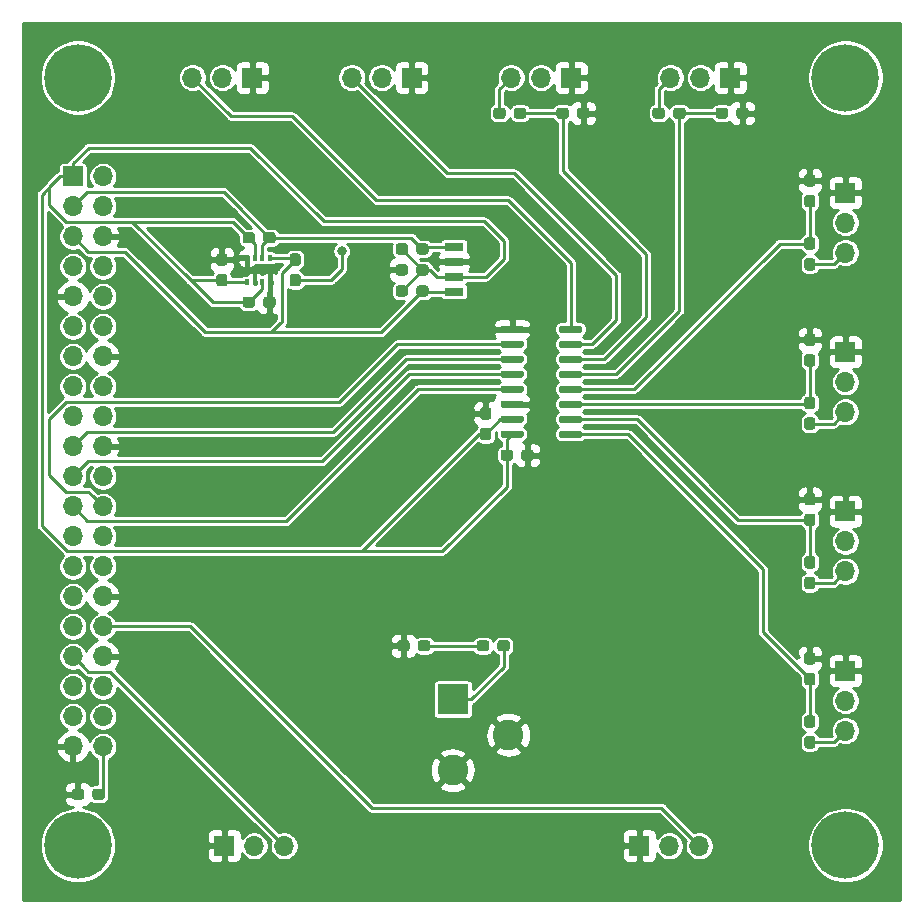
<source format=gbr>
G04 #@! TF.GenerationSoftware,KiCad,Pcbnew,5.1.9-73d0e3b20d~88~ubuntu20.04.1*
G04 #@! TF.CreationDate,2020-12-30T12:03:23-07:00*
G04 #@! TF.ProjectId,Motherboard,4d6f7468-6572-4626-9f61-72642e6b6963,rev?*
G04 #@! TF.SameCoordinates,Original*
G04 #@! TF.FileFunction,Copper,L1,Top*
G04 #@! TF.FilePolarity,Positive*
%FSLAX46Y46*%
G04 Gerber Fmt 4.6, Leading zero omitted, Abs format (unit mm)*
G04 Created by KiCad (PCBNEW 5.1.9-73d0e3b20d~88~ubuntu20.04.1) date 2020-12-30 12:03:23*
%MOMM*%
%LPD*%
G01*
G04 APERTURE LIST*
G04 #@! TA.AperFunction,ComponentPad*
%ADD10C,5.700000*%
G04 #@! TD*
G04 #@! TA.AperFunction,ComponentPad*
%ADD11R,1.700000X1.700000*%
G04 #@! TD*
G04 #@! TA.AperFunction,ComponentPad*
%ADD12O,1.700000X1.700000*%
G04 #@! TD*
G04 #@! TA.AperFunction,SMDPad,CuDef*
%ADD13R,0.350000X0.500000*%
G04 #@! TD*
G04 #@! TA.AperFunction,SMDPad,CuDef*
%ADD14R,1.600000X0.700000*%
G04 #@! TD*
G04 #@! TA.AperFunction,ComponentPad*
%ADD15R,2.600000X2.600000*%
G04 #@! TD*
G04 #@! TA.AperFunction,ComponentPad*
%ADD16C,2.600000*%
G04 #@! TD*
G04 #@! TA.AperFunction,ViaPad*
%ADD17C,0.800000*%
G04 #@! TD*
G04 #@! TA.AperFunction,Conductor*
%ADD18C,0.254000*%
G04 #@! TD*
G04 #@! TA.AperFunction,Conductor*
%ADD19C,0.100000*%
G04 #@! TD*
G04 APERTURE END LIST*
G04 #@! TA.AperFunction,SMDPad,CuDef*
G36*
G01*
X93595000Y-61738500D02*
X93595000Y-62213500D01*
G75*
G02*
X93357500Y-62451000I-237500J0D01*
G01*
X92782500Y-62451000D01*
G75*
G02*
X92545000Y-62213500I0J237500D01*
G01*
X92545000Y-61738500D01*
G75*
G02*
X92782500Y-61501000I237500J0D01*
G01*
X93357500Y-61501000D01*
G75*
G02*
X93595000Y-61738500I0J-237500D01*
G01*
G37*
G04 #@! TD.AperFunction*
G04 #@! TA.AperFunction,SMDPad,CuDef*
G36*
G01*
X91845000Y-61738500D02*
X91845000Y-62213500D01*
G75*
G02*
X91607500Y-62451000I-237500J0D01*
G01*
X91032500Y-62451000D01*
G75*
G02*
X90795000Y-62213500I0J237500D01*
G01*
X90795000Y-61738500D01*
G75*
G02*
X91032500Y-61501000I237500J0D01*
G01*
X91607500Y-61501000D01*
G75*
G02*
X91845000Y-61738500I0J-237500D01*
G01*
G37*
G04 #@! TD.AperFunction*
G04 #@! TA.AperFunction,SMDPad,CuDef*
G36*
G01*
X67437500Y-45941500D02*
X66962500Y-45941500D01*
G75*
G02*
X66725000Y-45704000I0J237500D01*
G01*
X66725000Y-45129000D01*
G75*
G02*
X66962500Y-44891500I237500J0D01*
G01*
X67437500Y-44891500D01*
G75*
G02*
X67675000Y-45129000I0J-237500D01*
G01*
X67675000Y-45704000D01*
G75*
G02*
X67437500Y-45941500I-237500J0D01*
G01*
G37*
G04 #@! TD.AperFunction*
G04 #@! TA.AperFunction,SMDPad,CuDef*
G36*
G01*
X67437500Y-47691500D02*
X66962500Y-47691500D01*
G75*
G02*
X66725000Y-47454000I0J237500D01*
G01*
X66725000Y-46879000D01*
G75*
G02*
X66962500Y-46641500I237500J0D01*
G01*
X67437500Y-46641500D01*
G75*
G02*
X67675000Y-46879000I0J-237500D01*
G01*
X67675000Y-47454000D01*
G75*
G02*
X67437500Y-47691500I-237500J0D01*
G01*
G37*
G04 #@! TD.AperFunction*
G04 #@! TA.AperFunction,SMDPad,CuDef*
G36*
G01*
X68958000Y-49259500D02*
X68958000Y-48784500D01*
G75*
G02*
X69195500Y-48547000I237500J0D01*
G01*
X69770500Y-48547000D01*
G75*
G02*
X70008000Y-48784500I0J-237500D01*
G01*
X70008000Y-49259500D01*
G75*
G02*
X69770500Y-49497000I-237500J0D01*
G01*
X69195500Y-49497000D01*
G75*
G02*
X68958000Y-49259500I0J237500D01*
G01*
G37*
G04 #@! TD.AperFunction*
G04 #@! TA.AperFunction,SMDPad,CuDef*
G36*
G01*
X70708000Y-49259500D02*
X70708000Y-48784500D01*
G75*
G02*
X70945500Y-48547000I237500J0D01*
G01*
X71520500Y-48547000D01*
G75*
G02*
X71758000Y-48784500I0J-237500D01*
G01*
X71758000Y-49259500D01*
G75*
G02*
X71520500Y-49497000I-237500J0D01*
G01*
X70945500Y-49497000D01*
G75*
G02*
X70708000Y-49259500I0J237500D01*
G01*
G37*
G04 #@! TD.AperFunction*
G04 #@! TA.AperFunction,SMDPad,CuDef*
G36*
G01*
X82962000Y-46054000D02*
X82962000Y-46529000D01*
G75*
G02*
X82724500Y-46766500I-237500J0D01*
G01*
X82149500Y-46766500D01*
G75*
G02*
X81912000Y-46529000I0J237500D01*
G01*
X81912000Y-46054000D01*
G75*
G02*
X82149500Y-45816500I237500J0D01*
G01*
X82724500Y-45816500D01*
G75*
G02*
X82962000Y-46054000I0J-237500D01*
G01*
G37*
G04 #@! TD.AperFunction*
G04 #@! TA.AperFunction,SMDPad,CuDef*
G36*
G01*
X84712000Y-46054000D02*
X84712000Y-46529000D01*
G75*
G02*
X84474500Y-46766500I-237500J0D01*
G01*
X83899500Y-46766500D01*
G75*
G02*
X83662000Y-46529000I0J237500D01*
G01*
X83662000Y-46054000D01*
G75*
G02*
X83899500Y-45816500I237500J0D01*
G01*
X84474500Y-45816500D01*
G75*
G02*
X84712000Y-46054000I0J-237500D01*
G01*
G37*
G04 #@! TD.AperFunction*
G04 #@! TA.AperFunction,SMDPad,CuDef*
G36*
G01*
X56241500Y-90915500D02*
X56241500Y-90440500D01*
G75*
G02*
X56479000Y-90203000I237500J0D01*
G01*
X57054000Y-90203000D01*
G75*
G02*
X57291500Y-90440500I0J-237500D01*
G01*
X57291500Y-90915500D01*
G75*
G02*
X57054000Y-91153000I-237500J0D01*
G01*
X56479000Y-91153000D01*
G75*
G02*
X56241500Y-90915500I0J237500D01*
G01*
G37*
G04 #@! TD.AperFunction*
G04 #@! TA.AperFunction,SMDPad,CuDef*
G36*
G01*
X54491500Y-90915500D02*
X54491500Y-90440500D01*
G75*
G02*
X54729000Y-90203000I237500J0D01*
G01*
X55304000Y-90203000D01*
G75*
G02*
X55541500Y-90440500I0J-237500D01*
G01*
X55541500Y-90915500D01*
G75*
G02*
X55304000Y-91153000I-237500J0D01*
G01*
X54729000Y-91153000D01*
G75*
G02*
X54491500Y-90915500I0J237500D01*
G01*
G37*
G04 #@! TD.AperFunction*
G04 #@! TA.AperFunction,SMDPad,CuDef*
G36*
G01*
X82045000Y-78342500D02*
X82045000Y-77867500D01*
G75*
G02*
X82282500Y-77630000I237500J0D01*
G01*
X82857500Y-77630000D01*
G75*
G02*
X83095000Y-77867500I0J-237500D01*
G01*
X83095000Y-78342500D01*
G75*
G02*
X82857500Y-78580000I-237500J0D01*
G01*
X82282500Y-78580000D01*
G75*
G02*
X82045000Y-78342500I0J237500D01*
G01*
G37*
G04 #@! TD.AperFunction*
G04 #@! TA.AperFunction,SMDPad,CuDef*
G36*
G01*
X83795000Y-78342500D02*
X83795000Y-77867500D01*
G75*
G02*
X84032500Y-77630000I237500J0D01*
G01*
X84607500Y-77630000D01*
G75*
G02*
X84845000Y-77867500I0J-237500D01*
G01*
X84845000Y-78342500D01*
G75*
G02*
X84607500Y-78580000I-237500J0D01*
G01*
X84032500Y-78580000D01*
G75*
G02*
X83795000Y-78342500I0J237500D01*
G01*
G37*
G04 #@! TD.AperFunction*
D10*
X55000000Y-30000000D03*
X120000000Y-30000000D03*
X55000000Y-95000000D03*
X120000000Y-95000000D03*
D11*
X83280000Y-30000000D03*
D12*
X80740000Y-30000000D03*
X78200000Y-30000000D03*
X64710000Y-30000000D03*
X67250000Y-30000000D03*
D11*
X69790000Y-30000000D03*
X54594000Y-38375000D03*
D12*
X57134000Y-38375000D03*
X54594000Y-40915000D03*
X57134000Y-40915000D03*
X54594000Y-43455000D03*
X57134000Y-43455000D03*
X54594000Y-45995000D03*
X57134000Y-45995000D03*
X54594000Y-48535000D03*
X57134000Y-48535000D03*
X54594000Y-51075000D03*
X57134000Y-51075000D03*
X54594000Y-53615000D03*
X57134000Y-53615000D03*
X54594000Y-56155000D03*
X57134000Y-56155000D03*
X54594000Y-58695000D03*
X57134000Y-58695000D03*
X54594000Y-61235000D03*
X57134000Y-61235000D03*
X54594000Y-63775000D03*
X57134000Y-63775000D03*
X54594000Y-66315000D03*
X57134000Y-66315000D03*
X54594000Y-68855000D03*
X57134000Y-68855000D03*
X54594000Y-71395000D03*
X57134000Y-71395000D03*
X54594000Y-73935000D03*
X57134000Y-73935000D03*
X54594000Y-76475000D03*
X57134000Y-76475000D03*
X54594000Y-79015000D03*
X57134000Y-79015000D03*
X54594000Y-81555000D03*
X57134000Y-81555000D03*
X54594000Y-84095000D03*
X57134000Y-84095000D03*
X54594000Y-86635000D03*
X57134000Y-86635000D03*
D11*
X102550000Y-95046000D03*
D12*
X105090000Y-95046000D03*
X107630000Y-95046000D03*
X72480000Y-95046000D03*
X69940000Y-95046000D03*
D11*
X67400000Y-95046000D03*
D12*
X120000000Y-85290000D03*
X120000000Y-82750000D03*
D11*
X120000000Y-80210000D03*
X120000000Y-66720000D03*
D12*
X120000000Y-69260000D03*
X120000000Y-71800000D03*
X120000000Y-58310000D03*
X120000000Y-55770000D03*
D11*
X120000000Y-53230000D03*
D12*
X120000000Y-44820000D03*
X120000000Y-42280000D03*
D11*
X120000000Y-39740000D03*
X110260000Y-30000000D03*
D12*
X107720000Y-30000000D03*
X105180000Y-30000000D03*
D11*
X96770000Y-30000000D03*
D12*
X94230000Y-30000000D03*
X91690000Y-30000000D03*
G04 #@! TA.AperFunction,SMDPad,CuDef*
G36*
G01*
X117217500Y-85060000D02*
X116742500Y-85060000D01*
G75*
G02*
X116505000Y-84822500I0J237500D01*
G01*
X116505000Y-84247500D01*
G75*
G02*
X116742500Y-84010000I237500J0D01*
G01*
X117217500Y-84010000D01*
G75*
G02*
X117455000Y-84247500I0J-237500D01*
G01*
X117455000Y-84822500D01*
G75*
G02*
X117217500Y-85060000I-237500J0D01*
G01*
G37*
G04 #@! TD.AperFunction*
G04 #@! TA.AperFunction,SMDPad,CuDef*
G36*
G01*
X117217500Y-86810000D02*
X116742500Y-86810000D01*
G75*
G02*
X116505000Y-86572500I0J237500D01*
G01*
X116505000Y-85997500D01*
G75*
G02*
X116742500Y-85760000I237500J0D01*
G01*
X117217500Y-85760000D01*
G75*
G02*
X117455000Y-85997500I0J-237500D01*
G01*
X117455000Y-86572500D01*
G75*
G02*
X117217500Y-86810000I-237500J0D01*
G01*
G37*
G04 #@! TD.AperFunction*
G04 #@! TA.AperFunction,SMDPad,CuDef*
G36*
G01*
X117217500Y-79710000D02*
X116742500Y-79710000D01*
G75*
G02*
X116505000Y-79472500I0J237500D01*
G01*
X116505000Y-78897500D01*
G75*
G02*
X116742500Y-78660000I237500J0D01*
G01*
X117217500Y-78660000D01*
G75*
G02*
X117455000Y-78897500I0J-237500D01*
G01*
X117455000Y-79472500D01*
G75*
G02*
X117217500Y-79710000I-237500J0D01*
G01*
G37*
G04 #@! TD.AperFunction*
G04 #@! TA.AperFunction,SMDPad,CuDef*
G36*
G01*
X117217500Y-81460000D02*
X116742500Y-81460000D01*
G75*
G02*
X116505000Y-81222500I0J237500D01*
G01*
X116505000Y-80647500D01*
G75*
G02*
X116742500Y-80410000I237500J0D01*
G01*
X117217500Y-80410000D01*
G75*
G02*
X117455000Y-80647500I0J-237500D01*
G01*
X117455000Y-81222500D01*
G75*
G02*
X117217500Y-81460000I-237500J0D01*
G01*
G37*
G04 #@! TD.AperFunction*
G04 #@! TA.AperFunction,SMDPad,CuDef*
G36*
G01*
X117217500Y-73320000D02*
X116742500Y-73320000D01*
G75*
G02*
X116505000Y-73082500I0J237500D01*
G01*
X116505000Y-72507500D01*
G75*
G02*
X116742500Y-72270000I237500J0D01*
G01*
X117217500Y-72270000D01*
G75*
G02*
X117455000Y-72507500I0J-237500D01*
G01*
X117455000Y-73082500D01*
G75*
G02*
X117217500Y-73320000I-237500J0D01*
G01*
G37*
G04 #@! TD.AperFunction*
G04 #@! TA.AperFunction,SMDPad,CuDef*
G36*
G01*
X117217500Y-71570000D02*
X116742500Y-71570000D01*
G75*
G02*
X116505000Y-71332500I0J237500D01*
G01*
X116505000Y-70757500D01*
G75*
G02*
X116742500Y-70520000I237500J0D01*
G01*
X117217500Y-70520000D01*
G75*
G02*
X117455000Y-70757500I0J-237500D01*
G01*
X117455000Y-71332500D01*
G75*
G02*
X117217500Y-71570000I-237500J0D01*
G01*
G37*
G04 #@! TD.AperFunction*
G04 #@! TA.AperFunction,SMDPad,CuDef*
G36*
G01*
X117217500Y-66220000D02*
X116742500Y-66220000D01*
G75*
G02*
X116505000Y-65982500I0J237500D01*
G01*
X116505000Y-65407500D01*
G75*
G02*
X116742500Y-65170000I237500J0D01*
G01*
X117217500Y-65170000D01*
G75*
G02*
X117455000Y-65407500I0J-237500D01*
G01*
X117455000Y-65982500D01*
G75*
G02*
X117217500Y-66220000I-237500J0D01*
G01*
G37*
G04 #@! TD.AperFunction*
G04 #@! TA.AperFunction,SMDPad,CuDef*
G36*
G01*
X117217500Y-67970000D02*
X116742500Y-67970000D01*
G75*
G02*
X116505000Y-67732500I0J237500D01*
G01*
X116505000Y-67157500D01*
G75*
G02*
X116742500Y-66920000I237500J0D01*
G01*
X117217500Y-66920000D01*
G75*
G02*
X117455000Y-67157500I0J-237500D01*
G01*
X117455000Y-67732500D01*
G75*
G02*
X117217500Y-67970000I-237500J0D01*
G01*
G37*
G04 #@! TD.AperFunction*
G04 #@! TA.AperFunction,SMDPad,CuDef*
G36*
G01*
X70008000Y-43326500D02*
X70008000Y-43801500D01*
G75*
G02*
X69770500Y-44039000I-237500J0D01*
G01*
X69195500Y-44039000D01*
G75*
G02*
X68958000Y-43801500I0J237500D01*
G01*
X68958000Y-43326500D01*
G75*
G02*
X69195500Y-43089000I237500J0D01*
G01*
X69770500Y-43089000D01*
G75*
G02*
X70008000Y-43326500I0J-237500D01*
G01*
G37*
G04 #@! TD.AperFunction*
G04 #@! TA.AperFunction,SMDPad,CuDef*
G36*
G01*
X71758000Y-43326500D02*
X71758000Y-43801500D01*
G75*
G02*
X71520500Y-44039000I-237500J0D01*
G01*
X70945500Y-44039000D01*
G75*
G02*
X70708000Y-43801500I0J237500D01*
G01*
X70708000Y-43326500D01*
G75*
G02*
X70945500Y-43089000I237500J0D01*
G01*
X71520500Y-43089000D01*
G75*
G02*
X71758000Y-43326500I0J-237500D01*
G01*
G37*
G04 #@! TD.AperFunction*
G04 #@! TA.AperFunction,SMDPad,CuDef*
G36*
G01*
X73168500Y-44891500D02*
X73643500Y-44891500D01*
G75*
G02*
X73881000Y-45129000I0J-237500D01*
G01*
X73881000Y-45704000D01*
G75*
G02*
X73643500Y-45941500I-237500J0D01*
G01*
X73168500Y-45941500D01*
G75*
G02*
X72931000Y-45704000I0J237500D01*
G01*
X72931000Y-45129000D01*
G75*
G02*
X73168500Y-44891500I237500J0D01*
G01*
G37*
G04 #@! TD.AperFunction*
G04 #@! TA.AperFunction,SMDPad,CuDef*
G36*
G01*
X73168500Y-46641500D02*
X73643500Y-46641500D01*
G75*
G02*
X73881000Y-46879000I0J-237500D01*
G01*
X73881000Y-47454000D01*
G75*
G02*
X73643500Y-47691500I-237500J0D01*
G01*
X73168500Y-47691500D01*
G75*
G02*
X72931000Y-47454000I0J237500D01*
G01*
X72931000Y-46879000D01*
G75*
G02*
X73168500Y-46641500I237500J0D01*
G01*
G37*
G04 #@! TD.AperFunction*
G04 #@! TA.AperFunction,SMDPad,CuDef*
G36*
G01*
X117217500Y-59830000D02*
X116742500Y-59830000D01*
G75*
G02*
X116505000Y-59592500I0J237500D01*
G01*
X116505000Y-59017500D01*
G75*
G02*
X116742500Y-58780000I237500J0D01*
G01*
X117217500Y-58780000D01*
G75*
G02*
X117455000Y-59017500I0J-237500D01*
G01*
X117455000Y-59592500D01*
G75*
G02*
X117217500Y-59830000I-237500J0D01*
G01*
G37*
G04 #@! TD.AperFunction*
G04 #@! TA.AperFunction,SMDPad,CuDef*
G36*
G01*
X117217500Y-58080000D02*
X116742500Y-58080000D01*
G75*
G02*
X116505000Y-57842500I0J237500D01*
G01*
X116505000Y-57267500D01*
G75*
G02*
X116742500Y-57030000I237500J0D01*
G01*
X117217500Y-57030000D01*
G75*
G02*
X117455000Y-57267500I0J-237500D01*
G01*
X117455000Y-57842500D01*
G75*
G02*
X117217500Y-58080000I-237500J0D01*
G01*
G37*
G04 #@! TD.AperFunction*
G04 #@! TA.AperFunction,SMDPad,CuDef*
G36*
G01*
X117217500Y-52730000D02*
X116742500Y-52730000D01*
G75*
G02*
X116505000Y-52492500I0J237500D01*
G01*
X116505000Y-51917500D01*
G75*
G02*
X116742500Y-51680000I237500J0D01*
G01*
X117217500Y-51680000D01*
G75*
G02*
X117455000Y-51917500I0J-237500D01*
G01*
X117455000Y-52492500D01*
G75*
G02*
X117217500Y-52730000I-237500J0D01*
G01*
G37*
G04 #@! TD.AperFunction*
G04 #@! TA.AperFunction,SMDPad,CuDef*
G36*
G01*
X117217500Y-54480000D02*
X116742500Y-54480000D01*
G75*
G02*
X116505000Y-54242500I0J237500D01*
G01*
X116505000Y-53667500D01*
G75*
G02*
X116742500Y-53430000I237500J0D01*
G01*
X117217500Y-53430000D01*
G75*
G02*
X117455000Y-53667500I0J-237500D01*
G01*
X117455000Y-54242500D01*
G75*
G02*
X117217500Y-54480000I-237500J0D01*
G01*
G37*
G04 #@! TD.AperFunction*
G04 #@! TA.AperFunction,SMDPad,CuDef*
G36*
G01*
X117217500Y-46340000D02*
X116742500Y-46340000D01*
G75*
G02*
X116505000Y-46102500I0J237500D01*
G01*
X116505000Y-45527500D01*
G75*
G02*
X116742500Y-45290000I237500J0D01*
G01*
X117217500Y-45290000D01*
G75*
G02*
X117455000Y-45527500I0J-237500D01*
G01*
X117455000Y-46102500D01*
G75*
G02*
X117217500Y-46340000I-237500J0D01*
G01*
G37*
G04 #@! TD.AperFunction*
G04 #@! TA.AperFunction,SMDPad,CuDef*
G36*
G01*
X117217500Y-44590000D02*
X116742500Y-44590000D01*
G75*
G02*
X116505000Y-44352500I0J237500D01*
G01*
X116505000Y-43777500D01*
G75*
G02*
X116742500Y-43540000I237500J0D01*
G01*
X117217500Y-43540000D01*
G75*
G02*
X117455000Y-43777500I0J-237500D01*
G01*
X117455000Y-44352500D01*
G75*
G02*
X117217500Y-44590000I-237500J0D01*
G01*
G37*
G04 #@! TD.AperFunction*
G04 #@! TA.AperFunction,SMDPad,CuDef*
G36*
G01*
X117217500Y-40990000D02*
X116742500Y-40990000D01*
G75*
G02*
X116505000Y-40752500I0J237500D01*
G01*
X116505000Y-40177500D01*
G75*
G02*
X116742500Y-39940000I237500J0D01*
G01*
X117217500Y-39940000D01*
G75*
G02*
X117455000Y-40177500I0J-237500D01*
G01*
X117455000Y-40752500D01*
G75*
G02*
X117217500Y-40990000I-237500J0D01*
G01*
G37*
G04 #@! TD.AperFunction*
G04 #@! TA.AperFunction,SMDPad,CuDef*
G36*
G01*
X117217500Y-39240000D02*
X116742500Y-39240000D01*
G75*
G02*
X116505000Y-39002500I0J237500D01*
G01*
X116505000Y-38427500D01*
G75*
G02*
X116742500Y-38190000I237500J0D01*
G01*
X117217500Y-38190000D01*
G75*
G02*
X117455000Y-38427500I0J-237500D01*
G01*
X117455000Y-39002500D01*
G75*
G02*
X117217500Y-39240000I-237500J0D01*
G01*
G37*
G04 #@! TD.AperFunction*
G04 #@! TA.AperFunction,SMDPad,CuDef*
G36*
G01*
X105410000Y-33257500D02*
X105410000Y-32782500D01*
G75*
G02*
X105647500Y-32545000I237500J0D01*
G01*
X106222500Y-32545000D01*
G75*
G02*
X106460000Y-32782500I0J-237500D01*
G01*
X106460000Y-33257500D01*
G75*
G02*
X106222500Y-33495000I-237500J0D01*
G01*
X105647500Y-33495000D01*
G75*
G02*
X105410000Y-33257500I0J237500D01*
G01*
G37*
G04 #@! TD.AperFunction*
G04 #@! TA.AperFunction,SMDPad,CuDef*
G36*
G01*
X103660000Y-33257500D02*
X103660000Y-32782500D01*
G75*
G02*
X103897500Y-32545000I237500J0D01*
G01*
X104472500Y-32545000D01*
G75*
G02*
X104710000Y-32782500I0J-237500D01*
G01*
X104710000Y-33257500D01*
G75*
G02*
X104472500Y-33495000I-237500J0D01*
G01*
X103897500Y-33495000D01*
G75*
G02*
X103660000Y-33257500I0J237500D01*
G01*
G37*
G04 #@! TD.AperFunction*
G04 #@! TA.AperFunction,SMDPad,CuDef*
G36*
G01*
X110760000Y-33257500D02*
X110760000Y-32782500D01*
G75*
G02*
X110997500Y-32545000I237500J0D01*
G01*
X111572500Y-32545000D01*
G75*
G02*
X111810000Y-32782500I0J-237500D01*
G01*
X111810000Y-33257500D01*
G75*
G02*
X111572500Y-33495000I-237500J0D01*
G01*
X110997500Y-33495000D01*
G75*
G02*
X110760000Y-33257500I0J237500D01*
G01*
G37*
G04 #@! TD.AperFunction*
G04 #@! TA.AperFunction,SMDPad,CuDef*
G36*
G01*
X109010000Y-33257500D02*
X109010000Y-32782500D01*
G75*
G02*
X109247500Y-32545000I237500J0D01*
G01*
X109822500Y-32545000D01*
G75*
G02*
X110060000Y-32782500I0J-237500D01*
G01*
X110060000Y-33257500D01*
G75*
G02*
X109822500Y-33495000I-237500J0D01*
G01*
X109247500Y-33495000D01*
G75*
G02*
X109010000Y-33257500I0J237500D01*
G01*
G37*
G04 #@! TD.AperFunction*
G04 #@! TA.AperFunction,SMDPad,CuDef*
G36*
G01*
X91920000Y-33257500D02*
X91920000Y-32782500D01*
G75*
G02*
X92157500Y-32545000I237500J0D01*
G01*
X92732500Y-32545000D01*
G75*
G02*
X92970000Y-32782500I0J-237500D01*
G01*
X92970000Y-33257500D01*
G75*
G02*
X92732500Y-33495000I-237500J0D01*
G01*
X92157500Y-33495000D01*
G75*
G02*
X91920000Y-33257500I0J237500D01*
G01*
G37*
G04 #@! TD.AperFunction*
G04 #@! TA.AperFunction,SMDPad,CuDef*
G36*
G01*
X90170000Y-33257500D02*
X90170000Y-32782500D01*
G75*
G02*
X90407500Y-32545000I237500J0D01*
G01*
X90982500Y-32545000D01*
G75*
G02*
X91220000Y-32782500I0J-237500D01*
G01*
X91220000Y-33257500D01*
G75*
G02*
X90982500Y-33495000I-237500J0D01*
G01*
X90407500Y-33495000D01*
G75*
G02*
X90170000Y-33257500I0J237500D01*
G01*
G37*
G04 #@! TD.AperFunction*
G04 #@! TA.AperFunction,SMDPad,CuDef*
G36*
G01*
X95520000Y-33257500D02*
X95520000Y-32782500D01*
G75*
G02*
X95757500Y-32545000I237500J0D01*
G01*
X96332500Y-32545000D01*
G75*
G02*
X96570000Y-32782500I0J-237500D01*
G01*
X96570000Y-33257500D01*
G75*
G02*
X96332500Y-33495000I-237500J0D01*
G01*
X95757500Y-33495000D01*
G75*
G02*
X95520000Y-33257500I0J237500D01*
G01*
G37*
G04 #@! TD.AperFunction*
G04 #@! TA.AperFunction,SMDPad,CuDef*
G36*
G01*
X97270000Y-33257500D02*
X97270000Y-32782500D01*
G75*
G02*
X97507500Y-32545000I237500J0D01*
G01*
X98082500Y-32545000D01*
G75*
G02*
X98320000Y-32782500I0J-237500D01*
G01*
X98320000Y-33257500D01*
G75*
G02*
X98082500Y-33495000I-237500J0D01*
G01*
X97507500Y-33495000D01*
G75*
G02*
X97270000Y-33257500I0J237500D01*
G01*
G37*
G04 #@! TD.AperFunction*
G04 #@! TA.AperFunction,SMDPad,CuDef*
G36*
G01*
X84712000Y-44272500D02*
X84712000Y-44747500D01*
G75*
G02*
X84474500Y-44985000I-237500J0D01*
G01*
X83899500Y-44985000D01*
G75*
G02*
X83662000Y-44747500I0J237500D01*
G01*
X83662000Y-44272500D01*
G75*
G02*
X83899500Y-44035000I237500J0D01*
G01*
X84474500Y-44035000D01*
G75*
G02*
X84712000Y-44272500I0J-237500D01*
G01*
G37*
G04 #@! TD.AperFunction*
G04 #@! TA.AperFunction,SMDPad,CuDef*
G36*
G01*
X82962000Y-44272500D02*
X82962000Y-44747500D01*
G75*
G02*
X82724500Y-44985000I-237500J0D01*
G01*
X82149500Y-44985000D01*
G75*
G02*
X81912000Y-44747500I0J237500D01*
G01*
X81912000Y-44272500D01*
G75*
G02*
X82149500Y-44035000I237500J0D01*
G01*
X82724500Y-44035000D01*
G75*
G02*
X82962000Y-44272500I0J-237500D01*
G01*
G37*
G04 #@! TD.AperFunction*
G04 #@! TA.AperFunction,SMDPad,CuDef*
G36*
G01*
X84712000Y-47835500D02*
X84712000Y-48310500D01*
G75*
G02*
X84474500Y-48548000I-237500J0D01*
G01*
X83899500Y-48548000D01*
G75*
G02*
X83662000Y-48310500I0J237500D01*
G01*
X83662000Y-47835500D01*
G75*
G02*
X83899500Y-47598000I237500J0D01*
G01*
X84474500Y-47598000D01*
G75*
G02*
X84712000Y-47835500I0J-237500D01*
G01*
G37*
G04 #@! TD.AperFunction*
G04 #@! TA.AperFunction,SMDPad,CuDef*
G36*
G01*
X82962000Y-47835500D02*
X82962000Y-48310500D01*
G75*
G02*
X82724500Y-48548000I-237500J0D01*
G01*
X82149500Y-48548000D01*
G75*
G02*
X81912000Y-48310500I0J237500D01*
G01*
X81912000Y-47835500D01*
G75*
G02*
X82149500Y-47598000I237500J0D01*
G01*
X82724500Y-47598000D01*
G75*
G02*
X82962000Y-47835500I0J-237500D01*
G01*
G37*
G04 #@! TD.AperFunction*
G04 #@! TA.AperFunction,SMDPad,CuDef*
G36*
G01*
X89834000Y-77867500D02*
X89834000Y-78342500D01*
G75*
G02*
X89596500Y-78580000I-237500J0D01*
G01*
X89021500Y-78580000D01*
G75*
G02*
X88784000Y-78342500I0J237500D01*
G01*
X88784000Y-77867500D01*
G75*
G02*
X89021500Y-77630000I237500J0D01*
G01*
X89596500Y-77630000D01*
G75*
G02*
X89834000Y-77867500I0J-237500D01*
G01*
G37*
G04 #@! TD.AperFunction*
G04 #@! TA.AperFunction,SMDPad,CuDef*
G36*
G01*
X91584000Y-77867500D02*
X91584000Y-78342500D01*
G75*
G02*
X91346500Y-78580000I-237500J0D01*
G01*
X90771500Y-78580000D01*
G75*
G02*
X90534000Y-78342500I0J237500D01*
G01*
X90534000Y-77867500D01*
G75*
G02*
X90771500Y-77630000I237500J0D01*
G01*
X91346500Y-77630000D01*
G75*
G02*
X91584000Y-77867500I0J-237500D01*
G01*
G37*
G04 #@! TD.AperFunction*
G04 #@! TA.AperFunction,SMDPad,CuDef*
G36*
G01*
X97695000Y-60050000D02*
X97695000Y-60350000D01*
G75*
G02*
X97545000Y-60500000I-150000J0D01*
G01*
X95895000Y-60500000D01*
G75*
G02*
X95745000Y-60350000I0J150000D01*
G01*
X95745000Y-60050000D01*
G75*
G02*
X95895000Y-59900000I150000J0D01*
G01*
X97545000Y-59900000D01*
G75*
G02*
X97695000Y-60050000I0J-150000D01*
G01*
G37*
G04 #@! TD.AperFunction*
G04 #@! TA.AperFunction,SMDPad,CuDef*
G36*
G01*
X97695000Y-58780000D02*
X97695000Y-59080000D01*
G75*
G02*
X97545000Y-59230000I-150000J0D01*
G01*
X95895000Y-59230000D01*
G75*
G02*
X95745000Y-59080000I0J150000D01*
G01*
X95745000Y-58780000D01*
G75*
G02*
X95895000Y-58630000I150000J0D01*
G01*
X97545000Y-58630000D01*
G75*
G02*
X97695000Y-58780000I0J-150000D01*
G01*
G37*
G04 #@! TD.AperFunction*
G04 #@! TA.AperFunction,SMDPad,CuDef*
G36*
G01*
X97695000Y-57510000D02*
X97695000Y-57810000D01*
G75*
G02*
X97545000Y-57960000I-150000J0D01*
G01*
X95895000Y-57960000D01*
G75*
G02*
X95745000Y-57810000I0J150000D01*
G01*
X95745000Y-57510000D01*
G75*
G02*
X95895000Y-57360000I150000J0D01*
G01*
X97545000Y-57360000D01*
G75*
G02*
X97695000Y-57510000I0J-150000D01*
G01*
G37*
G04 #@! TD.AperFunction*
G04 #@! TA.AperFunction,SMDPad,CuDef*
G36*
G01*
X97695000Y-56240000D02*
X97695000Y-56540000D01*
G75*
G02*
X97545000Y-56690000I-150000J0D01*
G01*
X95895000Y-56690000D01*
G75*
G02*
X95745000Y-56540000I0J150000D01*
G01*
X95745000Y-56240000D01*
G75*
G02*
X95895000Y-56090000I150000J0D01*
G01*
X97545000Y-56090000D01*
G75*
G02*
X97695000Y-56240000I0J-150000D01*
G01*
G37*
G04 #@! TD.AperFunction*
G04 #@! TA.AperFunction,SMDPad,CuDef*
G36*
G01*
X97695000Y-54970000D02*
X97695000Y-55270000D01*
G75*
G02*
X97545000Y-55420000I-150000J0D01*
G01*
X95895000Y-55420000D01*
G75*
G02*
X95745000Y-55270000I0J150000D01*
G01*
X95745000Y-54970000D01*
G75*
G02*
X95895000Y-54820000I150000J0D01*
G01*
X97545000Y-54820000D01*
G75*
G02*
X97695000Y-54970000I0J-150000D01*
G01*
G37*
G04 #@! TD.AperFunction*
G04 #@! TA.AperFunction,SMDPad,CuDef*
G36*
G01*
X97695000Y-53700000D02*
X97695000Y-54000000D01*
G75*
G02*
X97545000Y-54150000I-150000J0D01*
G01*
X95895000Y-54150000D01*
G75*
G02*
X95745000Y-54000000I0J150000D01*
G01*
X95745000Y-53700000D01*
G75*
G02*
X95895000Y-53550000I150000J0D01*
G01*
X97545000Y-53550000D01*
G75*
G02*
X97695000Y-53700000I0J-150000D01*
G01*
G37*
G04 #@! TD.AperFunction*
G04 #@! TA.AperFunction,SMDPad,CuDef*
G36*
G01*
X97695000Y-52430000D02*
X97695000Y-52730000D01*
G75*
G02*
X97545000Y-52880000I-150000J0D01*
G01*
X95895000Y-52880000D01*
G75*
G02*
X95745000Y-52730000I0J150000D01*
G01*
X95745000Y-52430000D01*
G75*
G02*
X95895000Y-52280000I150000J0D01*
G01*
X97545000Y-52280000D01*
G75*
G02*
X97695000Y-52430000I0J-150000D01*
G01*
G37*
G04 #@! TD.AperFunction*
G04 #@! TA.AperFunction,SMDPad,CuDef*
G36*
G01*
X97695000Y-51160000D02*
X97695000Y-51460000D01*
G75*
G02*
X97545000Y-51610000I-150000J0D01*
G01*
X95895000Y-51610000D01*
G75*
G02*
X95745000Y-51460000I0J150000D01*
G01*
X95745000Y-51160000D01*
G75*
G02*
X95895000Y-51010000I150000J0D01*
G01*
X97545000Y-51010000D01*
G75*
G02*
X97695000Y-51160000I0J-150000D01*
G01*
G37*
G04 #@! TD.AperFunction*
G04 #@! TA.AperFunction,SMDPad,CuDef*
G36*
G01*
X92745000Y-51160000D02*
X92745000Y-51460000D01*
G75*
G02*
X92595000Y-51610000I-150000J0D01*
G01*
X90945000Y-51610000D01*
G75*
G02*
X90795000Y-51460000I0J150000D01*
G01*
X90795000Y-51160000D01*
G75*
G02*
X90945000Y-51010000I150000J0D01*
G01*
X92595000Y-51010000D01*
G75*
G02*
X92745000Y-51160000I0J-150000D01*
G01*
G37*
G04 #@! TD.AperFunction*
G04 #@! TA.AperFunction,SMDPad,CuDef*
G36*
G01*
X92745000Y-52430000D02*
X92745000Y-52730000D01*
G75*
G02*
X92595000Y-52880000I-150000J0D01*
G01*
X90945000Y-52880000D01*
G75*
G02*
X90795000Y-52730000I0J150000D01*
G01*
X90795000Y-52430000D01*
G75*
G02*
X90945000Y-52280000I150000J0D01*
G01*
X92595000Y-52280000D01*
G75*
G02*
X92745000Y-52430000I0J-150000D01*
G01*
G37*
G04 #@! TD.AperFunction*
G04 #@! TA.AperFunction,SMDPad,CuDef*
G36*
G01*
X92745000Y-53700000D02*
X92745000Y-54000000D01*
G75*
G02*
X92595000Y-54150000I-150000J0D01*
G01*
X90945000Y-54150000D01*
G75*
G02*
X90795000Y-54000000I0J150000D01*
G01*
X90795000Y-53700000D01*
G75*
G02*
X90945000Y-53550000I150000J0D01*
G01*
X92595000Y-53550000D01*
G75*
G02*
X92745000Y-53700000I0J-150000D01*
G01*
G37*
G04 #@! TD.AperFunction*
G04 #@! TA.AperFunction,SMDPad,CuDef*
G36*
G01*
X92745000Y-54970000D02*
X92745000Y-55270000D01*
G75*
G02*
X92595000Y-55420000I-150000J0D01*
G01*
X90945000Y-55420000D01*
G75*
G02*
X90795000Y-55270000I0J150000D01*
G01*
X90795000Y-54970000D01*
G75*
G02*
X90945000Y-54820000I150000J0D01*
G01*
X92595000Y-54820000D01*
G75*
G02*
X92745000Y-54970000I0J-150000D01*
G01*
G37*
G04 #@! TD.AperFunction*
G04 #@! TA.AperFunction,SMDPad,CuDef*
G36*
G01*
X92745000Y-56240000D02*
X92745000Y-56540000D01*
G75*
G02*
X92595000Y-56690000I-150000J0D01*
G01*
X90945000Y-56690000D01*
G75*
G02*
X90795000Y-56540000I0J150000D01*
G01*
X90795000Y-56240000D01*
G75*
G02*
X90945000Y-56090000I150000J0D01*
G01*
X92595000Y-56090000D01*
G75*
G02*
X92745000Y-56240000I0J-150000D01*
G01*
G37*
G04 #@! TD.AperFunction*
G04 #@! TA.AperFunction,SMDPad,CuDef*
G36*
G01*
X92745000Y-57510000D02*
X92745000Y-57810000D01*
G75*
G02*
X92595000Y-57960000I-150000J0D01*
G01*
X90945000Y-57960000D01*
G75*
G02*
X90795000Y-57810000I0J150000D01*
G01*
X90795000Y-57510000D01*
G75*
G02*
X90945000Y-57360000I150000J0D01*
G01*
X92595000Y-57360000D01*
G75*
G02*
X92745000Y-57510000I0J-150000D01*
G01*
G37*
G04 #@! TD.AperFunction*
G04 #@! TA.AperFunction,SMDPad,CuDef*
G36*
G01*
X92745000Y-58780000D02*
X92745000Y-59080000D01*
G75*
G02*
X92595000Y-59230000I-150000J0D01*
G01*
X90945000Y-59230000D01*
G75*
G02*
X90795000Y-59080000I0J150000D01*
G01*
X90795000Y-58780000D01*
G75*
G02*
X90945000Y-58630000I150000J0D01*
G01*
X92595000Y-58630000D01*
G75*
G02*
X92745000Y-58780000I0J-150000D01*
G01*
G37*
G04 #@! TD.AperFunction*
G04 #@! TA.AperFunction,SMDPad,CuDef*
G36*
G01*
X92745000Y-60050000D02*
X92745000Y-60350000D01*
G75*
G02*
X92595000Y-60500000I-150000J0D01*
G01*
X90945000Y-60500000D01*
G75*
G02*
X90795000Y-60350000I0J150000D01*
G01*
X90795000Y-60050000D01*
G75*
G02*
X90945000Y-59900000I150000J0D01*
G01*
X92595000Y-59900000D01*
G75*
G02*
X92745000Y-60050000I0J-150000D01*
G01*
G37*
G04 #@! TD.AperFunction*
D13*
X71278000Y-45266500D03*
X70628000Y-45266500D03*
X69978000Y-45266500D03*
X69328000Y-45266500D03*
X69328000Y-47316500D03*
X69978000Y-47316500D03*
X70628000Y-47316500D03*
X71278000Y-47316500D03*
D14*
X86860000Y-46863000D03*
X86860000Y-48133000D03*
X86860000Y-45593000D03*
X86860000Y-44323000D03*
D15*
X86750000Y-82646000D03*
D16*
X86750000Y-88646000D03*
X91450000Y-85646000D03*
G04 #@! TA.AperFunction,SMDPad,CuDef*
G36*
G01*
X89772500Y-60709000D02*
X89297500Y-60709000D01*
G75*
G02*
X89060000Y-60471500I0J237500D01*
G01*
X89060000Y-59871500D01*
G75*
G02*
X89297500Y-59634000I237500J0D01*
G01*
X89772500Y-59634000D01*
G75*
G02*
X90010000Y-59871500I0J-237500D01*
G01*
X90010000Y-60471500D01*
G75*
G02*
X89772500Y-60709000I-237500J0D01*
G01*
G37*
G04 #@! TD.AperFunction*
G04 #@! TA.AperFunction,SMDPad,CuDef*
G36*
G01*
X89772500Y-58984000D02*
X89297500Y-58984000D01*
G75*
G02*
X89060000Y-58746500I0J237500D01*
G01*
X89060000Y-58146500D01*
G75*
G02*
X89297500Y-57909000I237500J0D01*
G01*
X89772500Y-57909000D01*
G75*
G02*
X90010000Y-58146500I0J-237500D01*
G01*
X90010000Y-58746500D01*
G75*
G02*
X89772500Y-58984000I-237500J0D01*
G01*
G37*
G04 #@! TD.AperFunction*
D17*
X77216000Y-49911000D03*
X89154000Y-44069000D03*
X75438000Y-45339000D03*
X62103000Y-40894000D03*
X63754000Y-65151000D03*
X71501000Y-58674000D03*
X86233000Y-66548000D03*
X81661000Y-62738000D03*
X77343000Y-44704000D03*
D18*
X90776500Y-58930000D02*
X89535000Y-60171500D01*
X91770000Y-58930000D02*
X90776500Y-58930000D01*
X85383500Y-46863000D02*
X85806000Y-46863000D01*
X84812000Y-46291500D02*
X85383500Y-46863000D01*
X85806000Y-46863000D02*
X86860000Y-46863000D01*
X84187000Y-46291500D02*
X84812000Y-46291500D01*
X82437000Y-48041500D02*
X84187000Y-46291500D01*
X82437000Y-48073000D02*
X82437000Y-48041500D01*
X82437000Y-44541500D02*
X84187000Y-46291500D01*
X82437000Y-44510000D02*
X82437000Y-44541500D01*
X70628000Y-47877000D02*
X70628000Y-47316500D01*
X69483000Y-49022000D02*
X70628000Y-47877000D01*
X67350000Y-47316500D02*
X67200000Y-47166500D01*
X69328000Y-47316500D02*
X67350000Y-47316500D01*
X53490000Y-38375000D02*
X52578000Y-39287000D01*
X54594000Y-38375000D02*
X53490000Y-38375000D01*
X54003119Y-42223999D02*
X59622999Y-42223999D01*
X52578000Y-40798880D02*
X54003119Y-42223999D01*
X52578000Y-39287000D02*
X52578000Y-40798880D01*
X64565500Y-47166500D02*
X67200000Y-47166500D01*
X59622999Y-42223999D02*
X64565500Y-47166500D01*
X66421000Y-49022000D02*
X64565500Y-47166500D01*
X69483000Y-49022000D02*
X66421000Y-49022000D01*
X68142999Y-42223999D02*
X69483000Y-43564000D01*
X59622999Y-42223999D02*
X68142999Y-42223999D01*
X69978000Y-44059000D02*
X69978000Y-45266500D01*
X69483000Y-43564000D02*
X69978000Y-44059000D01*
X91059000Y-45339000D02*
X89535000Y-46863000D01*
X91059000Y-43815000D02*
X91059000Y-45339000D01*
X89408000Y-42164000D02*
X91059000Y-43815000D01*
X69596000Y-35941000D02*
X75819000Y-42164000D01*
X89535000Y-46863000D02*
X86860000Y-46863000D01*
X54594000Y-38375000D02*
X54594000Y-37271000D01*
X55924000Y-35941000D02*
X69596000Y-35941000D01*
X75819000Y-42164000D02*
X89408000Y-42164000D01*
X54594000Y-37271000D02*
X55924000Y-35941000D01*
X77343000Y-44704000D02*
X77343000Y-46228000D01*
X76404500Y-47166500D02*
X73406000Y-47166500D01*
X77343000Y-46228000D02*
X76404500Y-47166500D01*
X89535000Y-60171500D02*
X88960000Y-60171500D01*
X51943000Y-67945000D02*
X51943000Y-39922000D01*
X88960000Y-60171500D02*
X79027500Y-70104000D01*
X51943000Y-39922000D02*
X53490000Y-38375000D01*
X54102000Y-70104000D02*
X51943000Y-67945000D01*
X79027500Y-70104000D02*
X54102000Y-70104000D01*
X79027500Y-70104000D02*
X85852000Y-70104000D01*
X91320000Y-64636000D02*
X91320000Y-61976000D01*
X85852000Y-70104000D02*
X91320000Y-64636000D01*
X91320000Y-60650000D02*
X91770000Y-60200000D01*
X91320000Y-61976000D02*
X91320000Y-60650000D01*
X84945000Y-78105000D02*
X89309000Y-78105000D01*
X84320000Y-78105000D02*
X84945000Y-78105000D01*
X91059000Y-79891000D02*
X91059000Y-78680000D01*
X91059000Y-78680000D02*
X91059000Y-78105000D01*
X88304000Y-82646000D02*
X91059000Y-79891000D01*
X86750000Y-82646000D02*
X88304000Y-82646000D01*
X96720000Y-52580000D02*
X98550000Y-52580000D01*
X98550000Y-52580000D02*
X100584000Y-50546000D01*
X100584000Y-50546000D02*
X100584000Y-46736000D01*
X78200000Y-30000000D02*
X86300000Y-38100000D01*
X91948000Y-38100000D02*
X100584000Y-46736000D01*
X86300000Y-38100000D02*
X91948000Y-38100000D01*
X96720000Y-51310000D02*
X96720000Y-45666000D01*
X96720000Y-45666000D02*
X91440000Y-40386000D01*
X91440000Y-40386000D02*
X80264000Y-40386000D01*
X80264000Y-40386000D02*
X73152000Y-33274000D01*
X67984000Y-33274000D02*
X64710000Y-30000000D01*
X73152000Y-33274000D02*
X67984000Y-33274000D01*
X84374000Y-44323000D02*
X84187000Y-44510000D01*
X86860000Y-44323000D02*
X84374000Y-44323000D01*
X70628000Y-44169000D02*
X71233000Y-43564000D01*
X70628000Y-45266500D02*
X70628000Y-44169000D01*
X83241000Y-43564000D02*
X71233000Y-43564000D01*
X84187000Y-44510000D02*
X83241000Y-43564000D01*
X55825001Y-39683999D02*
X67352999Y-39683999D01*
X67352999Y-39683999D02*
X68571500Y-40902500D01*
X54594000Y-40915000D02*
X55825001Y-39683999D01*
X68571500Y-40902500D02*
X68563000Y-40894000D01*
X71233000Y-43564000D02*
X68571500Y-40902500D01*
X84247000Y-48133000D02*
X84187000Y-48073000D01*
X86860000Y-48133000D02*
X84247000Y-48133000D01*
X73256000Y-45266500D02*
X73406000Y-45416500D01*
X71278000Y-45266500D02*
X73256000Y-45266500D01*
X80698000Y-51562000D02*
X73660000Y-51562000D01*
X84187000Y-48073000D02*
X80698000Y-51562000D01*
X58987999Y-44763999D02*
X65786000Y-51562000D01*
X55902999Y-44763999D02*
X58987999Y-44763999D01*
X54594000Y-43455000D02*
X55902999Y-44763999D01*
X71374000Y-51562000D02*
X65786000Y-51562000D01*
X73660000Y-51562000D02*
X71374000Y-51562000D01*
X72263000Y-46559500D02*
X72263000Y-50673000D01*
X73406000Y-45416500D02*
X72263000Y-46559500D01*
X72263000Y-50673000D02*
X72136000Y-50800000D01*
X72136000Y-50800000D02*
X71374000Y-51562000D01*
X91770000Y-53850000D02*
X82802000Y-53850000D01*
X76648001Y-60003999D02*
X82802000Y-53850000D01*
X55825001Y-60003999D02*
X76648001Y-60003999D01*
X54594000Y-61235000D02*
X55825001Y-60003999D01*
X91770000Y-55120000D02*
X83056000Y-55120000D01*
X75709999Y-62466001D02*
X83056000Y-55120000D01*
X55902999Y-62466001D02*
X75709999Y-62466001D01*
X54594000Y-63775000D02*
X55902999Y-62466001D01*
X56284001Y-65465001D02*
X57134000Y-66315000D01*
X55902999Y-65083999D02*
X56284001Y-65465001D01*
X52578000Y-63658880D02*
X54003119Y-65083999D01*
X54003119Y-57463999D02*
X52578000Y-58889118D01*
X77156001Y-57463999D02*
X54003119Y-57463999D01*
X52578000Y-58889118D02*
X52578000Y-63658880D01*
X82040000Y-52580000D02*
X77156001Y-57463999D01*
X54003119Y-65083999D02*
X55902999Y-65083999D01*
X91770000Y-52580000D02*
X82040000Y-52580000D01*
X57134000Y-76475000D02*
X64537000Y-76475000D01*
X64537000Y-76475000D02*
X79883000Y-91821000D01*
X104405000Y-91821000D02*
X107630000Y-95046000D01*
X79883000Y-91821000D02*
X104405000Y-91821000D01*
X55443999Y-79864999D02*
X54594000Y-79015000D01*
X55902999Y-80323999D02*
X55443999Y-79864999D01*
X57757999Y-80323999D02*
X55902999Y-80323999D01*
X72480000Y-95046000D02*
X57757999Y-80323999D01*
X57134000Y-90310500D02*
X56766500Y-90678000D01*
X57134000Y-86635000D02*
X57134000Y-90310500D01*
X119005000Y-86285000D02*
X120000000Y-85290000D01*
X116980000Y-86285000D02*
X119005000Y-86285000D01*
X119005000Y-72795000D02*
X120000000Y-71800000D01*
X116980000Y-72795000D02*
X119005000Y-72795000D01*
X119005000Y-59305000D02*
X120000000Y-58310000D01*
X116980000Y-59305000D02*
X119005000Y-59305000D01*
X119005000Y-45815000D02*
X120000000Y-44820000D01*
X116980000Y-45815000D02*
X119005000Y-45815000D01*
X104185000Y-30995000D02*
X105180000Y-30000000D01*
X104185000Y-33020000D02*
X104185000Y-30995000D01*
X90695000Y-30995000D02*
X91690000Y-30000000D01*
X90695000Y-33020000D02*
X90695000Y-30995000D01*
X116980000Y-80935000D02*
X116980000Y-84535000D01*
X96720000Y-60200000D02*
X101602000Y-60200000D01*
X101602000Y-60200000D02*
X113030000Y-71628000D01*
X113030000Y-76985000D02*
X116980000Y-80935000D01*
X113030000Y-71628000D02*
X113030000Y-76985000D01*
X116980000Y-67445000D02*
X116980000Y-71045000D01*
X110879000Y-67445000D02*
X116980000Y-67445000D01*
X102364000Y-58930000D02*
X110879000Y-67445000D01*
X96720000Y-58930000D02*
X102364000Y-58930000D01*
X116980000Y-53955000D02*
X116980000Y-57555000D01*
X116875000Y-57660000D02*
X116980000Y-57555000D01*
X96720000Y-57660000D02*
X116875000Y-57660000D01*
X116980000Y-40465000D02*
X116980000Y-44065000D01*
X96720000Y-56390000D02*
X102106000Y-56390000D01*
X114431000Y-44065000D02*
X116980000Y-44065000D01*
X102106000Y-56390000D02*
X114431000Y-44065000D01*
X105935000Y-33020000D02*
X109535000Y-33020000D01*
X97695000Y-55120000D02*
X97697000Y-55118000D01*
X96720000Y-55120000D02*
X97695000Y-55120000D01*
X97697000Y-55118000D02*
X100584000Y-55118000D01*
X105935000Y-49767000D02*
X105935000Y-33020000D01*
X100584000Y-55118000D02*
X105935000Y-49767000D01*
X92445000Y-33020000D02*
X96045000Y-33020000D01*
X96720000Y-53850000D02*
X99566000Y-53850000D01*
X99566000Y-53850000D02*
X103124000Y-50292000D01*
X103124000Y-50292000D02*
X103124000Y-44958000D01*
X96045000Y-37879000D02*
X96045000Y-33020000D01*
X103124000Y-44958000D02*
X96045000Y-37879000D01*
X91770000Y-56390000D02*
X83818000Y-56390000D01*
X55825001Y-67546001D02*
X54594000Y-66315000D01*
X72661999Y-67546001D02*
X55825001Y-67546001D01*
X83818000Y-56390000D02*
X72661999Y-67546001D01*
X124594001Y-99594000D02*
X50406000Y-99594000D01*
X50406000Y-94681774D01*
X51769000Y-94681774D01*
X51769000Y-95318226D01*
X51893166Y-95942448D01*
X52136725Y-96530452D01*
X52490319Y-97059642D01*
X52940358Y-97509681D01*
X53469548Y-97863275D01*
X54057552Y-98106834D01*
X54681774Y-98231000D01*
X55318226Y-98231000D01*
X55942448Y-98106834D01*
X56530452Y-97863275D01*
X57059642Y-97509681D01*
X57509681Y-97059642D01*
X57863275Y-96530452D01*
X58106834Y-95942448D01*
X58116073Y-95896000D01*
X65911928Y-95896000D01*
X65924188Y-96020482D01*
X65960498Y-96140180D01*
X66019463Y-96250494D01*
X66098815Y-96347185D01*
X66195506Y-96426537D01*
X66305820Y-96485502D01*
X66425518Y-96521812D01*
X66550000Y-96534072D01*
X67114250Y-96531000D01*
X67273000Y-96372250D01*
X67273000Y-95173000D01*
X66073750Y-95173000D01*
X65915000Y-95331750D01*
X65911928Y-95896000D01*
X58116073Y-95896000D01*
X58231000Y-95318226D01*
X58231000Y-94681774D01*
X58134374Y-94196000D01*
X65911928Y-94196000D01*
X65915000Y-94760250D01*
X66073750Y-94919000D01*
X67273000Y-94919000D01*
X67273000Y-93719750D01*
X67527000Y-93719750D01*
X67527000Y-94919000D01*
X67547000Y-94919000D01*
X67547000Y-95173000D01*
X67527000Y-95173000D01*
X67527000Y-96372250D01*
X67685750Y-96531000D01*
X68250000Y-96534072D01*
X68374482Y-96521812D01*
X68494180Y-96485502D01*
X68604494Y-96426537D01*
X68701185Y-96347185D01*
X68780537Y-96250494D01*
X68839502Y-96140180D01*
X68875812Y-96020482D01*
X68888072Y-95896000D01*
X68886927Y-95685706D01*
X68983820Y-95830717D01*
X69155283Y-96002180D01*
X69356903Y-96136898D01*
X69580931Y-96229693D01*
X69818757Y-96277000D01*
X70061243Y-96277000D01*
X70299069Y-96229693D01*
X70523097Y-96136898D01*
X70724717Y-96002180D01*
X70896180Y-95830717D01*
X71030898Y-95629097D01*
X71123693Y-95405069D01*
X71171000Y-95167243D01*
X71171000Y-94924757D01*
X71123693Y-94686931D01*
X71030898Y-94462903D01*
X70896180Y-94261283D01*
X70724717Y-94089820D01*
X70523097Y-93955102D01*
X70299069Y-93862307D01*
X70061243Y-93815000D01*
X69818757Y-93815000D01*
X69580931Y-93862307D01*
X69356903Y-93955102D01*
X69155283Y-94089820D01*
X68983820Y-94261283D01*
X68886927Y-94406294D01*
X68888072Y-94196000D01*
X68875812Y-94071518D01*
X68839502Y-93951820D01*
X68780537Y-93841506D01*
X68701185Y-93744815D01*
X68604494Y-93665463D01*
X68494180Y-93606498D01*
X68374482Y-93570188D01*
X68250000Y-93557928D01*
X67685750Y-93561000D01*
X67527000Y-93719750D01*
X67273000Y-93719750D01*
X67114250Y-93561000D01*
X66550000Y-93557928D01*
X66425518Y-93570188D01*
X66305820Y-93606498D01*
X66195506Y-93665463D01*
X66098815Y-93744815D01*
X66019463Y-93841506D01*
X65960498Y-93951820D01*
X65924188Y-94071518D01*
X65911928Y-94196000D01*
X58134374Y-94196000D01*
X58106834Y-94057552D01*
X57863275Y-93469548D01*
X57509681Y-92940358D01*
X57059642Y-92490319D01*
X56530452Y-92136725D01*
X55942448Y-91893166D01*
X55421439Y-91789530D01*
X55541500Y-91791072D01*
X55665982Y-91778812D01*
X55785680Y-91742502D01*
X55895994Y-91683537D01*
X55992685Y-91604185D01*
X56072037Y-91507494D01*
X56119349Y-91418980D01*
X56134356Y-91431296D01*
X56241605Y-91488622D01*
X56357977Y-91523923D01*
X56479000Y-91535843D01*
X57054000Y-91535843D01*
X57175023Y-91523923D01*
X57291395Y-91488622D01*
X57398644Y-91431296D01*
X57492649Y-91354149D01*
X57569796Y-91260144D01*
X57627122Y-91152895D01*
X57662423Y-91036523D01*
X57674343Y-90915500D01*
X57674343Y-90440500D01*
X57662423Y-90319477D01*
X57642000Y-90252151D01*
X57642000Y-87757004D01*
X57717097Y-87725898D01*
X57918717Y-87591180D01*
X58090180Y-87419717D01*
X58224898Y-87218097D01*
X58317693Y-86994069D01*
X58365000Y-86756243D01*
X58365000Y-86513757D01*
X58317693Y-86275931D01*
X58224898Y-86051903D01*
X58090180Y-85850283D01*
X57918717Y-85678820D01*
X57717097Y-85544102D01*
X57493069Y-85451307D01*
X57255243Y-85404000D01*
X57012757Y-85404000D01*
X56774931Y-85451307D01*
X56550903Y-85544102D01*
X56349283Y-85678820D01*
X56177820Y-85850283D01*
X56043102Y-86051903D01*
X55999091Y-86158154D01*
X55990825Y-86130901D01*
X55865641Y-85868080D01*
X55691588Y-85634731D01*
X55475355Y-85439822D01*
X55225252Y-85290843D01*
X55062832Y-85233228D01*
X55177097Y-85185898D01*
X55378717Y-85051180D01*
X55550180Y-84879717D01*
X55684898Y-84678097D01*
X55777693Y-84454069D01*
X55825000Y-84216243D01*
X55825000Y-83973757D01*
X55903000Y-83973757D01*
X55903000Y-84216243D01*
X55950307Y-84454069D01*
X56043102Y-84678097D01*
X56177820Y-84879717D01*
X56349283Y-85051180D01*
X56550903Y-85185898D01*
X56774931Y-85278693D01*
X57012757Y-85326000D01*
X57255243Y-85326000D01*
X57493069Y-85278693D01*
X57717097Y-85185898D01*
X57918717Y-85051180D01*
X58090180Y-84879717D01*
X58224898Y-84678097D01*
X58317693Y-84454069D01*
X58365000Y-84216243D01*
X58365000Y-83973757D01*
X58317693Y-83735931D01*
X58224898Y-83511903D01*
X58090180Y-83310283D01*
X57918717Y-83138820D01*
X57717097Y-83004102D01*
X57493069Y-82911307D01*
X57255243Y-82864000D01*
X57012757Y-82864000D01*
X56774931Y-82911307D01*
X56550903Y-83004102D01*
X56349283Y-83138820D01*
X56177820Y-83310283D01*
X56043102Y-83511903D01*
X55950307Y-83735931D01*
X55903000Y-83973757D01*
X55825000Y-83973757D01*
X55777693Y-83735931D01*
X55684898Y-83511903D01*
X55550180Y-83310283D01*
X55378717Y-83138820D01*
X55177097Y-83004102D01*
X54953069Y-82911307D01*
X54715243Y-82864000D01*
X54472757Y-82864000D01*
X54234931Y-82911307D01*
X54010903Y-83004102D01*
X53809283Y-83138820D01*
X53637820Y-83310283D01*
X53503102Y-83511903D01*
X53410307Y-83735931D01*
X53363000Y-83973757D01*
X53363000Y-84216243D01*
X53410307Y-84454069D01*
X53503102Y-84678097D01*
X53637820Y-84879717D01*
X53809283Y-85051180D01*
X54010903Y-85185898D01*
X54125168Y-85233228D01*
X53962748Y-85290843D01*
X53712645Y-85439822D01*
X53496412Y-85634731D01*
X53322359Y-85868080D01*
X53197175Y-86130901D01*
X53152524Y-86278110D01*
X53273845Y-86508000D01*
X54467000Y-86508000D01*
X54467000Y-86488000D01*
X54721000Y-86488000D01*
X54721000Y-86508000D01*
X54741000Y-86508000D01*
X54741000Y-86762000D01*
X54721000Y-86762000D01*
X54721000Y-87955814D01*
X54950891Y-88076481D01*
X55225252Y-87979157D01*
X55475355Y-87830178D01*
X55691588Y-87635269D01*
X55865641Y-87401920D01*
X55990825Y-87139099D01*
X55999091Y-87111846D01*
X56043102Y-87218097D01*
X56177820Y-87419717D01*
X56349283Y-87591180D01*
X56550903Y-87725898D01*
X56626000Y-87757004D01*
X56626001Y-89820157D01*
X56479000Y-89820157D01*
X56357977Y-89832077D01*
X56241605Y-89867378D01*
X56134356Y-89924704D01*
X56119349Y-89937020D01*
X56072037Y-89848506D01*
X55992685Y-89751815D01*
X55895994Y-89672463D01*
X55785680Y-89613498D01*
X55665982Y-89577188D01*
X55541500Y-89564928D01*
X55302250Y-89568000D01*
X55143500Y-89726750D01*
X55143500Y-90551000D01*
X55163500Y-90551000D01*
X55163500Y-90805000D01*
X55143500Y-90805000D01*
X55143500Y-90825000D01*
X54889500Y-90825000D01*
X54889500Y-90805000D01*
X54015250Y-90805000D01*
X53856500Y-90963750D01*
X53853428Y-91153000D01*
X53865688Y-91277482D01*
X53901998Y-91397180D01*
X53960963Y-91507494D01*
X54040315Y-91604185D01*
X54137006Y-91683537D01*
X54247320Y-91742502D01*
X54367018Y-91778812D01*
X54491500Y-91791072D01*
X54576284Y-91789983D01*
X54057552Y-91893166D01*
X53469548Y-92136725D01*
X52940358Y-92490319D01*
X52490319Y-92940358D01*
X52136725Y-93469548D01*
X51893166Y-94057552D01*
X51769000Y-94681774D01*
X50406000Y-94681774D01*
X50406000Y-90203000D01*
X53853428Y-90203000D01*
X53856500Y-90392250D01*
X54015250Y-90551000D01*
X54889500Y-90551000D01*
X54889500Y-89726750D01*
X54730750Y-89568000D01*
X54491500Y-89564928D01*
X54367018Y-89577188D01*
X54247320Y-89613498D01*
X54137006Y-89672463D01*
X54040315Y-89751815D01*
X53960963Y-89848506D01*
X53901998Y-89958820D01*
X53865688Y-90078518D01*
X53853428Y-90203000D01*
X50406000Y-90203000D01*
X50406000Y-86991890D01*
X53152524Y-86991890D01*
X53197175Y-87139099D01*
X53322359Y-87401920D01*
X53496412Y-87635269D01*
X53712645Y-87830178D01*
X53962748Y-87979157D01*
X54237109Y-88076481D01*
X54467000Y-87955814D01*
X54467000Y-86762000D01*
X53273845Y-86762000D01*
X53152524Y-86991890D01*
X50406000Y-86991890D01*
X50406000Y-81433757D01*
X53363000Y-81433757D01*
X53363000Y-81676243D01*
X53410307Y-81914069D01*
X53503102Y-82138097D01*
X53637820Y-82339717D01*
X53809283Y-82511180D01*
X54010903Y-82645898D01*
X54234931Y-82738693D01*
X54472757Y-82786000D01*
X54715243Y-82786000D01*
X54953069Y-82738693D01*
X55177097Y-82645898D01*
X55378717Y-82511180D01*
X55550180Y-82339717D01*
X55684898Y-82138097D01*
X55777693Y-81914069D01*
X55825000Y-81676243D01*
X55825000Y-81433757D01*
X55777693Y-81195931D01*
X55684898Y-80971903D01*
X55550180Y-80770283D01*
X55378717Y-80598820D01*
X55177097Y-80464102D01*
X54953069Y-80371307D01*
X54715243Y-80324000D01*
X54472757Y-80324000D01*
X54234931Y-80371307D01*
X54010903Y-80464102D01*
X53809283Y-80598820D01*
X53637820Y-80770283D01*
X53503102Y-80971903D01*
X53410307Y-81195931D01*
X53363000Y-81433757D01*
X50406000Y-81433757D01*
X50406000Y-76353757D01*
X53363000Y-76353757D01*
X53363000Y-76596243D01*
X53410307Y-76834069D01*
X53503102Y-77058097D01*
X53637820Y-77259717D01*
X53809283Y-77431180D01*
X54010903Y-77565898D01*
X54234931Y-77658693D01*
X54472757Y-77706000D01*
X54715243Y-77706000D01*
X54953069Y-77658693D01*
X55177097Y-77565898D01*
X55378717Y-77431180D01*
X55550180Y-77259717D01*
X55684898Y-77058097D01*
X55777693Y-76834069D01*
X55825000Y-76596243D01*
X55825000Y-76353757D01*
X55777693Y-76115931D01*
X55684898Y-75891903D01*
X55550180Y-75690283D01*
X55378717Y-75518820D01*
X55177097Y-75384102D01*
X54953069Y-75291307D01*
X54715243Y-75244000D01*
X54472757Y-75244000D01*
X54234931Y-75291307D01*
X54010903Y-75384102D01*
X53809283Y-75518820D01*
X53637820Y-75690283D01*
X53503102Y-75891903D01*
X53410307Y-76115931D01*
X53363000Y-76353757D01*
X50406000Y-76353757D01*
X50406000Y-39922000D01*
X51432543Y-39922000D01*
X51435001Y-39946954D01*
X51435000Y-67920056D01*
X51432543Y-67945000D01*
X51435000Y-67969944D01*
X51435000Y-67969946D01*
X51442351Y-68044584D01*
X51471399Y-68140342D01*
X51518571Y-68228595D01*
X51582052Y-68305948D01*
X51601435Y-68321855D01*
X53725150Y-70445571D01*
X53741052Y-70464948D01*
X53760429Y-70480850D01*
X53764177Y-70483926D01*
X53637820Y-70610283D01*
X53503102Y-70811903D01*
X53410307Y-71035931D01*
X53363000Y-71273757D01*
X53363000Y-71516243D01*
X53410307Y-71754069D01*
X53503102Y-71978097D01*
X53637820Y-72179717D01*
X53809283Y-72351180D01*
X54010903Y-72485898D01*
X54234931Y-72578693D01*
X54472757Y-72626000D01*
X54715243Y-72626000D01*
X54953069Y-72578693D01*
X55177097Y-72485898D01*
X55378717Y-72351180D01*
X55550180Y-72179717D01*
X55684898Y-71978097D01*
X55777693Y-71754069D01*
X55825000Y-71516243D01*
X55825000Y-71273757D01*
X55777693Y-71035931D01*
X55684898Y-70811903D01*
X55551327Y-70612000D01*
X56176673Y-70612000D01*
X56043102Y-70811903D01*
X55950307Y-71035931D01*
X55903000Y-71273757D01*
X55903000Y-71516243D01*
X55950307Y-71754069D01*
X56043102Y-71978097D01*
X56177820Y-72179717D01*
X56349283Y-72351180D01*
X56550903Y-72485898D01*
X56665168Y-72533228D01*
X56502748Y-72590843D01*
X56252645Y-72739822D01*
X56036412Y-72934731D01*
X55862359Y-73168080D01*
X55737175Y-73430901D01*
X55728909Y-73458154D01*
X55684898Y-73351903D01*
X55550180Y-73150283D01*
X55378717Y-72978820D01*
X55177097Y-72844102D01*
X54953069Y-72751307D01*
X54715243Y-72704000D01*
X54472757Y-72704000D01*
X54234931Y-72751307D01*
X54010903Y-72844102D01*
X53809283Y-72978820D01*
X53637820Y-73150283D01*
X53503102Y-73351903D01*
X53410307Y-73575931D01*
X53363000Y-73813757D01*
X53363000Y-74056243D01*
X53410307Y-74294069D01*
X53503102Y-74518097D01*
X53637820Y-74719717D01*
X53809283Y-74891180D01*
X54010903Y-75025898D01*
X54234931Y-75118693D01*
X54472757Y-75166000D01*
X54715243Y-75166000D01*
X54953069Y-75118693D01*
X55177097Y-75025898D01*
X55378717Y-74891180D01*
X55550180Y-74719717D01*
X55684898Y-74518097D01*
X55728909Y-74411846D01*
X55737175Y-74439099D01*
X55862359Y-74701920D01*
X56036412Y-74935269D01*
X56252645Y-75130178D01*
X56502748Y-75279157D01*
X56665168Y-75336772D01*
X56550903Y-75384102D01*
X56349283Y-75518820D01*
X56177820Y-75690283D01*
X56043102Y-75891903D01*
X55950307Y-76115931D01*
X55903000Y-76353757D01*
X55903000Y-76596243D01*
X55950307Y-76834069D01*
X56043102Y-77058097D01*
X56177820Y-77259717D01*
X56349283Y-77431180D01*
X56550903Y-77565898D01*
X56665168Y-77613228D01*
X56502748Y-77670843D01*
X56252645Y-77819822D01*
X56036412Y-78014731D01*
X55862359Y-78248080D01*
X55737175Y-78510901D01*
X55728909Y-78538154D01*
X55684898Y-78431903D01*
X55550180Y-78230283D01*
X55378717Y-78058820D01*
X55177097Y-77924102D01*
X54953069Y-77831307D01*
X54715243Y-77784000D01*
X54472757Y-77784000D01*
X54234931Y-77831307D01*
X54010903Y-77924102D01*
X53809283Y-78058820D01*
X53637820Y-78230283D01*
X53503102Y-78431903D01*
X53410307Y-78655931D01*
X53363000Y-78893757D01*
X53363000Y-79136243D01*
X53410307Y-79374069D01*
X53503102Y-79598097D01*
X53637820Y-79799717D01*
X53809283Y-79971180D01*
X54010903Y-80105898D01*
X54234931Y-80198693D01*
X54472757Y-80246000D01*
X54715243Y-80246000D01*
X54953069Y-80198693D01*
X55028166Y-80167587D01*
X55102428Y-80241849D01*
X55102433Y-80241853D01*
X55526148Y-80665569D01*
X55542051Y-80684947D01*
X55561428Y-80700849D01*
X55619403Y-80748428D01*
X55666575Y-80773642D01*
X55707656Y-80795600D01*
X55803414Y-80824648D01*
X55878052Y-80831999D01*
X55878054Y-80831999D01*
X55902998Y-80834456D01*
X55927942Y-80831999D01*
X56136583Y-80831999D01*
X56043102Y-80971903D01*
X55950307Y-81195931D01*
X55903000Y-81433757D01*
X55903000Y-81676243D01*
X55950307Y-81914069D01*
X56043102Y-82138097D01*
X56177820Y-82339717D01*
X56349283Y-82511180D01*
X56550903Y-82645898D01*
X56774931Y-82738693D01*
X57012757Y-82786000D01*
X57255243Y-82786000D01*
X57493069Y-82738693D01*
X57717097Y-82645898D01*
X57918717Y-82511180D01*
X58090180Y-82339717D01*
X58224898Y-82138097D01*
X58317693Y-81914069D01*
X58365000Y-81676243D01*
X58365000Y-81649420D01*
X71327413Y-94611834D01*
X71296307Y-94686931D01*
X71249000Y-94924757D01*
X71249000Y-95167243D01*
X71296307Y-95405069D01*
X71389102Y-95629097D01*
X71523820Y-95830717D01*
X71695283Y-96002180D01*
X71896903Y-96136898D01*
X72120931Y-96229693D01*
X72358757Y-96277000D01*
X72601243Y-96277000D01*
X72839069Y-96229693D01*
X73063097Y-96136898D01*
X73264717Y-96002180D01*
X73370897Y-95896000D01*
X101061928Y-95896000D01*
X101074188Y-96020482D01*
X101110498Y-96140180D01*
X101169463Y-96250494D01*
X101248815Y-96347185D01*
X101345506Y-96426537D01*
X101455820Y-96485502D01*
X101575518Y-96521812D01*
X101700000Y-96534072D01*
X102264250Y-96531000D01*
X102423000Y-96372250D01*
X102423000Y-95173000D01*
X101223750Y-95173000D01*
X101065000Y-95331750D01*
X101061928Y-95896000D01*
X73370897Y-95896000D01*
X73436180Y-95830717D01*
X73570898Y-95629097D01*
X73663693Y-95405069D01*
X73711000Y-95167243D01*
X73711000Y-94924757D01*
X73663693Y-94686931D01*
X73570898Y-94462903D01*
X73436180Y-94261283D01*
X73370897Y-94196000D01*
X101061928Y-94196000D01*
X101065000Y-94760250D01*
X101223750Y-94919000D01*
X102423000Y-94919000D01*
X102423000Y-93719750D01*
X102677000Y-93719750D01*
X102677000Y-94919000D01*
X102697000Y-94919000D01*
X102697000Y-95173000D01*
X102677000Y-95173000D01*
X102677000Y-96372250D01*
X102835750Y-96531000D01*
X103400000Y-96534072D01*
X103524482Y-96521812D01*
X103644180Y-96485502D01*
X103754494Y-96426537D01*
X103851185Y-96347185D01*
X103930537Y-96250494D01*
X103989502Y-96140180D01*
X104025812Y-96020482D01*
X104038072Y-95896000D01*
X104036927Y-95685706D01*
X104133820Y-95830717D01*
X104305283Y-96002180D01*
X104506903Y-96136898D01*
X104730931Y-96229693D01*
X104968757Y-96277000D01*
X105211243Y-96277000D01*
X105449069Y-96229693D01*
X105673097Y-96136898D01*
X105874717Y-96002180D01*
X106046180Y-95830717D01*
X106180898Y-95629097D01*
X106273693Y-95405069D01*
X106321000Y-95167243D01*
X106321000Y-94924757D01*
X106273693Y-94686931D01*
X106180898Y-94462903D01*
X106046180Y-94261283D01*
X105874717Y-94089820D01*
X105673097Y-93955102D01*
X105449069Y-93862307D01*
X105211243Y-93815000D01*
X104968757Y-93815000D01*
X104730931Y-93862307D01*
X104506903Y-93955102D01*
X104305283Y-94089820D01*
X104133820Y-94261283D01*
X104036927Y-94406294D01*
X104038072Y-94196000D01*
X104025812Y-94071518D01*
X103989502Y-93951820D01*
X103930537Y-93841506D01*
X103851185Y-93744815D01*
X103754494Y-93665463D01*
X103644180Y-93606498D01*
X103524482Y-93570188D01*
X103400000Y-93557928D01*
X102835750Y-93561000D01*
X102677000Y-93719750D01*
X102423000Y-93719750D01*
X102264250Y-93561000D01*
X101700000Y-93557928D01*
X101575518Y-93570188D01*
X101455820Y-93606498D01*
X101345506Y-93665463D01*
X101248815Y-93744815D01*
X101169463Y-93841506D01*
X101110498Y-93951820D01*
X101074188Y-94071518D01*
X101061928Y-94196000D01*
X73370897Y-94196000D01*
X73264717Y-94089820D01*
X73063097Y-93955102D01*
X72839069Y-93862307D01*
X72601243Y-93815000D01*
X72358757Y-93815000D01*
X72120931Y-93862307D01*
X72045834Y-93893413D01*
X58197981Y-80045561D01*
X58231588Y-80015269D01*
X58405641Y-79781920D01*
X58530825Y-79519099D01*
X58575476Y-79371890D01*
X58454155Y-79142000D01*
X57261000Y-79142000D01*
X57261000Y-79162000D01*
X57007000Y-79162000D01*
X57007000Y-79142000D01*
X56987000Y-79142000D01*
X56987000Y-78888000D01*
X57007000Y-78888000D01*
X57007000Y-78868000D01*
X57261000Y-78868000D01*
X57261000Y-78888000D01*
X58454155Y-78888000D01*
X58575476Y-78658110D01*
X58530825Y-78510901D01*
X58405641Y-78248080D01*
X58231588Y-78014731D01*
X58015355Y-77819822D01*
X57765252Y-77670843D01*
X57602832Y-77613228D01*
X57717097Y-77565898D01*
X57918717Y-77431180D01*
X58090180Y-77259717D01*
X58224898Y-77058097D01*
X58256004Y-76983000D01*
X64326580Y-76983000D01*
X79506149Y-92162570D01*
X79522052Y-92181948D01*
X79541429Y-92197850D01*
X79599404Y-92245429D01*
X79687655Y-92292600D01*
X79687657Y-92292601D01*
X79783415Y-92321649D01*
X79858053Y-92329000D01*
X79858055Y-92329000D01*
X79882999Y-92331457D01*
X79907943Y-92329000D01*
X104194580Y-92329000D01*
X106477413Y-94611833D01*
X106446307Y-94686931D01*
X106399000Y-94924757D01*
X106399000Y-95167243D01*
X106446307Y-95405069D01*
X106539102Y-95629097D01*
X106673820Y-95830717D01*
X106845283Y-96002180D01*
X107046903Y-96136898D01*
X107270931Y-96229693D01*
X107508757Y-96277000D01*
X107751243Y-96277000D01*
X107989069Y-96229693D01*
X108213097Y-96136898D01*
X108414717Y-96002180D01*
X108586180Y-95830717D01*
X108720898Y-95629097D01*
X108813693Y-95405069D01*
X108861000Y-95167243D01*
X108861000Y-94924757D01*
X108813693Y-94686931D01*
X108811557Y-94681774D01*
X116769000Y-94681774D01*
X116769000Y-95318226D01*
X116893166Y-95942448D01*
X117136725Y-96530452D01*
X117490319Y-97059642D01*
X117940358Y-97509681D01*
X118469548Y-97863275D01*
X119057552Y-98106834D01*
X119681774Y-98231000D01*
X120318226Y-98231000D01*
X120942448Y-98106834D01*
X121530452Y-97863275D01*
X122059642Y-97509681D01*
X122509681Y-97059642D01*
X122863275Y-96530452D01*
X123106834Y-95942448D01*
X123231000Y-95318226D01*
X123231000Y-94681774D01*
X123106834Y-94057552D01*
X122863275Y-93469548D01*
X122509681Y-92940358D01*
X122059642Y-92490319D01*
X121530452Y-92136725D01*
X120942448Y-91893166D01*
X120318226Y-91769000D01*
X119681774Y-91769000D01*
X119057552Y-91893166D01*
X118469548Y-92136725D01*
X117940358Y-92490319D01*
X117490319Y-92940358D01*
X117136725Y-93469548D01*
X116893166Y-94057552D01*
X116769000Y-94681774D01*
X108811557Y-94681774D01*
X108720898Y-94462903D01*
X108586180Y-94261283D01*
X108414717Y-94089820D01*
X108213097Y-93955102D01*
X107989069Y-93862307D01*
X107751243Y-93815000D01*
X107508757Y-93815000D01*
X107270931Y-93862307D01*
X107195833Y-93893413D01*
X104781855Y-91479435D01*
X104765948Y-91460052D01*
X104688595Y-91396571D01*
X104600343Y-91349399D01*
X104504585Y-91320351D01*
X104429947Y-91313000D01*
X104429944Y-91313000D01*
X104405000Y-91310543D01*
X104380056Y-91313000D01*
X80093421Y-91313000D01*
X78775645Y-89995224D01*
X85580381Y-89995224D01*
X85712317Y-90290312D01*
X86053045Y-90461159D01*
X86420557Y-90562250D01*
X86800729Y-90589701D01*
X87178951Y-90542457D01*
X87540690Y-90422333D01*
X87787683Y-90290312D01*
X87919619Y-89995224D01*
X86750000Y-88825605D01*
X85580381Y-89995224D01*
X78775645Y-89995224D01*
X77477150Y-88696729D01*
X84806299Y-88696729D01*
X84853543Y-89074951D01*
X84973667Y-89436690D01*
X85105688Y-89683683D01*
X85400776Y-89815619D01*
X86570395Y-88646000D01*
X86929605Y-88646000D01*
X88099224Y-89815619D01*
X88394312Y-89683683D01*
X88565159Y-89342955D01*
X88666250Y-88975443D01*
X88693701Y-88595271D01*
X88646457Y-88217049D01*
X88526333Y-87855310D01*
X88394312Y-87608317D01*
X88099224Y-87476381D01*
X86929605Y-88646000D01*
X86570395Y-88646000D01*
X85400776Y-87476381D01*
X85105688Y-87608317D01*
X84934841Y-87949045D01*
X84833750Y-88316557D01*
X84806299Y-88696729D01*
X77477150Y-88696729D01*
X76077197Y-87296776D01*
X85580381Y-87296776D01*
X86750000Y-88466395D01*
X87919619Y-87296776D01*
X87787683Y-87001688D01*
X87774792Y-86995224D01*
X90280381Y-86995224D01*
X90412317Y-87290312D01*
X90753045Y-87461159D01*
X91120557Y-87562250D01*
X91500729Y-87589701D01*
X91878951Y-87542457D01*
X92240690Y-87422333D01*
X92487683Y-87290312D01*
X92619619Y-86995224D01*
X91450000Y-85825605D01*
X90280381Y-86995224D01*
X87774792Y-86995224D01*
X87446955Y-86830841D01*
X87079443Y-86729750D01*
X86699271Y-86702299D01*
X86321049Y-86749543D01*
X85959310Y-86869667D01*
X85712317Y-87001688D01*
X85580381Y-87296776D01*
X76077197Y-87296776D01*
X74477150Y-85696729D01*
X89506299Y-85696729D01*
X89553543Y-86074951D01*
X89673667Y-86436690D01*
X89805688Y-86683683D01*
X90100776Y-86815619D01*
X91270395Y-85646000D01*
X91629605Y-85646000D01*
X92799224Y-86815619D01*
X93094312Y-86683683D01*
X93265159Y-86342955D01*
X93366250Y-85975443D01*
X93393701Y-85595271D01*
X93346457Y-85217049D01*
X93226333Y-84855310D01*
X93094312Y-84608317D01*
X92799224Y-84476381D01*
X91629605Y-85646000D01*
X91270395Y-85646000D01*
X90100776Y-84476381D01*
X89805688Y-84608317D01*
X89634841Y-84949045D01*
X89533750Y-85316557D01*
X89506299Y-85696729D01*
X74477150Y-85696729D01*
X67360421Y-78580000D01*
X81406928Y-78580000D01*
X81419188Y-78704482D01*
X81455498Y-78824180D01*
X81514463Y-78934494D01*
X81593815Y-79031185D01*
X81690506Y-79110537D01*
X81800820Y-79169502D01*
X81920518Y-79205812D01*
X82045000Y-79218072D01*
X82284250Y-79215000D01*
X82443000Y-79056250D01*
X82443000Y-78232000D01*
X81568750Y-78232000D01*
X81410000Y-78390750D01*
X81406928Y-78580000D01*
X67360421Y-78580000D01*
X66410421Y-77630000D01*
X81406928Y-77630000D01*
X81410000Y-77819250D01*
X81568750Y-77978000D01*
X82443000Y-77978000D01*
X82443000Y-77153750D01*
X82697000Y-77153750D01*
X82697000Y-77978000D01*
X82717000Y-77978000D01*
X82717000Y-78232000D01*
X82697000Y-78232000D01*
X82697000Y-79056250D01*
X82855750Y-79215000D01*
X83095000Y-79218072D01*
X83219482Y-79205812D01*
X83339180Y-79169502D01*
X83449494Y-79110537D01*
X83546185Y-79031185D01*
X83625537Y-78934494D01*
X83672849Y-78845980D01*
X83687856Y-78858296D01*
X83795105Y-78915622D01*
X83911477Y-78950923D01*
X84032500Y-78962843D01*
X84607500Y-78962843D01*
X84728523Y-78950923D01*
X84844895Y-78915622D01*
X84952144Y-78858296D01*
X85046149Y-78781149D01*
X85123296Y-78687144D01*
X85162927Y-78613000D01*
X88466073Y-78613000D01*
X88505704Y-78687144D01*
X88582851Y-78781149D01*
X88676856Y-78858296D01*
X88784105Y-78915622D01*
X88900477Y-78950923D01*
X89021500Y-78962843D01*
X89596500Y-78962843D01*
X89717523Y-78950923D01*
X89833895Y-78915622D01*
X89941144Y-78858296D01*
X90035149Y-78781149D01*
X90112296Y-78687144D01*
X90169622Y-78579895D01*
X90184000Y-78532497D01*
X90198378Y-78579895D01*
X90255704Y-78687144D01*
X90332851Y-78781149D01*
X90426856Y-78858296D01*
X90534105Y-78915622D01*
X90551001Y-78920747D01*
X90551000Y-79680579D01*
X88432843Y-81798737D01*
X88432843Y-81346000D01*
X88425487Y-81271311D01*
X88403701Y-81199492D01*
X88368322Y-81133304D01*
X88320711Y-81075289D01*
X88262696Y-81027678D01*
X88196508Y-80992299D01*
X88124689Y-80970513D01*
X88050000Y-80963157D01*
X85450000Y-80963157D01*
X85375311Y-80970513D01*
X85303492Y-80992299D01*
X85237304Y-81027678D01*
X85179289Y-81075289D01*
X85131678Y-81133304D01*
X85096299Y-81199492D01*
X85074513Y-81271311D01*
X85067157Y-81346000D01*
X85067157Y-83946000D01*
X85074513Y-84020689D01*
X85096299Y-84092508D01*
X85131678Y-84158696D01*
X85179289Y-84216711D01*
X85237304Y-84264322D01*
X85303492Y-84299701D01*
X85375311Y-84321487D01*
X85450000Y-84328843D01*
X88050000Y-84328843D01*
X88124689Y-84321487D01*
X88196508Y-84299701D01*
X88201980Y-84296776D01*
X90280381Y-84296776D01*
X91450000Y-85466395D01*
X92619619Y-84296776D01*
X92487683Y-84001688D01*
X92146955Y-83830841D01*
X91779443Y-83729750D01*
X91399271Y-83702299D01*
X91021049Y-83749543D01*
X90659310Y-83869667D01*
X90412317Y-84001688D01*
X90280381Y-84296776D01*
X88201980Y-84296776D01*
X88262696Y-84264322D01*
X88320711Y-84216711D01*
X88368322Y-84158696D01*
X88403701Y-84092508D01*
X88425487Y-84020689D01*
X88432843Y-83946000D01*
X88432843Y-83137774D01*
X88499343Y-83117601D01*
X88587595Y-83070429D01*
X88664948Y-83006948D01*
X88680855Y-82987565D01*
X91400571Y-80267850D01*
X91419948Y-80251948D01*
X91442544Y-80224414D01*
X91483429Y-80174596D01*
X91530600Y-80086345D01*
X91531615Y-80083000D01*
X91559649Y-79990585D01*
X91567000Y-79915947D01*
X91567000Y-79915945D01*
X91569457Y-79891001D01*
X91567000Y-79866057D01*
X91567000Y-78920747D01*
X91583895Y-78915622D01*
X91691144Y-78858296D01*
X91785149Y-78781149D01*
X91862296Y-78687144D01*
X91919622Y-78579895D01*
X91954923Y-78463523D01*
X91966843Y-78342500D01*
X91966843Y-77867500D01*
X91954923Y-77746477D01*
X91919622Y-77630105D01*
X91862296Y-77522856D01*
X91785149Y-77428851D01*
X91691144Y-77351704D01*
X91583895Y-77294378D01*
X91467523Y-77259077D01*
X91346500Y-77247157D01*
X90771500Y-77247157D01*
X90650477Y-77259077D01*
X90534105Y-77294378D01*
X90426856Y-77351704D01*
X90332851Y-77428851D01*
X90255704Y-77522856D01*
X90198378Y-77630105D01*
X90184000Y-77677503D01*
X90169622Y-77630105D01*
X90112296Y-77522856D01*
X90035149Y-77428851D01*
X89941144Y-77351704D01*
X89833895Y-77294378D01*
X89717523Y-77259077D01*
X89596500Y-77247157D01*
X89021500Y-77247157D01*
X88900477Y-77259077D01*
X88784105Y-77294378D01*
X88676856Y-77351704D01*
X88582851Y-77428851D01*
X88505704Y-77522856D01*
X88466073Y-77597000D01*
X85162927Y-77597000D01*
X85123296Y-77522856D01*
X85046149Y-77428851D01*
X84952144Y-77351704D01*
X84844895Y-77294378D01*
X84728523Y-77259077D01*
X84607500Y-77247157D01*
X84032500Y-77247157D01*
X83911477Y-77259077D01*
X83795105Y-77294378D01*
X83687856Y-77351704D01*
X83672849Y-77364020D01*
X83625537Y-77275506D01*
X83546185Y-77178815D01*
X83449494Y-77099463D01*
X83339180Y-77040498D01*
X83219482Y-77004188D01*
X83095000Y-76991928D01*
X82855750Y-76995000D01*
X82697000Y-77153750D01*
X82443000Y-77153750D01*
X82284250Y-76995000D01*
X82045000Y-76991928D01*
X81920518Y-77004188D01*
X81800820Y-77040498D01*
X81690506Y-77099463D01*
X81593815Y-77178815D01*
X81514463Y-77275506D01*
X81455498Y-77385820D01*
X81419188Y-77505518D01*
X81406928Y-77630000D01*
X66410421Y-77630000D01*
X64913855Y-76133435D01*
X64897948Y-76114052D01*
X64820595Y-76050571D01*
X64732343Y-76003399D01*
X64636585Y-75974351D01*
X64561947Y-75967000D01*
X64561944Y-75967000D01*
X64537000Y-75964543D01*
X64512056Y-75967000D01*
X58256004Y-75967000D01*
X58224898Y-75891903D01*
X58090180Y-75690283D01*
X57918717Y-75518820D01*
X57717097Y-75384102D01*
X57602832Y-75336772D01*
X57765252Y-75279157D01*
X58015355Y-75130178D01*
X58231588Y-74935269D01*
X58405641Y-74701920D01*
X58530825Y-74439099D01*
X58575476Y-74291890D01*
X58454155Y-74062000D01*
X57261000Y-74062000D01*
X57261000Y-74082000D01*
X57007000Y-74082000D01*
X57007000Y-74062000D01*
X56987000Y-74062000D01*
X56987000Y-73808000D01*
X57007000Y-73808000D01*
X57007000Y-73788000D01*
X57261000Y-73788000D01*
X57261000Y-73808000D01*
X58454155Y-73808000D01*
X58575476Y-73578110D01*
X58530825Y-73430901D01*
X58405641Y-73168080D01*
X58231588Y-72934731D01*
X58015355Y-72739822D01*
X57765252Y-72590843D01*
X57602832Y-72533228D01*
X57717097Y-72485898D01*
X57918717Y-72351180D01*
X58090180Y-72179717D01*
X58224898Y-71978097D01*
X58317693Y-71754069D01*
X58365000Y-71516243D01*
X58365000Y-71273757D01*
X58317693Y-71035931D01*
X58224898Y-70811903D01*
X58091327Y-70612000D01*
X79002556Y-70612000D01*
X79027500Y-70614457D01*
X79052444Y-70612000D01*
X85827056Y-70612000D01*
X85852000Y-70614457D01*
X85876944Y-70612000D01*
X85876947Y-70612000D01*
X85951585Y-70604649D01*
X86047343Y-70575601D01*
X86135595Y-70528429D01*
X86212948Y-70464948D01*
X86228855Y-70445565D01*
X91661565Y-65012855D01*
X91680948Y-64996948D01*
X91744429Y-64919595D01*
X91791601Y-64831343D01*
X91820649Y-64735585D01*
X91828000Y-64660947D01*
X91828000Y-64660944D01*
X91830457Y-64636000D01*
X91828000Y-64611056D01*
X91828000Y-62791747D01*
X91844895Y-62786622D01*
X91952144Y-62729296D01*
X91967151Y-62716980D01*
X92014463Y-62805494D01*
X92093815Y-62902185D01*
X92190506Y-62981537D01*
X92300820Y-63040502D01*
X92420518Y-63076812D01*
X92545000Y-63089072D01*
X92784250Y-63086000D01*
X92943000Y-62927250D01*
X92943000Y-62103000D01*
X93197000Y-62103000D01*
X93197000Y-62927250D01*
X93355750Y-63086000D01*
X93595000Y-63089072D01*
X93719482Y-63076812D01*
X93839180Y-63040502D01*
X93949494Y-62981537D01*
X94046185Y-62902185D01*
X94125537Y-62805494D01*
X94184502Y-62695180D01*
X94220812Y-62575482D01*
X94233072Y-62451000D01*
X94230000Y-62261750D01*
X94071250Y-62103000D01*
X93197000Y-62103000D01*
X92943000Y-62103000D01*
X92923000Y-62103000D01*
X92923000Y-61849000D01*
X92943000Y-61849000D01*
X92943000Y-61024750D01*
X93197000Y-61024750D01*
X93197000Y-61849000D01*
X94071250Y-61849000D01*
X94230000Y-61690250D01*
X94233072Y-61501000D01*
X94220812Y-61376518D01*
X94184502Y-61256820D01*
X94125537Y-61146506D01*
X94046185Y-61049815D01*
X93949494Y-60970463D01*
X93839180Y-60911498D01*
X93719482Y-60875188D01*
X93595000Y-60862928D01*
X93355750Y-60866000D01*
X93197000Y-61024750D01*
X92943000Y-61024750D01*
X92784250Y-60866000D01*
X92723306Y-60865217D01*
X92798910Y-60842283D01*
X92891032Y-60793043D01*
X92971777Y-60726777D01*
X93038043Y-60646032D01*
X93087283Y-60553910D01*
X93117605Y-60453953D01*
X93127843Y-60350000D01*
X93127843Y-60050000D01*
X93117605Y-59946047D01*
X93087283Y-59846090D01*
X93038043Y-59753968D01*
X92971777Y-59673223D01*
X92891032Y-59606957D01*
X92812536Y-59565000D01*
X92891032Y-59523043D01*
X92971777Y-59456777D01*
X93038043Y-59376032D01*
X93087283Y-59283910D01*
X93117605Y-59183953D01*
X93127843Y-59080000D01*
X93127843Y-58780000D01*
X93117605Y-58676047D01*
X93087283Y-58576090D01*
X93054429Y-58514625D01*
X93099494Y-58490537D01*
X93196185Y-58411185D01*
X93275537Y-58314494D01*
X93334502Y-58204180D01*
X93370812Y-58084482D01*
X93383072Y-57960000D01*
X93380000Y-57945750D01*
X93221250Y-57787000D01*
X91897000Y-57787000D01*
X91897000Y-57807000D01*
X91643000Y-57807000D01*
X91643000Y-57787000D01*
X91623000Y-57787000D01*
X91623000Y-57533000D01*
X91643000Y-57533000D01*
X91643000Y-57513000D01*
X91897000Y-57513000D01*
X91897000Y-57533000D01*
X93221250Y-57533000D01*
X93380000Y-57374250D01*
X93383072Y-57360000D01*
X93370812Y-57235518D01*
X93334502Y-57115820D01*
X93275537Y-57005506D01*
X93196185Y-56908815D01*
X93099494Y-56829463D01*
X93054429Y-56805375D01*
X93087283Y-56743910D01*
X93117605Y-56643953D01*
X93127843Y-56540000D01*
X93127843Y-56240000D01*
X93117605Y-56136047D01*
X93087283Y-56036090D01*
X93038043Y-55943968D01*
X92971777Y-55863223D01*
X92891032Y-55796957D01*
X92812536Y-55755000D01*
X92891032Y-55713043D01*
X92971777Y-55646777D01*
X93038043Y-55566032D01*
X93087283Y-55473910D01*
X93117605Y-55373953D01*
X93127843Y-55270000D01*
X93127843Y-54970000D01*
X93117605Y-54866047D01*
X93087283Y-54766090D01*
X93038043Y-54673968D01*
X92971777Y-54593223D01*
X92891032Y-54526957D01*
X92812536Y-54485000D01*
X92891032Y-54443043D01*
X92971777Y-54376777D01*
X93038043Y-54296032D01*
X93087283Y-54203910D01*
X93117605Y-54103953D01*
X93127843Y-54000000D01*
X93127843Y-53700000D01*
X93117605Y-53596047D01*
X93087283Y-53496090D01*
X93038043Y-53403968D01*
X92971777Y-53323223D01*
X92891032Y-53256957D01*
X92812536Y-53215000D01*
X92891032Y-53173043D01*
X92971777Y-53106777D01*
X93038043Y-53026032D01*
X93087283Y-52933910D01*
X93117605Y-52833953D01*
X93127843Y-52730000D01*
X93127843Y-52430000D01*
X93117605Y-52326047D01*
X93087283Y-52226090D01*
X93054429Y-52164625D01*
X93099494Y-52140537D01*
X93196185Y-52061185D01*
X93275537Y-51964494D01*
X93334502Y-51854180D01*
X93370812Y-51734482D01*
X93383072Y-51610000D01*
X93380000Y-51595750D01*
X93221250Y-51437000D01*
X91897000Y-51437000D01*
X91897000Y-51457000D01*
X91643000Y-51457000D01*
X91643000Y-51437000D01*
X90318750Y-51437000D01*
X90160000Y-51595750D01*
X90156928Y-51610000D01*
X90169188Y-51734482D01*
X90205498Y-51854180D01*
X90264463Y-51964494D01*
X90343815Y-52061185D01*
X90356993Y-52072000D01*
X82064944Y-52072000D01*
X82040000Y-52069543D01*
X82015056Y-52072000D01*
X82015053Y-52072000D01*
X81940415Y-52079351D01*
X81844657Y-52108399D01*
X81756405Y-52155571D01*
X81679052Y-52219052D01*
X81663145Y-52238435D01*
X76945581Y-56955999D01*
X58073898Y-56955999D01*
X58090180Y-56939717D01*
X58224898Y-56738097D01*
X58317693Y-56514069D01*
X58365000Y-56276243D01*
X58365000Y-56033757D01*
X58317693Y-55795931D01*
X58224898Y-55571903D01*
X58090180Y-55370283D01*
X57918717Y-55198820D01*
X57717097Y-55064102D01*
X57602832Y-55016772D01*
X57765252Y-54959157D01*
X58015355Y-54810178D01*
X58231588Y-54615269D01*
X58405641Y-54381920D01*
X58530825Y-54119099D01*
X58575476Y-53971890D01*
X58454155Y-53742000D01*
X57261000Y-53742000D01*
X57261000Y-53762000D01*
X57007000Y-53762000D01*
X57007000Y-53742000D01*
X56987000Y-53742000D01*
X56987000Y-53488000D01*
X57007000Y-53488000D01*
X57007000Y-53468000D01*
X57261000Y-53468000D01*
X57261000Y-53488000D01*
X58454155Y-53488000D01*
X58575476Y-53258110D01*
X58530825Y-53110901D01*
X58405641Y-52848080D01*
X58231588Y-52614731D01*
X58015355Y-52419822D01*
X57765252Y-52270843D01*
X57602832Y-52213228D01*
X57717097Y-52165898D01*
X57918717Y-52031180D01*
X58090180Y-51859717D01*
X58224898Y-51658097D01*
X58317693Y-51434069D01*
X58365000Y-51196243D01*
X58365000Y-50953757D01*
X58317693Y-50715931D01*
X58224898Y-50491903D01*
X58090180Y-50290283D01*
X57918717Y-50118820D01*
X57717097Y-49984102D01*
X57493069Y-49891307D01*
X57255243Y-49844000D01*
X57012757Y-49844000D01*
X56774931Y-49891307D01*
X56550903Y-49984102D01*
X56349283Y-50118820D01*
X56177820Y-50290283D01*
X56043102Y-50491903D01*
X55950307Y-50715931D01*
X55903000Y-50953757D01*
X55903000Y-51196243D01*
X55950307Y-51434069D01*
X56043102Y-51658097D01*
X56177820Y-51859717D01*
X56349283Y-52031180D01*
X56550903Y-52165898D01*
X56665168Y-52213228D01*
X56502748Y-52270843D01*
X56252645Y-52419822D01*
X56036412Y-52614731D01*
X55862359Y-52848080D01*
X55737175Y-53110901D01*
X55728909Y-53138154D01*
X55684898Y-53031903D01*
X55550180Y-52830283D01*
X55378717Y-52658820D01*
X55177097Y-52524102D01*
X54953069Y-52431307D01*
X54715243Y-52384000D01*
X54472757Y-52384000D01*
X54234931Y-52431307D01*
X54010903Y-52524102D01*
X53809283Y-52658820D01*
X53637820Y-52830283D01*
X53503102Y-53031903D01*
X53410307Y-53255931D01*
X53363000Y-53493757D01*
X53363000Y-53736243D01*
X53410307Y-53974069D01*
X53503102Y-54198097D01*
X53637820Y-54399717D01*
X53809283Y-54571180D01*
X54010903Y-54705898D01*
X54234931Y-54798693D01*
X54472757Y-54846000D01*
X54715243Y-54846000D01*
X54953069Y-54798693D01*
X55177097Y-54705898D01*
X55378717Y-54571180D01*
X55550180Y-54399717D01*
X55684898Y-54198097D01*
X55728909Y-54091846D01*
X55737175Y-54119099D01*
X55862359Y-54381920D01*
X56036412Y-54615269D01*
X56252645Y-54810178D01*
X56502748Y-54959157D01*
X56665168Y-55016772D01*
X56550903Y-55064102D01*
X56349283Y-55198820D01*
X56177820Y-55370283D01*
X56043102Y-55571903D01*
X55950307Y-55795931D01*
X55903000Y-56033757D01*
X55903000Y-56276243D01*
X55950307Y-56514069D01*
X56043102Y-56738097D01*
X56177820Y-56939717D01*
X56194102Y-56955999D01*
X55533898Y-56955999D01*
X55550180Y-56939717D01*
X55684898Y-56738097D01*
X55777693Y-56514069D01*
X55825000Y-56276243D01*
X55825000Y-56033757D01*
X55777693Y-55795931D01*
X55684898Y-55571903D01*
X55550180Y-55370283D01*
X55378717Y-55198820D01*
X55177097Y-55064102D01*
X54953069Y-54971307D01*
X54715243Y-54924000D01*
X54472757Y-54924000D01*
X54234931Y-54971307D01*
X54010903Y-55064102D01*
X53809283Y-55198820D01*
X53637820Y-55370283D01*
X53503102Y-55571903D01*
X53410307Y-55795931D01*
X53363000Y-56033757D01*
X53363000Y-56276243D01*
X53410307Y-56514069D01*
X53503102Y-56738097D01*
X53637820Y-56939717D01*
X53731351Y-57033248D01*
X53719524Y-57039570D01*
X53642171Y-57103051D01*
X53626264Y-57122434D01*
X52451000Y-58297698D01*
X52451000Y-48178110D01*
X53152524Y-48178110D01*
X53273845Y-48408000D01*
X54467000Y-48408000D01*
X54467000Y-48388000D01*
X54721000Y-48388000D01*
X54721000Y-48408000D01*
X54741000Y-48408000D01*
X54741000Y-48662000D01*
X54721000Y-48662000D01*
X54721000Y-48682000D01*
X54467000Y-48682000D01*
X54467000Y-48662000D01*
X53273845Y-48662000D01*
X53152524Y-48891890D01*
X53197175Y-49039099D01*
X53322359Y-49301920D01*
X53496412Y-49535269D01*
X53712645Y-49730178D01*
X53962748Y-49879157D01*
X54125168Y-49936772D01*
X54010903Y-49984102D01*
X53809283Y-50118820D01*
X53637820Y-50290283D01*
X53503102Y-50491903D01*
X53410307Y-50715931D01*
X53363000Y-50953757D01*
X53363000Y-51196243D01*
X53410307Y-51434069D01*
X53503102Y-51658097D01*
X53637820Y-51859717D01*
X53809283Y-52031180D01*
X54010903Y-52165898D01*
X54234931Y-52258693D01*
X54472757Y-52306000D01*
X54715243Y-52306000D01*
X54953069Y-52258693D01*
X55177097Y-52165898D01*
X55378717Y-52031180D01*
X55550180Y-51859717D01*
X55684898Y-51658097D01*
X55777693Y-51434069D01*
X55825000Y-51196243D01*
X55825000Y-50953757D01*
X55777693Y-50715931D01*
X55684898Y-50491903D01*
X55550180Y-50290283D01*
X55378717Y-50118820D01*
X55177097Y-49984102D01*
X55062832Y-49936772D01*
X55225252Y-49879157D01*
X55475355Y-49730178D01*
X55691588Y-49535269D01*
X55865641Y-49301920D01*
X55990825Y-49039099D01*
X55999091Y-49011846D01*
X56043102Y-49118097D01*
X56177820Y-49319717D01*
X56349283Y-49491180D01*
X56550903Y-49625898D01*
X56774931Y-49718693D01*
X57012757Y-49766000D01*
X57255243Y-49766000D01*
X57493069Y-49718693D01*
X57717097Y-49625898D01*
X57918717Y-49491180D01*
X58090180Y-49319717D01*
X58224898Y-49118097D01*
X58317693Y-48894069D01*
X58365000Y-48656243D01*
X58365000Y-48413757D01*
X58317693Y-48175931D01*
X58224898Y-47951903D01*
X58090180Y-47750283D01*
X57918717Y-47578820D01*
X57717097Y-47444102D01*
X57493069Y-47351307D01*
X57255243Y-47304000D01*
X57012757Y-47304000D01*
X56774931Y-47351307D01*
X56550903Y-47444102D01*
X56349283Y-47578820D01*
X56177820Y-47750283D01*
X56043102Y-47951903D01*
X55999091Y-48058154D01*
X55990825Y-48030901D01*
X55865641Y-47768080D01*
X55691588Y-47534731D01*
X55475355Y-47339822D01*
X55225252Y-47190843D01*
X55062832Y-47133228D01*
X55177097Y-47085898D01*
X55378717Y-46951180D01*
X55550180Y-46779717D01*
X55684898Y-46578097D01*
X55777693Y-46354069D01*
X55825000Y-46116243D01*
X55825000Y-45873757D01*
X55777693Y-45635931D01*
X55684898Y-45411903D01*
X55550180Y-45210283D01*
X55378717Y-45038820D01*
X55177097Y-44904102D01*
X54953069Y-44811307D01*
X54715243Y-44764000D01*
X54472757Y-44764000D01*
X54234931Y-44811307D01*
X54010903Y-44904102D01*
X53809283Y-45038820D01*
X53637820Y-45210283D01*
X53503102Y-45411903D01*
X53410307Y-45635931D01*
X53363000Y-45873757D01*
X53363000Y-46116243D01*
X53410307Y-46354069D01*
X53503102Y-46578097D01*
X53637820Y-46779717D01*
X53809283Y-46951180D01*
X54010903Y-47085898D01*
X54125168Y-47133228D01*
X53962748Y-47190843D01*
X53712645Y-47339822D01*
X53496412Y-47534731D01*
X53322359Y-47768080D01*
X53197175Y-48030901D01*
X53152524Y-48178110D01*
X52451000Y-48178110D01*
X52451000Y-41390300D01*
X53626264Y-42565564D01*
X53642171Y-42584947D01*
X53686652Y-42621451D01*
X53637820Y-42670283D01*
X53503102Y-42871903D01*
X53410307Y-43095931D01*
X53363000Y-43333757D01*
X53363000Y-43576243D01*
X53410307Y-43814069D01*
X53503102Y-44038097D01*
X53637820Y-44239717D01*
X53809283Y-44411180D01*
X54010903Y-44545898D01*
X54234931Y-44638693D01*
X54472757Y-44686000D01*
X54715243Y-44686000D01*
X54953069Y-44638693D01*
X55028166Y-44607587D01*
X55526148Y-45105569D01*
X55542051Y-45124947D01*
X55561428Y-45140849D01*
X55619403Y-45188428D01*
X55680635Y-45221157D01*
X55707656Y-45235600D01*
X55803414Y-45264648D01*
X55878052Y-45271999D01*
X55878054Y-45271999D01*
X55902998Y-45274456D01*
X55927942Y-45271999D01*
X56136583Y-45271999D01*
X56043102Y-45411903D01*
X55950307Y-45635931D01*
X55903000Y-45873757D01*
X55903000Y-46116243D01*
X55950307Y-46354069D01*
X56043102Y-46578097D01*
X56177820Y-46779717D01*
X56349283Y-46951180D01*
X56550903Y-47085898D01*
X56774931Y-47178693D01*
X57012757Y-47226000D01*
X57255243Y-47226000D01*
X57493069Y-47178693D01*
X57717097Y-47085898D01*
X57918717Y-46951180D01*
X58090180Y-46779717D01*
X58224898Y-46578097D01*
X58317693Y-46354069D01*
X58365000Y-46116243D01*
X58365000Y-45873757D01*
X58317693Y-45635931D01*
X58224898Y-45411903D01*
X58131417Y-45271999D01*
X58777579Y-45271999D01*
X65409150Y-51903571D01*
X65425052Y-51922948D01*
X65444429Y-51938850D01*
X65502404Y-51986429D01*
X65590655Y-52033600D01*
X65590657Y-52033601D01*
X65686415Y-52062649D01*
X65761053Y-52070000D01*
X65761055Y-52070000D01*
X65785999Y-52072457D01*
X65810943Y-52070000D01*
X71349056Y-52070000D01*
X71374000Y-52072457D01*
X71398944Y-52070000D01*
X80673056Y-52070000D01*
X80698000Y-52072457D01*
X80722944Y-52070000D01*
X80722947Y-52070000D01*
X80797585Y-52062649D01*
X80893343Y-52033601D01*
X80981595Y-51986429D01*
X81058948Y-51922948D01*
X81074855Y-51903565D01*
X81968420Y-51010000D01*
X90156928Y-51010000D01*
X90160000Y-51024250D01*
X90318750Y-51183000D01*
X91643000Y-51183000D01*
X91643000Y-50533750D01*
X91897000Y-50533750D01*
X91897000Y-51183000D01*
X93221250Y-51183000D01*
X93380000Y-51024250D01*
X93383072Y-51010000D01*
X93370812Y-50885518D01*
X93334502Y-50765820D01*
X93275537Y-50655506D01*
X93196185Y-50558815D01*
X93099494Y-50479463D01*
X92989180Y-50420498D01*
X92869482Y-50384188D01*
X92745000Y-50371928D01*
X92055750Y-50375000D01*
X91897000Y-50533750D01*
X91643000Y-50533750D01*
X91484250Y-50375000D01*
X90795000Y-50371928D01*
X90670518Y-50384188D01*
X90550820Y-50420498D01*
X90440506Y-50479463D01*
X90343815Y-50558815D01*
X90264463Y-50655506D01*
X90205498Y-50765820D01*
X90169188Y-50885518D01*
X90156928Y-51010000D01*
X81968420Y-51010000D01*
X84047578Y-48930843D01*
X84474500Y-48930843D01*
X84595523Y-48918923D01*
X84711895Y-48883622D01*
X84819144Y-48826296D01*
X84913149Y-48749149D01*
X84990296Y-48655144D01*
X84997856Y-48641000D01*
X85712442Y-48641000D01*
X85741678Y-48695696D01*
X85789289Y-48753711D01*
X85847304Y-48801322D01*
X85913492Y-48836701D01*
X85985311Y-48858487D01*
X86060000Y-48865843D01*
X87660000Y-48865843D01*
X87734689Y-48858487D01*
X87806508Y-48836701D01*
X87872696Y-48801322D01*
X87930711Y-48753711D01*
X87978322Y-48695696D01*
X88013701Y-48629508D01*
X88035487Y-48557689D01*
X88042843Y-48483000D01*
X88042843Y-47783000D01*
X88035487Y-47708311D01*
X88013701Y-47636492D01*
X87978322Y-47570304D01*
X87930711Y-47512289D01*
X87913300Y-47498000D01*
X87930711Y-47483711D01*
X87978322Y-47425696D01*
X88007558Y-47371000D01*
X89510056Y-47371000D01*
X89535000Y-47373457D01*
X89559944Y-47371000D01*
X89559947Y-47371000D01*
X89634585Y-47363649D01*
X89730343Y-47334601D01*
X89818595Y-47287429D01*
X89895948Y-47223948D01*
X89911855Y-47204565D01*
X91400571Y-45715850D01*
X91419948Y-45699948D01*
X91447808Y-45666000D01*
X91483429Y-45622596D01*
X91530600Y-45534345D01*
X91531492Y-45531405D01*
X91559649Y-45438585D01*
X91567000Y-45363947D01*
X91567000Y-45363945D01*
X91569457Y-45339001D01*
X91567000Y-45314057D01*
X91567000Y-43839944D01*
X91569457Y-43815000D01*
X91566148Y-43781405D01*
X91559649Y-43715415D01*
X91530601Y-43619657D01*
X91483429Y-43531405D01*
X91419948Y-43454052D01*
X91400565Y-43438145D01*
X89784855Y-41822435D01*
X89768948Y-41803052D01*
X89691595Y-41739571D01*
X89603343Y-41692399D01*
X89507585Y-41663351D01*
X89432947Y-41656000D01*
X89432944Y-41656000D01*
X89408000Y-41653543D01*
X89383056Y-41656000D01*
X76029421Y-41656000D01*
X69972855Y-35599435D01*
X69956948Y-35580052D01*
X69879595Y-35516571D01*
X69791343Y-35469399D01*
X69695585Y-35440351D01*
X69620947Y-35433000D01*
X69620944Y-35433000D01*
X69596000Y-35430543D01*
X69571056Y-35433000D01*
X55948943Y-35433000D01*
X55923999Y-35430543D01*
X55899055Y-35433000D01*
X55899053Y-35433000D01*
X55824415Y-35440351D01*
X55728657Y-35469399D01*
X55687576Y-35491357D01*
X55640404Y-35516571D01*
X55585810Y-35561376D01*
X55563052Y-35580052D01*
X55547150Y-35599429D01*
X54252430Y-36894150D01*
X54233053Y-36910052D01*
X54217151Y-36929429D01*
X54217150Y-36929430D01*
X54169571Y-36987405D01*
X54122400Y-37075657D01*
X54102227Y-37142157D01*
X53744000Y-37142157D01*
X53669311Y-37149513D01*
X53597492Y-37171299D01*
X53531304Y-37206678D01*
X53473289Y-37254289D01*
X53425678Y-37312304D01*
X53390299Y-37378492D01*
X53368513Y-37450311D01*
X53361157Y-37525000D01*
X53361157Y-37883226D01*
X53294657Y-37903399D01*
X53294655Y-37903400D01*
X53206404Y-37950571D01*
X53172269Y-37978585D01*
X53129052Y-38014052D01*
X53113150Y-38033429D01*
X52236432Y-38910147D01*
X52217052Y-38926052D01*
X52201147Y-38945433D01*
X51601430Y-39545150D01*
X51582053Y-39561052D01*
X51566151Y-39580429D01*
X51566150Y-39580430D01*
X51518571Y-39638405D01*
X51471400Y-39726657D01*
X51442352Y-39822416D01*
X51432543Y-39922000D01*
X50406000Y-39922000D01*
X50406000Y-29681774D01*
X51769000Y-29681774D01*
X51769000Y-30318226D01*
X51893166Y-30942448D01*
X52136725Y-31530452D01*
X52490319Y-32059642D01*
X52940358Y-32509681D01*
X53469548Y-32863275D01*
X54057552Y-33106834D01*
X54681774Y-33231000D01*
X55318226Y-33231000D01*
X55942448Y-33106834D01*
X56530452Y-32863275D01*
X57059642Y-32509681D01*
X57509681Y-32059642D01*
X57863275Y-31530452D01*
X58106834Y-30942448D01*
X58231000Y-30318226D01*
X58231000Y-29878757D01*
X63479000Y-29878757D01*
X63479000Y-30121243D01*
X63526307Y-30359069D01*
X63619102Y-30583097D01*
X63753820Y-30784717D01*
X63925283Y-30956180D01*
X64126903Y-31090898D01*
X64350931Y-31183693D01*
X64588757Y-31231000D01*
X64831243Y-31231000D01*
X65069069Y-31183693D01*
X65144166Y-31152587D01*
X67607149Y-33615570D01*
X67623052Y-33634948D01*
X67642429Y-33650850D01*
X67700404Y-33698429D01*
X67776644Y-33739180D01*
X67788657Y-33745601D01*
X67884415Y-33774649D01*
X67959053Y-33782000D01*
X67959055Y-33782000D01*
X67983999Y-33784457D01*
X68008943Y-33782000D01*
X72941580Y-33782000D01*
X79887145Y-40727565D01*
X79903052Y-40746948D01*
X79980405Y-40810429D01*
X80068657Y-40857601D01*
X80164415Y-40886649D01*
X80239053Y-40894000D01*
X80239056Y-40894000D01*
X80264000Y-40896457D01*
X80288944Y-40894000D01*
X91229580Y-40894000D01*
X96212001Y-45876421D01*
X96212000Y-50627157D01*
X95895000Y-50627157D01*
X95791047Y-50637395D01*
X95691090Y-50667717D01*
X95598968Y-50716957D01*
X95518223Y-50783223D01*
X95451957Y-50863968D01*
X95402717Y-50956090D01*
X95372395Y-51056047D01*
X95362157Y-51160000D01*
X95362157Y-51460000D01*
X95372395Y-51563953D01*
X95402717Y-51663910D01*
X95451957Y-51756032D01*
X95518223Y-51836777D01*
X95598968Y-51903043D01*
X95677464Y-51945000D01*
X95598968Y-51986957D01*
X95518223Y-52053223D01*
X95451957Y-52133968D01*
X95402717Y-52226090D01*
X95372395Y-52326047D01*
X95362157Y-52430000D01*
X95362157Y-52730000D01*
X95372395Y-52833953D01*
X95402717Y-52933910D01*
X95451957Y-53026032D01*
X95518223Y-53106777D01*
X95598968Y-53173043D01*
X95677464Y-53215000D01*
X95598968Y-53256957D01*
X95518223Y-53323223D01*
X95451957Y-53403968D01*
X95402717Y-53496090D01*
X95372395Y-53596047D01*
X95362157Y-53700000D01*
X95362157Y-54000000D01*
X95372395Y-54103953D01*
X95402717Y-54203910D01*
X95451957Y-54296032D01*
X95518223Y-54376777D01*
X95598968Y-54443043D01*
X95677464Y-54485000D01*
X95598968Y-54526957D01*
X95518223Y-54593223D01*
X95451957Y-54673968D01*
X95402717Y-54766090D01*
X95372395Y-54866047D01*
X95362157Y-54970000D01*
X95362157Y-55270000D01*
X95372395Y-55373953D01*
X95402717Y-55473910D01*
X95451957Y-55566032D01*
X95518223Y-55646777D01*
X95598968Y-55713043D01*
X95677464Y-55755000D01*
X95598968Y-55796957D01*
X95518223Y-55863223D01*
X95451957Y-55943968D01*
X95402717Y-56036090D01*
X95372395Y-56136047D01*
X95362157Y-56240000D01*
X95362157Y-56540000D01*
X95372395Y-56643953D01*
X95402717Y-56743910D01*
X95451957Y-56836032D01*
X95518223Y-56916777D01*
X95598968Y-56983043D01*
X95677464Y-57025000D01*
X95598968Y-57066957D01*
X95518223Y-57133223D01*
X95451957Y-57213968D01*
X95402717Y-57306090D01*
X95372395Y-57406047D01*
X95362157Y-57510000D01*
X95362157Y-57810000D01*
X95372395Y-57913953D01*
X95402717Y-58013910D01*
X95451957Y-58106032D01*
X95518223Y-58186777D01*
X95598968Y-58253043D01*
X95677464Y-58295000D01*
X95598968Y-58336957D01*
X95518223Y-58403223D01*
X95451957Y-58483968D01*
X95402717Y-58576090D01*
X95372395Y-58676047D01*
X95362157Y-58780000D01*
X95362157Y-59080000D01*
X95372395Y-59183953D01*
X95402717Y-59283910D01*
X95451957Y-59376032D01*
X95518223Y-59456777D01*
X95598968Y-59523043D01*
X95677464Y-59565000D01*
X95598968Y-59606957D01*
X95518223Y-59673223D01*
X95451957Y-59753968D01*
X95402717Y-59846090D01*
X95372395Y-59946047D01*
X95362157Y-60050000D01*
X95362157Y-60350000D01*
X95372395Y-60453953D01*
X95402717Y-60553910D01*
X95451957Y-60646032D01*
X95518223Y-60726777D01*
X95598968Y-60793043D01*
X95691090Y-60842283D01*
X95791047Y-60872605D01*
X95895000Y-60882843D01*
X97545000Y-60882843D01*
X97648953Y-60872605D01*
X97748910Y-60842283D01*
X97841032Y-60793043D01*
X97921777Y-60726777D01*
X97937187Y-60708000D01*
X101391580Y-60708000D01*
X112522000Y-71838420D01*
X112522001Y-76960046D01*
X112519543Y-76985000D01*
X112529352Y-77084584D01*
X112558400Y-77180343D01*
X112605571Y-77268595D01*
X112626731Y-77294378D01*
X112669053Y-77345948D01*
X112688430Y-77361850D01*
X116122157Y-80795577D01*
X116122157Y-81222500D01*
X116134077Y-81343523D01*
X116169378Y-81459895D01*
X116226704Y-81567144D01*
X116303851Y-81661149D01*
X116397856Y-81738296D01*
X116472000Y-81777927D01*
X116472001Y-83692073D01*
X116397856Y-83731704D01*
X116303851Y-83808851D01*
X116226704Y-83902856D01*
X116169378Y-84010105D01*
X116134077Y-84126477D01*
X116122157Y-84247500D01*
X116122157Y-84822500D01*
X116134077Y-84943523D01*
X116169378Y-85059895D01*
X116226704Y-85167144D01*
X116303851Y-85261149D01*
X116397856Y-85338296D01*
X116505105Y-85395622D01*
X116552503Y-85410000D01*
X116505105Y-85424378D01*
X116397856Y-85481704D01*
X116303851Y-85558851D01*
X116226704Y-85652856D01*
X116169378Y-85760105D01*
X116134077Y-85876477D01*
X116122157Y-85997500D01*
X116122157Y-86572500D01*
X116134077Y-86693523D01*
X116169378Y-86809895D01*
X116226704Y-86917144D01*
X116303851Y-87011149D01*
X116397856Y-87088296D01*
X116505105Y-87145622D01*
X116621477Y-87180923D01*
X116742500Y-87192843D01*
X117217500Y-87192843D01*
X117338523Y-87180923D01*
X117454895Y-87145622D01*
X117562144Y-87088296D01*
X117656149Y-87011149D01*
X117733296Y-86917144D01*
X117790622Y-86809895D01*
X117795747Y-86793000D01*
X118980056Y-86793000D01*
X119005000Y-86795457D01*
X119029944Y-86793000D01*
X119029947Y-86793000D01*
X119104585Y-86785649D01*
X119200343Y-86756601D01*
X119288595Y-86709429D01*
X119365948Y-86645948D01*
X119381855Y-86626565D01*
X119565833Y-86442587D01*
X119640931Y-86473693D01*
X119878757Y-86521000D01*
X120121243Y-86521000D01*
X120359069Y-86473693D01*
X120583097Y-86380898D01*
X120784717Y-86246180D01*
X120956180Y-86074717D01*
X121090898Y-85873097D01*
X121183693Y-85649069D01*
X121231000Y-85411243D01*
X121231000Y-85168757D01*
X121183693Y-84930931D01*
X121090898Y-84706903D01*
X120956180Y-84505283D01*
X120784717Y-84333820D01*
X120583097Y-84199102D01*
X120359069Y-84106307D01*
X120121243Y-84059000D01*
X119878757Y-84059000D01*
X119640931Y-84106307D01*
X119416903Y-84199102D01*
X119215283Y-84333820D01*
X119043820Y-84505283D01*
X118909102Y-84706903D01*
X118816307Y-84930931D01*
X118769000Y-85168757D01*
X118769000Y-85411243D01*
X118816307Y-85649069D01*
X118847413Y-85724167D01*
X118794580Y-85777000D01*
X117795747Y-85777000D01*
X117790622Y-85760105D01*
X117733296Y-85652856D01*
X117656149Y-85558851D01*
X117562144Y-85481704D01*
X117454895Y-85424378D01*
X117407497Y-85410000D01*
X117454895Y-85395622D01*
X117562144Y-85338296D01*
X117656149Y-85261149D01*
X117733296Y-85167144D01*
X117790622Y-85059895D01*
X117825923Y-84943523D01*
X117837843Y-84822500D01*
X117837843Y-84247500D01*
X117825923Y-84126477D01*
X117790622Y-84010105D01*
X117733296Y-83902856D01*
X117656149Y-83808851D01*
X117562144Y-83731704D01*
X117488000Y-83692073D01*
X117488000Y-81777927D01*
X117562144Y-81738296D01*
X117656149Y-81661149D01*
X117733296Y-81567144D01*
X117790622Y-81459895D01*
X117825923Y-81343523D01*
X117837843Y-81222500D01*
X117837843Y-81060000D01*
X118511928Y-81060000D01*
X118524188Y-81184482D01*
X118560498Y-81304180D01*
X118619463Y-81414494D01*
X118698815Y-81511185D01*
X118795506Y-81590537D01*
X118905820Y-81649502D01*
X119025518Y-81685812D01*
X119150000Y-81698072D01*
X119360294Y-81696927D01*
X119215283Y-81793820D01*
X119043820Y-81965283D01*
X118909102Y-82166903D01*
X118816307Y-82390931D01*
X118769000Y-82628757D01*
X118769000Y-82871243D01*
X118816307Y-83109069D01*
X118909102Y-83333097D01*
X119043820Y-83534717D01*
X119215283Y-83706180D01*
X119416903Y-83840898D01*
X119640931Y-83933693D01*
X119878757Y-83981000D01*
X120121243Y-83981000D01*
X120359069Y-83933693D01*
X120583097Y-83840898D01*
X120784717Y-83706180D01*
X120956180Y-83534717D01*
X121090898Y-83333097D01*
X121183693Y-83109069D01*
X121231000Y-82871243D01*
X121231000Y-82628757D01*
X121183693Y-82390931D01*
X121090898Y-82166903D01*
X120956180Y-81965283D01*
X120784717Y-81793820D01*
X120639706Y-81696927D01*
X120850000Y-81698072D01*
X120974482Y-81685812D01*
X121094180Y-81649502D01*
X121204494Y-81590537D01*
X121301185Y-81511185D01*
X121380537Y-81414494D01*
X121439502Y-81304180D01*
X121475812Y-81184482D01*
X121488072Y-81060000D01*
X121485000Y-80495750D01*
X121326250Y-80337000D01*
X120127000Y-80337000D01*
X120127000Y-80357000D01*
X119873000Y-80357000D01*
X119873000Y-80337000D01*
X118673750Y-80337000D01*
X118515000Y-80495750D01*
X118511928Y-81060000D01*
X117837843Y-81060000D01*
X117837843Y-80647500D01*
X117825923Y-80526477D01*
X117790622Y-80410105D01*
X117733296Y-80302856D01*
X117720980Y-80287849D01*
X117809494Y-80240537D01*
X117906185Y-80161185D01*
X117985537Y-80064494D01*
X118044502Y-79954180D01*
X118080812Y-79834482D01*
X118093072Y-79710000D01*
X118090000Y-79470750D01*
X117979250Y-79360000D01*
X118511928Y-79360000D01*
X118515000Y-79924250D01*
X118673750Y-80083000D01*
X119873000Y-80083000D01*
X119873000Y-78883750D01*
X120127000Y-78883750D01*
X120127000Y-80083000D01*
X121326250Y-80083000D01*
X121485000Y-79924250D01*
X121488072Y-79360000D01*
X121475812Y-79235518D01*
X121439502Y-79115820D01*
X121380537Y-79005506D01*
X121301185Y-78908815D01*
X121204494Y-78829463D01*
X121094180Y-78770498D01*
X120974482Y-78734188D01*
X120850000Y-78721928D01*
X120285750Y-78725000D01*
X120127000Y-78883750D01*
X119873000Y-78883750D01*
X119714250Y-78725000D01*
X119150000Y-78721928D01*
X119025518Y-78734188D01*
X118905820Y-78770498D01*
X118795506Y-78829463D01*
X118698815Y-78908815D01*
X118619463Y-79005506D01*
X118560498Y-79115820D01*
X118524188Y-79235518D01*
X118511928Y-79360000D01*
X117979250Y-79360000D01*
X117931250Y-79312000D01*
X117107000Y-79312000D01*
X117107000Y-79332000D01*
X116853000Y-79332000D01*
X116853000Y-79312000D01*
X116833000Y-79312000D01*
X116833000Y-79058000D01*
X116853000Y-79058000D01*
X116853000Y-78183750D01*
X117107000Y-78183750D01*
X117107000Y-79058000D01*
X117931250Y-79058000D01*
X118090000Y-78899250D01*
X118093072Y-78660000D01*
X118080812Y-78535518D01*
X118044502Y-78415820D01*
X117985537Y-78305506D01*
X117906185Y-78208815D01*
X117809494Y-78129463D01*
X117699180Y-78070498D01*
X117579482Y-78034188D01*
X117455000Y-78021928D01*
X117265750Y-78025000D01*
X117107000Y-78183750D01*
X116853000Y-78183750D01*
X116694250Y-78025000D01*
X116505000Y-78021928D01*
X116380518Y-78034188D01*
X116260820Y-78070498D01*
X116150506Y-78129463D01*
X116053815Y-78208815D01*
X115974463Y-78305506D01*
X115915498Y-78415820D01*
X115879188Y-78535518D01*
X115866928Y-78660000D01*
X115870000Y-78899250D01*
X116028748Y-79057998D01*
X115870000Y-79057998D01*
X115870000Y-79106580D01*
X113538000Y-76774580D01*
X113538000Y-71652944D01*
X113540457Y-71628000D01*
X113532346Y-71545649D01*
X113530649Y-71528415D01*
X113501601Y-71432657D01*
X113454429Y-71344405D01*
X113390948Y-71267052D01*
X113371565Y-71251145D01*
X101978855Y-59858435D01*
X101962948Y-59839052D01*
X101885595Y-59775571D01*
X101797343Y-59728399D01*
X101701585Y-59699351D01*
X101626947Y-59692000D01*
X101626944Y-59692000D01*
X101602000Y-59689543D01*
X101577056Y-59692000D01*
X97937187Y-59692000D01*
X97921777Y-59673223D01*
X97841032Y-59606957D01*
X97762536Y-59565000D01*
X97841032Y-59523043D01*
X97921777Y-59456777D01*
X97937187Y-59438000D01*
X102153580Y-59438000D01*
X110502150Y-67786571D01*
X110518052Y-67805948D01*
X110537429Y-67821850D01*
X110595404Y-67869429D01*
X110683655Y-67916600D01*
X110683657Y-67916601D01*
X110779415Y-67945649D01*
X110854053Y-67953000D01*
X110854055Y-67953000D01*
X110878999Y-67955457D01*
X110903943Y-67953000D01*
X116164253Y-67953000D01*
X116169378Y-67969895D01*
X116226704Y-68077144D01*
X116303851Y-68171149D01*
X116397856Y-68248296D01*
X116472000Y-68287927D01*
X116472001Y-70202073D01*
X116397856Y-70241704D01*
X116303851Y-70318851D01*
X116226704Y-70412856D01*
X116169378Y-70520105D01*
X116134077Y-70636477D01*
X116122157Y-70757500D01*
X116122157Y-71332500D01*
X116134077Y-71453523D01*
X116169378Y-71569895D01*
X116226704Y-71677144D01*
X116303851Y-71771149D01*
X116397856Y-71848296D01*
X116505105Y-71905622D01*
X116552503Y-71920000D01*
X116505105Y-71934378D01*
X116397856Y-71991704D01*
X116303851Y-72068851D01*
X116226704Y-72162856D01*
X116169378Y-72270105D01*
X116134077Y-72386477D01*
X116122157Y-72507500D01*
X116122157Y-73082500D01*
X116134077Y-73203523D01*
X116169378Y-73319895D01*
X116226704Y-73427144D01*
X116303851Y-73521149D01*
X116397856Y-73598296D01*
X116505105Y-73655622D01*
X116621477Y-73690923D01*
X116742500Y-73702843D01*
X117217500Y-73702843D01*
X117338523Y-73690923D01*
X117454895Y-73655622D01*
X117562144Y-73598296D01*
X117656149Y-73521149D01*
X117733296Y-73427144D01*
X117790622Y-73319895D01*
X117795747Y-73303000D01*
X118980056Y-73303000D01*
X119005000Y-73305457D01*
X119029944Y-73303000D01*
X119029947Y-73303000D01*
X119104585Y-73295649D01*
X119200343Y-73266601D01*
X119288595Y-73219429D01*
X119365948Y-73155948D01*
X119381855Y-73136565D01*
X119565833Y-72952587D01*
X119640931Y-72983693D01*
X119878757Y-73031000D01*
X120121243Y-73031000D01*
X120359069Y-72983693D01*
X120583097Y-72890898D01*
X120784717Y-72756180D01*
X120956180Y-72584717D01*
X121090898Y-72383097D01*
X121183693Y-72159069D01*
X121231000Y-71921243D01*
X121231000Y-71678757D01*
X121183693Y-71440931D01*
X121090898Y-71216903D01*
X120956180Y-71015283D01*
X120784717Y-70843820D01*
X120583097Y-70709102D01*
X120359069Y-70616307D01*
X120121243Y-70569000D01*
X119878757Y-70569000D01*
X119640931Y-70616307D01*
X119416903Y-70709102D01*
X119215283Y-70843820D01*
X119043820Y-71015283D01*
X118909102Y-71216903D01*
X118816307Y-71440931D01*
X118769000Y-71678757D01*
X118769000Y-71921243D01*
X118816307Y-72159069D01*
X118847413Y-72234167D01*
X118794580Y-72287000D01*
X117795747Y-72287000D01*
X117790622Y-72270105D01*
X117733296Y-72162856D01*
X117656149Y-72068851D01*
X117562144Y-71991704D01*
X117454895Y-71934378D01*
X117407497Y-71920000D01*
X117454895Y-71905622D01*
X117562144Y-71848296D01*
X117656149Y-71771149D01*
X117733296Y-71677144D01*
X117790622Y-71569895D01*
X117825923Y-71453523D01*
X117837843Y-71332500D01*
X117837843Y-70757500D01*
X117825923Y-70636477D01*
X117790622Y-70520105D01*
X117733296Y-70412856D01*
X117656149Y-70318851D01*
X117562144Y-70241704D01*
X117488000Y-70202073D01*
X117488000Y-68287927D01*
X117562144Y-68248296D01*
X117656149Y-68171149D01*
X117733296Y-68077144D01*
X117790622Y-67969895D01*
X117825923Y-67853523D01*
X117837843Y-67732500D01*
X117837843Y-67570000D01*
X118511928Y-67570000D01*
X118524188Y-67694482D01*
X118560498Y-67814180D01*
X118619463Y-67924494D01*
X118698815Y-68021185D01*
X118795506Y-68100537D01*
X118905820Y-68159502D01*
X119025518Y-68195812D01*
X119150000Y-68208072D01*
X119360294Y-68206927D01*
X119215283Y-68303820D01*
X119043820Y-68475283D01*
X118909102Y-68676903D01*
X118816307Y-68900931D01*
X118769000Y-69138757D01*
X118769000Y-69381243D01*
X118816307Y-69619069D01*
X118909102Y-69843097D01*
X119043820Y-70044717D01*
X119215283Y-70216180D01*
X119416903Y-70350898D01*
X119640931Y-70443693D01*
X119878757Y-70491000D01*
X120121243Y-70491000D01*
X120359069Y-70443693D01*
X120583097Y-70350898D01*
X120784717Y-70216180D01*
X120956180Y-70044717D01*
X121090898Y-69843097D01*
X121183693Y-69619069D01*
X121231000Y-69381243D01*
X121231000Y-69138757D01*
X121183693Y-68900931D01*
X121090898Y-68676903D01*
X120956180Y-68475283D01*
X120784717Y-68303820D01*
X120639706Y-68206927D01*
X120850000Y-68208072D01*
X120974482Y-68195812D01*
X121094180Y-68159502D01*
X121204494Y-68100537D01*
X121301185Y-68021185D01*
X121380537Y-67924494D01*
X121439502Y-67814180D01*
X121475812Y-67694482D01*
X121488072Y-67570000D01*
X121485000Y-67005750D01*
X121326250Y-66847000D01*
X120127000Y-66847000D01*
X120127000Y-66867000D01*
X119873000Y-66867000D01*
X119873000Y-66847000D01*
X118673750Y-66847000D01*
X118515000Y-67005750D01*
X118511928Y-67570000D01*
X117837843Y-67570000D01*
X117837843Y-67157500D01*
X117825923Y-67036477D01*
X117790622Y-66920105D01*
X117733296Y-66812856D01*
X117720980Y-66797849D01*
X117809494Y-66750537D01*
X117906185Y-66671185D01*
X117985537Y-66574494D01*
X118044502Y-66464180D01*
X118080812Y-66344482D01*
X118093072Y-66220000D01*
X118090000Y-65980750D01*
X117979250Y-65870000D01*
X118511928Y-65870000D01*
X118515000Y-66434250D01*
X118673750Y-66593000D01*
X119873000Y-66593000D01*
X119873000Y-65393750D01*
X120127000Y-65393750D01*
X120127000Y-66593000D01*
X121326250Y-66593000D01*
X121485000Y-66434250D01*
X121488072Y-65870000D01*
X121475812Y-65745518D01*
X121439502Y-65625820D01*
X121380537Y-65515506D01*
X121301185Y-65418815D01*
X121204494Y-65339463D01*
X121094180Y-65280498D01*
X120974482Y-65244188D01*
X120850000Y-65231928D01*
X120285750Y-65235000D01*
X120127000Y-65393750D01*
X119873000Y-65393750D01*
X119714250Y-65235000D01*
X119150000Y-65231928D01*
X119025518Y-65244188D01*
X118905820Y-65280498D01*
X118795506Y-65339463D01*
X118698815Y-65418815D01*
X118619463Y-65515506D01*
X118560498Y-65625820D01*
X118524188Y-65745518D01*
X118511928Y-65870000D01*
X117979250Y-65870000D01*
X117931250Y-65822000D01*
X117107000Y-65822000D01*
X117107000Y-65842000D01*
X116853000Y-65842000D01*
X116853000Y-65822000D01*
X116028750Y-65822000D01*
X115870000Y-65980750D01*
X115866928Y-66220000D01*
X115879188Y-66344482D01*
X115915498Y-66464180D01*
X115974463Y-66574494D01*
X116053815Y-66671185D01*
X116150506Y-66750537D01*
X116239020Y-66797849D01*
X116226704Y-66812856D01*
X116169378Y-66920105D01*
X116164253Y-66937000D01*
X111089421Y-66937000D01*
X109322421Y-65170000D01*
X115866928Y-65170000D01*
X115870000Y-65409250D01*
X116028750Y-65568000D01*
X116853000Y-65568000D01*
X116853000Y-64693750D01*
X117107000Y-64693750D01*
X117107000Y-65568000D01*
X117931250Y-65568000D01*
X118090000Y-65409250D01*
X118093072Y-65170000D01*
X118080812Y-65045518D01*
X118044502Y-64925820D01*
X117985537Y-64815506D01*
X117906185Y-64718815D01*
X117809494Y-64639463D01*
X117699180Y-64580498D01*
X117579482Y-64544188D01*
X117455000Y-64531928D01*
X117265750Y-64535000D01*
X117107000Y-64693750D01*
X116853000Y-64693750D01*
X116694250Y-64535000D01*
X116505000Y-64531928D01*
X116380518Y-64544188D01*
X116260820Y-64580498D01*
X116150506Y-64639463D01*
X116053815Y-64718815D01*
X115974463Y-64815506D01*
X115915498Y-64925820D01*
X115879188Y-65045518D01*
X115866928Y-65170000D01*
X109322421Y-65170000D01*
X102740855Y-58588435D01*
X102724948Y-58569052D01*
X102647595Y-58505571D01*
X102559343Y-58458399D01*
X102463585Y-58429351D01*
X102388947Y-58422000D01*
X102388944Y-58422000D01*
X102364000Y-58419543D01*
X102339056Y-58422000D01*
X97937187Y-58422000D01*
X97921777Y-58403223D01*
X97841032Y-58336957D01*
X97762536Y-58295000D01*
X97841032Y-58253043D01*
X97921777Y-58186777D01*
X97937187Y-58168000D01*
X116216471Y-58168000D01*
X116226704Y-58187144D01*
X116303851Y-58281149D01*
X116397856Y-58358296D01*
X116505105Y-58415622D01*
X116552503Y-58430000D01*
X116505105Y-58444378D01*
X116397856Y-58501704D01*
X116303851Y-58578851D01*
X116226704Y-58672856D01*
X116169378Y-58780105D01*
X116134077Y-58896477D01*
X116122157Y-59017500D01*
X116122157Y-59592500D01*
X116134077Y-59713523D01*
X116169378Y-59829895D01*
X116226704Y-59937144D01*
X116303851Y-60031149D01*
X116397856Y-60108296D01*
X116505105Y-60165622D01*
X116621477Y-60200923D01*
X116742500Y-60212843D01*
X117217500Y-60212843D01*
X117338523Y-60200923D01*
X117454895Y-60165622D01*
X117562144Y-60108296D01*
X117656149Y-60031149D01*
X117733296Y-59937144D01*
X117790622Y-59829895D01*
X117795747Y-59813000D01*
X118980056Y-59813000D01*
X119005000Y-59815457D01*
X119029944Y-59813000D01*
X119029947Y-59813000D01*
X119104585Y-59805649D01*
X119200343Y-59776601D01*
X119288595Y-59729429D01*
X119365948Y-59665948D01*
X119381855Y-59646565D01*
X119565833Y-59462587D01*
X119640931Y-59493693D01*
X119878757Y-59541000D01*
X120121243Y-59541000D01*
X120359069Y-59493693D01*
X120583097Y-59400898D01*
X120784717Y-59266180D01*
X120956180Y-59094717D01*
X121090898Y-58893097D01*
X121183693Y-58669069D01*
X121231000Y-58431243D01*
X121231000Y-58188757D01*
X121183693Y-57950931D01*
X121090898Y-57726903D01*
X120956180Y-57525283D01*
X120784717Y-57353820D01*
X120583097Y-57219102D01*
X120359069Y-57126307D01*
X120121243Y-57079000D01*
X119878757Y-57079000D01*
X119640931Y-57126307D01*
X119416903Y-57219102D01*
X119215283Y-57353820D01*
X119043820Y-57525283D01*
X118909102Y-57726903D01*
X118816307Y-57950931D01*
X118769000Y-58188757D01*
X118769000Y-58431243D01*
X118816307Y-58669069D01*
X118847413Y-58744167D01*
X118794580Y-58797000D01*
X117795747Y-58797000D01*
X117790622Y-58780105D01*
X117733296Y-58672856D01*
X117656149Y-58578851D01*
X117562144Y-58501704D01*
X117454895Y-58444378D01*
X117407497Y-58430000D01*
X117454895Y-58415622D01*
X117562144Y-58358296D01*
X117656149Y-58281149D01*
X117733296Y-58187144D01*
X117790622Y-58079895D01*
X117825923Y-57963523D01*
X117837843Y-57842500D01*
X117837843Y-57267500D01*
X117825923Y-57146477D01*
X117790622Y-57030105D01*
X117733296Y-56922856D01*
X117656149Y-56828851D01*
X117562144Y-56751704D01*
X117488000Y-56712073D01*
X117488000Y-54797927D01*
X117562144Y-54758296D01*
X117656149Y-54681149D01*
X117733296Y-54587144D01*
X117790622Y-54479895D01*
X117825923Y-54363523D01*
X117837843Y-54242500D01*
X117837843Y-54080000D01*
X118511928Y-54080000D01*
X118524188Y-54204482D01*
X118560498Y-54324180D01*
X118619463Y-54434494D01*
X118698815Y-54531185D01*
X118795506Y-54610537D01*
X118905820Y-54669502D01*
X119025518Y-54705812D01*
X119150000Y-54718072D01*
X119360294Y-54716927D01*
X119215283Y-54813820D01*
X119043820Y-54985283D01*
X118909102Y-55186903D01*
X118816307Y-55410931D01*
X118769000Y-55648757D01*
X118769000Y-55891243D01*
X118816307Y-56129069D01*
X118909102Y-56353097D01*
X119043820Y-56554717D01*
X119215283Y-56726180D01*
X119416903Y-56860898D01*
X119640931Y-56953693D01*
X119878757Y-57001000D01*
X120121243Y-57001000D01*
X120359069Y-56953693D01*
X120583097Y-56860898D01*
X120784717Y-56726180D01*
X120956180Y-56554717D01*
X121090898Y-56353097D01*
X121183693Y-56129069D01*
X121231000Y-55891243D01*
X121231000Y-55648757D01*
X121183693Y-55410931D01*
X121090898Y-55186903D01*
X120956180Y-54985283D01*
X120784717Y-54813820D01*
X120639706Y-54716927D01*
X120850000Y-54718072D01*
X120974482Y-54705812D01*
X121094180Y-54669502D01*
X121204494Y-54610537D01*
X121301185Y-54531185D01*
X121380537Y-54434494D01*
X121439502Y-54324180D01*
X121475812Y-54204482D01*
X121488072Y-54080000D01*
X121485000Y-53515750D01*
X121326250Y-53357000D01*
X120127000Y-53357000D01*
X120127000Y-53377000D01*
X119873000Y-53377000D01*
X119873000Y-53357000D01*
X118673750Y-53357000D01*
X118515000Y-53515750D01*
X118511928Y-54080000D01*
X117837843Y-54080000D01*
X117837843Y-53667500D01*
X117825923Y-53546477D01*
X117790622Y-53430105D01*
X117733296Y-53322856D01*
X117720980Y-53307849D01*
X117809494Y-53260537D01*
X117906185Y-53181185D01*
X117985537Y-53084494D01*
X118044502Y-52974180D01*
X118080812Y-52854482D01*
X118093072Y-52730000D01*
X118090000Y-52490750D01*
X117979250Y-52380000D01*
X118511928Y-52380000D01*
X118515000Y-52944250D01*
X118673750Y-53103000D01*
X119873000Y-53103000D01*
X119873000Y-51903750D01*
X120127000Y-51903750D01*
X120127000Y-53103000D01*
X121326250Y-53103000D01*
X121485000Y-52944250D01*
X121488072Y-52380000D01*
X121475812Y-52255518D01*
X121439502Y-52135820D01*
X121380537Y-52025506D01*
X121301185Y-51928815D01*
X121204494Y-51849463D01*
X121094180Y-51790498D01*
X120974482Y-51754188D01*
X120850000Y-51741928D01*
X120285750Y-51745000D01*
X120127000Y-51903750D01*
X119873000Y-51903750D01*
X119714250Y-51745000D01*
X119150000Y-51741928D01*
X119025518Y-51754188D01*
X118905820Y-51790498D01*
X118795506Y-51849463D01*
X118698815Y-51928815D01*
X118619463Y-52025506D01*
X118560498Y-52135820D01*
X118524188Y-52255518D01*
X118511928Y-52380000D01*
X117979250Y-52380000D01*
X117931250Y-52332000D01*
X117107000Y-52332000D01*
X117107000Y-52352000D01*
X116853000Y-52352000D01*
X116853000Y-52332000D01*
X116028750Y-52332000D01*
X115870000Y-52490750D01*
X115866928Y-52730000D01*
X115879188Y-52854482D01*
X115915498Y-52974180D01*
X115974463Y-53084494D01*
X116053815Y-53181185D01*
X116150506Y-53260537D01*
X116239020Y-53307849D01*
X116226704Y-53322856D01*
X116169378Y-53430105D01*
X116134077Y-53546477D01*
X116122157Y-53667500D01*
X116122157Y-54242500D01*
X116134077Y-54363523D01*
X116169378Y-54479895D01*
X116226704Y-54587144D01*
X116303851Y-54681149D01*
X116397856Y-54758296D01*
X116472000Y-54797927D01*
X116472001Y-56712073D01*
X116397856Y-56751704D01*
X116303851Y-56828851D01*
X116226704Y-56922856D01*
X116169378Y-57030105D01*
X116134077Y-57146477D01*
X116133533Y-57152000D01*
X97937187Y-57152000D01*
X97921777Y-57133223D01*
X97841032Y-57066957D01*
X97762536Y-57025000D01*
X97841032Y-56983043D01*
X97921777Y-56916777D01*
X97937187Y-56898000D01*
X102081056Y-56898000D01*
X102106000Y-56900457D01*
X102130944Y-56898000D01*
X102130947Y-56898000D01*
X102205585Y-56890649D01*
X102301343Y-56861601D01*
X102389595Y-56814429D01*
X102466948Y-56750948D01*
X102482855Y-56731565D01*
X107534420Y-51680000D01*
X115866928Y-51680000D01*
X115870000Y-51919250D01*
X116028750Y-52078000D01*
X116853000Y-52078000D01*
X116853000Y-51203750D01*
X117107000Y-51203750D01*
X117107000Y-52078000D01*
X117931250Y-52078000D01*
X118090000Y-51919250D01*
X118093072Y-51680000D01*
X118080812Y-51555518D01*
X118044502Y-51435820D01*
X117985537Y-51325506D01*
X117906185Y-51228815D01*
X117809494Y-51149463D01*
X117699180Y-51090498D01*
X117579482Y-51054188D01*
X117455000Y-51041928D01*
X117265750Y-51045000D01*
X117107000Y-51203750D01*
X116853000Y-51203750D01*
X116694250Y-51045000D01*
X116505000Y-51041928D01*
X116380518Y-51054188D01*
X116260820Y-51090498D01*
X116150506Y-51149463D01*
X116053815Y-51228815D01*
X115974463Y-51325506D01*
X115915498Y-51435820D01*
X115879188Y-51555518D01*
X115866928Y-51680000D01*
X107534420Y-51680000D01*
X114641421Y-44573000D01*
X116164253Y-44573000D01*
X116169378Y-44589895D01*
X116226704Y-44697144D01*
X116303851Y-44791149D01*
X116397856Y-44868296D01*
X116505105Y-44925622D01*
X116552503Y-44940000D01*
X116505105Y-44954378D01*
X116397856Y-45011704D01*
X116303851Y-45088851D01*
X116226704Y-45182856D01*
X116169378Y-45290105D01*
X116134077Y-45406477D01*
X116122157Y-45527500D01*
X116122157Y-46102500D01*
X116134077Y-46223523D01*
X116169378Y-46339895D01*
X116226704Y-46447144D01*
X116303851Y-46541149D01*
X116397856Y-46618296D01*
X116505105Y-46675622D01*
X116621477Y-46710923D01*
X116742500Y-46722843D01*
X117217500Y-46722843D01*
X117338523Y-46710923D01*
X117454895Y-46675622D01*
X117562144Y-46618296D01*
X117656149Y-46541149D01*
X117733296Y-46447144D01*
X117790622Y-46339895D01*
X117795747Y-46323000D01*
X118980056Y-46323000D01*
X119005000Y-46325457D01*
X119029944Y-46323000D01*
X119029947Y-46323000D01*
X119104585Y-46315649D01*
X119200343Y-46286601D01*
X119288595Y-46239429D01*
X119365948Y-46175948D01*
X119381855Y-46156565D01*
X119565833Y-45972587D01*
X119640931Y-46003693D01*
X119878757Y-46051000D01*
X120121243Y-46051000D01*
X120359069Y-46003693D01*
X120583097Y-45910898D01*
X120784717Y-45776180D01*
X120956180Y-45604717D01*
X121090898Y-45403097D01*
X121183693Y-45179069D01*
X121231000Y-44941243D01*
X121231000Y-44698757D01*
X121183693Y-44460931D01*
X121090898Y-44236903D01*
X120956180Y-44035283D01*
X120784717Y-43863820D01*
X120583097Y-43729102D01*
X120359069Y-43636307D01*
X120121243Y-43589000D01*
X119878757Y-43589000D01*
X119640931Y-43636307D01*
X119416903Y-43729102D01*
X119215283Y-43863820D01*
X119043820Y-44035283D01*
X118909102Y-44236903D01*
X118816307Y-44460931D01*
X118769000Y-44698757D01*
X118769000Y-44941243D01*
X118816307Y-45179069D01*
X118847413Y-45254167D01*
X118794580Y-45307000D01*
X117795747Y-45307000D01*
X117790622Y-45290105D01*
X117733296Y-45182856D01*
X117656149Y-45088851D01*
X117562144Y-45011704D01*
X117454895Y-44954378D01*
X117407497Y-44940000D01*
X117454895Y-44925622D01*
X117562144Y-44868296D01*
X117656149Y-44791149D01*
X117733296Y-44697144D01*
X117790622Y-44589895D01*
X117825923Y-44473523D01*
X117837843Y-44352500D01*
X117837843Y-43777500D01*
X117825923Y-43656477D01*
X117790622Y-43540105D01*
X117733296Y-43432856D01*
X117656149Y-43338851D01*
X117562144Y-43261704D01*
X117488000Y-43222073D01*
X117488000Y-41307927D01*
X117562144Y-41268296D01*
X117656149Y-41191149D01*
X117733296Y-41097144D01*
X117790622Y-40989895D01*
X117825923Y-40873523D01*
X117837843Y-40752500D01*
X117837843Y-40590000D01*
X118511928Y-40590000D01*
X118524188Y-40714482D01*
X118560498Y-40834180D01*
X118619463Y-40944494D01*
X118698815Y-41041185D01*
X118795506Y-41120537D01*
X118905820Y-41179502D01*
X119025518Y-41215812D01*
X119150000Y-41228072D01*
X119360294Y-41226927D01*
X119215283Y-41323820D01*
X119043820Y-41495283D01*
X118909102Y-41696903D01*
X118816307Y-41920931D01*
X118769000Y-42158757D01*
X118769000Y-42401243D01*
X118816307Y-42639069D01*
X118909102Y-42863097D01*
X119043820Y-43064717D01*
X119215283Y-43236180D01*
X119416903Y-43370898D01*
X119640931Y-43463693D01*
X119878757Y-43511000D01*
X120121243Y-43511000D01*
X120359069Y-43463693D01*
X120583097Y-43370898D01*
X120784717Y-43236180D01*
X120956180Y-43064717D01*
X121090898Y-42863097D01*
X121183693Y-42639069D01*
X121231000Y-42401243D01*
X121231000Y-42158757D01*
X121183693Y-41920931D01*
X121090898Y-41696903D01*
X120956180Y-41495283D01*
X120784717Y-41323820D01*
X120639706Y-41226927D01*
X120850000Y-41228072D01*
X120974482Y-41215812D01*
X121094180Y-41179502D01*
X121204494Y-41120537D01*
X121301185Y-41041185D01*
X121380537Y-40944494D01*
X121439502Y-40834180D01*
X121475812Y-40714482D01*
X121488072Y-40590000D01*
X121485000Y-40025750D01*
X121326250Y-39867000D01*
X120127000Y-39867000D01*
X120127000Y-39887000D01*
X119873000Y-39887000D01*
X119873000Y-39867000D01*
X118673750Y-39867000D01*
X118515000Y-40025750D01*
X118511928Y-40590000D01*
X117837843Y-40590000D01*
X117837843Y-40177500D01*
X117825923Y-40056477D01*
X117790622Y-39940105D01*
X117733296Y-39832856D01*
X117720980Y-39817849D01*
X117809494Y-39770537D01*
X117906185Y-39691185D01*
X117985537Y-39594494D01*
X118044502Y-39484180D01*
X118080812Y-39364482D01*
X118093072Y-39240000D01*
X118090000Y-39000750D01*
X117979250Y-38890000D01*
X118511928Y-38890000D01*
X118515000Y-39454250D01*
X118673750Y-39613000D01*
X119873000Y-39613000D01*
X119873000Y-38413750D01*
X120127000Y-38413750D01*
X120127000Y-39613000D01*
X121326250Y-39613000D01*
X121485000Y-39454250D01*
X121488072Y-38890000D01*
X121475812Y-38765518D01*
X121439502Y-38645820D01*
X121380537Y-38535506D01*
X121301185Y-38438815D01*
X121204494Y-38359463D01*
X121094180Y-38300498D01*
X120974482Y-38264188D01*
X120850000Y-38251928D01*
X120285750Y-38255000D01*
X120127000Y-38413750D01*
X119873000Y-38413750D01*
X119714250Y-38255000D01*
X119150000Y-38251928D01*
X119025518Y-38264188D01*
X118905820Y-38300498D01*
X118795506Y-38359463D01*
X118698815Y-38438815D01*
X118619463Y-38535506D01*
X118560498Y-38645820D01*
X118524188Y-38765518D01*
X118511928Y-38890000D01*
X117979250Y-38890000D01*
X117931250Y-38842000D01*
X117107000Y-38842000D01*
X117107000Y-38862000D01*
X116853000Y-38862000D01*
X116853000Y-38842000D01*
X116028750Y-38842000D01*
X115870000Y-39000750D01*
X115866928Y-39240000D01*
X115879188Y-39364482D01*
X115915498Y-39484180D01*
X115974463Y-39594494D01*
X116053815Y-39691185D01*
X116150506Y-39770537D01*
X116239020Y-39817849D01*
X116226704Y-39832856D01*
X116169378Y-39940105D01*
X116134077Y-40056477D01*
X116122157Y-40177500D01*
X116122157Y-40752500D01*
X116134077Y-40873523D01*
X116169378Y-40989895D01*
X116226704Y-41097144D01*
X116303851Y-41191149D01*
X116397856Y-41268296D01*
X116472000Y-41307927D01*
X116472001Y-43222073D01*
X116397856Y-43261704D01*
X116303851Y-43338851D01*
X116226704Y-43432856D01*
X116169378Y-43540105D01*
X116164253Y-43557000D01*
X114455943Y-43557000D01*
X114430999Y-43554543D01*
X114406055Y-43557000D01*
X114406053Y-43557000D01*
X114331415Y-43564351D01*
X114235657Y-43593399D01*
X114235655Y-43593400D01*
X114147404Y-43640571D01*
X114118762Y-43664077D01*
X114070052Y-43704052D01*
X114054150Y-43723429D01*
X101895580Y-55882000D01*
X97937187Y-55882000D01*
X97921777Y-55863223D01*
X97841032Y-55796957D01*
X97762536Y-55755000D01*
X97841032Y-55713043D01*
X97921777Y-55646777D01*
X97938828Y-55626000D01*
X100559056Y-55626000D01*
X100584000Y-55628457D01*
X100608944Y-55626000D01*
X100608947Y-55626000D01*
X100683585Y-55618649D01*
X100779343Y-55589601D01*
X100867595Y-55542429D01*
X100944948Y-55478948D01*
X100960855Y-55459565D01*
X106276565Y-50143855D01*
X106295948Y-50127948D01*
X106359429Y-50050595D01*
X106406601Y-49962343D01*
X106435649Y-49866585D01*
X106443000Y-49791947D01*
X106443000Y-49791944D01*
X106445457Y-49767000D01*
X106443000Y-49742056D01*
X106443000Y-38190000D01*
X115866928Y-38190000D01*
X115870000Y-38429250D01*
X116028750Y-38588000D01*
X116853000Y-38588000D01*
X116853000Y-37713750D01*
X117107000Y-37713750D01*
X117107000Y-38588000D01*
X117931250Y-38588000D01*
X118090000Y-38429250D01*
X118093072Y-38190000D01*
X118080812Y-38065518D01*
X118044502Y-37945820D01*
X117985537Y-37835506D01*
X117906185Y-37738815D01*
X117809494Y-37659463D01*
X117699180Y-37600498D01*
X117579482Y-37564188D01*
X117455000Y-37551928D01*
X117265750Y-37555000D01*
X117107000Y-37713750D01*
X116853000Y-37713750D01*
X116694250Y-37555000D01*
X116505000Y-37551928D01*
X116380518Y-37564188D01*
X116260820Y-37600498D01*
X116150506Y-37659463D01*
X116053815Y-37738815D01*
X115974463Y-37835506D01*
X115915498Y-37945820D01*
X115879188Y-38065518D01*
X115866928Y-38190000D01*
X106443000Y-38190000D01*
X106443000Y-33835747D01*
X106459895Y-33830622D01*
X106567144Y-33773296D01*
X106661149Y-33696149D01*
X106738296Y-33602144D01*
X106777927Y-33528000D01*
X108692073Y-33528000D01*
X108731704Y-33602144D01*
X108808851Y-33696149D01*
X108902856Y-33773296D01*
X109010105Y-33830622D01*
X109126477Y-33865923D01*
X109247500Y-33877843D01*
X109822500Y-33877843D01*
X109943523Y-33865923D01*
X110059895Y-33830622D01*
X110167144Y-33773296D01*
X110182151Y-33760980D01*
X110229463Y-33849494D01*
X110308815Y-33946185D01*
X110405506Y-34025537D01*
X110515820Y-34084502D01*
X110635518Y-34120812D01*
X110760000Y-34133072D01*
X110999250Y-34130000D01*
X111158000Y-33971250D01*
X111158000Y-33147000D01*
X111412000Y-33147000D01*
X111412000Y-33971250D01*
X111570750Y-34130000D01*
X111810000Y-34133072D01*
X111934482Y-34120812D01*
X112054180Y-34084502D01*
X112164494Y-34025537D01*
X112261185Y-33946185D01*
X112340537Y-33849494D01*
X112399502Y-33739180D01*
X112435812Y-33619482D01*
X112448072Y-33495000D01*
X112445000Y-33305750D01*
X112286250Y-33147000D01*
X111412000Y-33147000D01*
X111158000Y-33147000D01*
X111138000Y-33147000D01*
X111138000Y-32893000D01*
X111158000Y-32893000D01*
X111158000Y-32068750D01*
X111412000Y-32068750D01*
X111412000Y-32893000D01*
X112286250Y-32893000D01*
X112445000Y-32734250D01*
X112448072Y-32545000D01*
X112435812Y-32420518D01*
X112399502Y-32300820D01*
X112340537Y-32190506D01*
X112261185Y-32093815D01*
X112164494Y-32014463D01*
X112054180Y-31955498D01*
X111934482Y-31919188D01*
X111810000Y-31906928D01*
X111570750Y-31910000D01*
X111412000Y-32068750D01*
X111158000Y-32068750D01*
X110999250Y-31910000D01*
X110760000Y-31906928D01*
X110635518Y-31919188D01*
X110515820Y-31955498D01*
X110405506Y-32014463D01*
X110308815Y-32093815D01*
X110229463Y-32190506D01*
X110182151Y-32279020D01*
X110167144Y-32266704D01*
X110059895Y-32209378D01*
X109943523Y-32174077D01*
X109822500Y-32162157D01*
X109247500Y-32162157D01*
X109126477Y-32174077D01*
X109010105Y-32209378D01*
X108902856Y-32266704D01*
X108808851Y-32343851D01*
X108731704Y-32437856D01*
X108692073Y-32512000D01*
X106777927Y-32512000D01*
X106738296Y-32437856D01*
X106661149Y-32343851D01*
X106567144Y-32266704D01*
X106459895Y-32209378D01*
X106343523Y-32174077D01*
X106222500Y-32162157D01*
X105647500Y-32162157D01*
X105526477Y-32174077D01*
X105410105Y-32209378D01*
X105302856Y-32266704D01*
X105208851Y-32343851D01*
X105131704Y-32437856D01*
X105074378Y-32545105D01*
X105060000Y-32592503D01*
X105045622Y-32545105D01*
X104988296Y-32437856D01*
X104911149Y-32343851D01*
X104817144Y-32266704D01*
X104709895Y-32209378D01*
X104693000Y-32204253D01*
X104693000Y-31205420D01*
X104745833Y-31152587D01*
X104820931Y-31183693D01*
X105058757Y-31231000D01*
X105301243Y-31231000D01*
X105539069Y-31183693D01*
X105763097Y-31090898D01*
X105964717Y-30956180D01*
X106136180Y-30784717D01*
X106270898Y-30583097D01*
X106363693Y-30359069D01*
X106411000Y-30121243D01*
X106411000Y-29878757D01*
X106489000Y-29878757D01*
X106489000Y-30121243D01*
X106536307Y-30359069D01*
X106629102Y-30583097D01*
X106763820Y-30784717D01*
X106935283Y-30956180D01*
X107136903Y-31090898D01*
X107360931Y-31183693D01*
X107598757Y-31231000D01*
X107841243Y-31231000D01*
X108079069Y-31183693D01*
X108303097Y-31090898D01*
X108504717Y-30956180D01*
X108676180Y-30784717D01*
X108773073Y-30639706D01*
X108771928Y-30850000D01*
X108784188Y-30974482D01*
X108820498Y-31094180D01*
X108879463Y-31204494D01*
X108958815Y-31301185D01*
X109055506Y-31380537D01*
X109165820Y-31439502D01*
X109285518Y-31475812D01*
X109410000Y-31488072D01*
X109974250Y-31485000D01*
X110133000Y-31326250D01*
X110133000Y-30127000D01*
X110387000Y-30127000D01*
X110387000Y-31326250D01*
X110545750Y-31485000D01*
X111110000Y-31488072D01*
X111234482Y-31475812D01*
X111354180Y-31439502D01*
X111464494Y-31380537D01*
X111561185Y-31301185D01*
X111640537Y-31204494D01*
X111699502Y-31094180D01*
X111735812Y-30974482D01*
X111748072Y-30850000D01*
X111745000Y-30285750D01*
X111586250Y-30127000D01*
X110387000Y-30127000D01*
X110133000Y-30127000D01*
X110113000Y-30127000D01*
X110113000Y-29873000D01*
X110133000Y-29873000D01*
X110133000Y-28673750D01*
X110387000Y-28673750D01*
X110387000Y-29873000D01*
X111586250Y-29873000D01*
X111745000Y-29714250D01*
X111745176Y-29681774D01*
X116769000Y-29681774D01*
X116769000Y-30318226D01*
X116893166Y-30942448D01*
X117136725Y-31530452D01*
X117490319Y-32059642D01*
X117940358Y-32509681D01*
X118469548Y-32863275D01*
X119057552Y-33106834D01*
X119681774Y-33231000D01*
X120318226Y-33231000D01*
X120942448Y-33106834D01*
X121530452Y-32863275D01*
X122059642Y-32509681D01*
X122509681Y-32059642D01*
X122863275Y-31530452D01*
X123106834Y-30942448D01*
X123231000Y-30318226D01*
X123231000Y-29681774D01*
X123106834Y-29057552D01*
X122863275Y-28469548D01*
X122509681Y-27940358D01*
X122059642Y-27490319D01*
X121530452Y-27136725D01*
X120942448Y-26893166D01*
X120318226Y-26769000D01*
X119681774Y-26769000D01*
X119057552Y-26893166D01*
X118469548Y-27136725D01*
X117940358Y-27490319D01*
X117490319Y-27940358D01*
X117136725Y-28469548D01*
X116893166Y-29057552D01*
X116769000Y-29681774D01*
X111745176Y-29681774D01*
X111748072Y-29150000D01*
X111735812Y-29025518D01*
X111699502Y-28905820D01*
X111640537Y-28795506D01*
X111561185Y-28698815D01*
X111464494Y-28619463D01*
X111354180Y-28560498D01*
X111234482Y-28524188D01*
X111110000Y-28511928D01*
X110545750Y-28515000D01*
X110387000Y-28673750D01*
X110133000Y-28673750D01*
X109974250Y-28515000D01*
X109410000Y-28511928D01*
X109285518Y-28524188D01*
X109165820Y-28560498D01*
X109055506Y-28619463D01*
X108958815Y-28698815D01*
X108879463Y-28795506D01*
X108820498Y-28905820D01*
X108784188Y-29025518D01*
X108771928Y-29150000D01*
X108773073Y-29360294D01*
X108676180Y-29215283D01*
X108504717Y-29043820D01*
X108303097Y-28909102D01*
X108079069Y-28816307D01*
X107841243Y-28769000D01*
X107598757Y-28769000D01*
X107360931Y-28816307D01*
X107136903Y-28909102D01*
X106935283Y-29043820D01*
X106763820Y-29215283D01*
X106629102Y-29416903D01*
X106536307Y-29640931D01*
X106489000Y-29878757D01*
X106411000Y-29878757D01*
X106363693Y-29640931D01*
X106270898Y-29416903D01*
X106136180Y-29215283D01*
X105964717Y-29043820D01*
X105763097Y-28909102D01*
X105539069Y-28816307D01*
X105301243Y-28769000D01*
X105058757Y-28769000D01*
X104820931Y-28816307D01*
X104596903Y-28909102D01*
X104395283Y-29043820D01*
X104223820Y-29215283D01*
X104089102Y-29416903D01*
X103996307Y-29640931D01*
X103949000Y-29878757D01*
X103949000Y-30121243D01*
X103996307Y-30359069D01*
X104027413Y-30434167D01*
X103843430Y-30618150D01*
X103824053Y-30634052D01*
X103808151Y-30653429D01*
X103808150Y-30653430D01*
X103760571Y-30711405D01*
X103713400Y-30799657D01*
X103684352Y-30895416D01*
X103674543Y-30995000D01*
X103677001Y-31019954D01*
X103677000Y-32204253D01*
X103660105Y-32209378D01*
X103552856Y-32266704D01*
X103458851Y-32343851D01*
X103381704Y-32437856D01*
X103324378Y-32545105D01*
X103289077Y-32661477D01*
X103277157Y-32782500D01*
X103277157Y-33257500D01*
X103289077Y-33378523D01*
X103324378Y-33494895D01*
X103381704Y-33602144D01*
X103458851Y-33696149D01*
X103552856Y-33773296D01*
X103660105Y-33830622D01*
X103776477Y-33865923D01*
X103897500Y-33877843D01*
X104472500Y-33877843D01*
X104593523Y-33865923D01*
X104709895Y-33830622D01*
X104817144Y-33773296D01*
X104911149Y-33696149D01*
X104988296Y-33602144D01*
X105045622Y-33494895D01*
X105060000Y-33447497D01*
X105074378Y-33494895D01*
X105131704Y-33602144D01*
X105208851Y-33696149D01*
X105302856Y-33773296D01*
X105410105Y-33830622D01*
X105427001Y-33835747D01*
X105427000Y-49556580D01*
X100373580Y-54610000D01*
X97935546Y-54610000D01*
X97921777Y-54593223D01*
X97841032Y-54526957D01*
X97762536Y-54485000D01*
X97841032Y-54443043D01*
X97921777Y-54376777D01*
X97937187Y-54358000D01*
X99541056Y-54358000D01*
X99566000Y-54360457D01*
X99590944Y-54358000D01*
X99590947Y-54358000D01*
X99665585Y-54350649D01*
X99761343Y-54321601D01*
X99849595Y-54274429D01*
X99926948Y-54210948D01*
X99942855Y-54191565D01*
X103465565Y-50668855D01*
X103484948Y-50652948D01*
X103548429Y-50575595D01*
X103595601Y-50487343D01*
X103624649Y-50391585D01*
X103632000Y-50316947D01*
X103632000Y-50316944D01*
X103634457Y-50292000D01*
X103632000Y-50267056D01*
X103632000Y-44982944D01*
X103634457Y-44958000D01*
X103631268Y-44925622D01*
X103624649Y-44858415D01*
X103595601Y-44762657D01*
X103548429Y-44674405D01*
X103484948Y-44597052D01*
X103465565Y-44581145D01*
X96553000Y-37668580D01*
X96553000Y-33835747D01*
X96569895Y-33830622D01*
X96677144Y-33773296D01*
X96692151Y-33760980D01*
X96739463Y-33849494D01*
X96818815Y-33946185D01*
X96915506Y-34025537D01*
X97025820Y-34084502D01*
X97145518Y-34120812D01*
X97270000Y-34133072D01*
X97509250Y-34130000D01*
X97668000Y-33971250D01*
X97668000Y-33147000D01*
X97922000Y-33147000D01*
X97922000Y-33971250D01*
X98080750Y-34130000D01*
X98320000Y-34133072D01*
X98444482Y-34120812D01*
X98564180Y-34084502D01*
X98674494Y-34025537D01*
X98771185Y-33946185D01*
X98850537Y-33849494D01*
X98909502Y-33739180D01*
X98945812Y-33619482D01*
X98958072Y-33495000D01*
X98955000Y-33305750D01*
X98796250Y-33147000D01*
X97922000Y-33147000D01*
X97668000Y-33147000D01*
X97648000Y-33147000D01*
X97648000Y-32893000D01*
X97668000Y-32893000D01*
X97668000Y-32068750D01*
X97922000Y-32068750D01*
X97922000Y-32893000D01*
X98796250Y-32893000D01*
X98955000Y-32734250D01*
X98958072Y-32545000D01*
X98945812Y-32420518D01*
X98909502Y-32300820D01*
X98850537Y-32190506D01*
X98771185Y-32093815D01*
X98674494Y-32014463D01*
X98564180Y-31955498D01*
X98444482Y-31919188D01*
X98320000Y-31906928D01*
X98080750Y-31910000D01*
X97922000Y-32068750D01*
X97668000Y-32068750D01*
X97509250Y-31910000D01*
X97270000Y-31906928D01*
X97145518Y-31919188D01*
X97025820Y-31955498D01*
X96915506Y-32014463D01*
X96818815Y-32093815D01*
X96739463Y-32190506D01*
X96692151Y-32279020D01*
X96677144Y-32266704D01*
X96569895Y-32209378D01*
X96453523Y-32174077D01*
X96332500Y-32162157D01*
X95757500Y-32162157D01*
X95636477Y-32174077D01*
X95520105Y-32209378D01*
X95412856Y-32266704D01*
X95318851Y-32343851D01*
X95241704Y-32437856D01*
X95202073Y-32512000D01*
X93287927Y-32512000D01*
X93248296Y-32437856D01*
X93171149Y-32343851D01*
X93077144Y-32266704D01*
X92969895Y-32209378D01*
X92853523Y-32174077D01*
X92732500Y-32162157D01*
X92157500Y-32162157D01*
X92036477Y-32174077D01*
X91920105Y-32209378D01*
X91812856Y-32266704D01*
X91718851Y-32343851D01*
X91641704Y-32437856D01*
X91584378Y-32545105D01*
X91570000Y-32592503D01*
X91555622Y-32545105D01*
X91498296Y-32437856D01*
X91421149Y-32343851D01*
X91327144Y-32266704D01*
X91219895Y-32209378D01*
X91203000Y-32204253D01*
X91203000Y-31205420D01*
X91255833Y-31152587D01*
X91330931Y-31183693D01*
X91568757Y-31231000D01*
X91811243Y-31231000D01*
X92049069Y-31183693D01*
X92273097Y-31090898D01*
X92474717Y-30956180D01*
X92646180Y-30784717D01*
X92780898Y-30583097D01*
X92873693Y-30359069D01*
X92921000Y-30121243D01*
X92921000Y-29878757D01*
X92999000Y-29878757D01*
X92999000Y-30121243D01*
X93046307Y-30359069D01*
X93139102Y-30583097D01*
X93273820Y-30784717D01*
X93445283Y-30956180D01*
X93646903Y-31090898D01*
X93870931Y-31183693D01*
X94108757Y-31231000D01*
X94351243Y-31231000D01*
X94589069Y-31183693D01*
X94813097Y-31090898D01*
X95014717Y-30956180D01*
X95186180Y-30784717D01*
X95283073Y-30639706D01*
X95281928Y-30850000D01*
X95294188Y-30974482D01*
X95330498Y-31094180D01*
X95389463Y-31204494D01*
X95468815Y-31301185D01*
X95565506Y-31380537D01*
X95675820Y-31439502D01*
X95795518Y-31475812D01*
X95920000Y-31488072D01*
X96484250Y-31485000D01*
X96643000Y-31326250D01*
X96643000Y-30127000D01*
X96897000Y-30127000D01*
X96897000Y-31326250D01*
X97055750Y-31485000D01*
X97620000Y-31488072D01*
X97744482Y-31475812D01*
X97864180Y-31439502D01*
X97974494Y-31380537D01*
X98071185Y-31301185D01*
X98150537Y-31204494D01*
X98209502Y-31094180D01*
X98245812Y-30974482D01*
X98258072Y-30850000D01*
X98255000Y-30285750D01*
X98096250Y-30127000D01*
X96897000Y-30127000D01*
X96643000Y-30127000D01*
X96623000Y-30127000D01*
X96623000Y-29873000D01*
X96643000Y-29873000D01*
X96643000Y-28673750D01*
X96897000Y-28673750D01*
X96897000Y-29873000D01*
X98096250Y-29873000D01*
X98255000Y-29714250D01*
X98258072Y-29150000D01*
X98245812Y-29025518D01*
X98209502Y-28905820D01*
X98150537Y-28795506D01*
X98071185Y-28698815D01*
X97974494Y-28619463D01*
X97864180Y-28560498D01*
X97744482Y-28524188D01*
X97620000Y-28511928D01*
X97055750Y-28515000D01*
X96897000Y-28673750D01*
X96643000Y-28673750D01*
X96484250Y-28515000D01*
X95920000Y-28511928D01*
X95795518Y-28524188D01*
X95675820Y-28560498D01*
X95565506Y-28619463D01*
X95468815Y-28698815D01*
X95389463Y-28795506D01*
X95330498Y-28905820D01*
X95294188Y-29025518D01*
X95281928Y-29150000D01*
X95283073Y-29360294D01*
X95186180Y-29215283D01*
X95014717Y-29043820D01*
X94813097Y-28909102D01*
X94589069Y-28816307D01*
X94351243Y-28769000D01*
X94108757Y-28769000D01*
X93870931Y-28816307D01*
X93646903Y-28909102D01*
X93445283Y-29043820D01*
X93273820Y-29215283D01*
X93139102Y-29416903D01*
X93046307Y-29640931D01*
X92999000Y-29878757D01*
X92921000Y-29878757D01*
X92873693Y-29640931D01*
X92780898Y-29416903D01*
X92646180Y-29215283D01*
X92474717Y-29043820D01*
X92273097Y-28909102D01*
X92049069Y-28816307D01*
X91811243Y-28769000D01*
X91568757Y-28769000D01*
X91330931Y-28816307D01*
X91106903Y-28909102D01*
X90905283Y-29043820D01*
X90733820Y-29215283D01*
X90599102Y-29416903D01*
X90506307Y-29640931D01*
X90459000Y-29878757D01*
X90459000Y-30121243D01*
X90506307Y-30359069D01*
X90537413Y-30434167D01*
X90353430Y-30618150D01*
X90334053Y-30634052D01*
X90318151Y-30653429D01*
X90318150Y-30653430D01*
X90270571Y-30711405D01*
X90223400Y-30799657D01*
X90194352Y-30895416D01*
X90184543Y-30995000D01*
X90187001Y-31019954D01*
X90187000Y-32204253D01*
X90170105Y-32209378D01*
X90062856Y-32266704D01*
X89968851Y-32343851D01*
X89891704Y-32437856D01*
X89834378Y-32545105D01*
X89799077Y-32661477D01*
X89787157Y-32782500D01*
X89787157Y-33257500D01*
X89799077Y-33378523D01*
X89834378Y-33494895D01*
X89891704Y-33602144D01*
X89968851Y-33696149D01*
X90062856Y-33773296D01*
X90170105Y-33830622D01*
X90286477Y-33865923D01*
X90407500Y-33877843D01*
X90982500Y-33877843D01*
X91103523Y-33865923D01*
X91219895Y-33830622D01*
X91327144Y-33773296D01*
X91421149Y-33696149D01*
X91498296Y-33602144D01*
X91555622Y-33494895D01*
X91570000Y-33447497D01*
X91584378Y-33494895D01*
X91641704Y-33602144D01*
X91718851Y-33696149D01*
X91812856Y-33773296D01*
X91920105Y-33830622D01*
X92036477Y-33865923D01*
X92157500Y-33877843D01*
X92732500Y-33877843D01*
X92853523Y-33865923D01*
X92969895Y-33830622D01*
X93077144Y-33773296D01*
X93171149Y-33696149D01*
X93248296Y-33602144D01*
X93287927Y-33528000D01*
X95202073Y-33528000D01*
X95241704Y-33602144D01*
X95318851Y-33696149D01*
X95412856Y-33773296D01*
X95520105Y-33830622D01*
X95537001Y-33835747D01*
X95537000Y-37854056D01*
X95534543Y-37879000D01*
X95537000Y-37903944D01*
X95537000Y-37903946D01*
X95544351Y-37978584D01*
X95573399Y-38074342D01*
X95620571Y-38162595D01*
X95684052Y-38239948D01*
X95703435Y-38255855D01*
X102616001Y-45168421D01*
X102616000Y-50081580D01*
X99355580Y-53342000D01*
X97937187Y-53342000D01*
X97921777Y-53323223D01*
X97841032Y-53256957D01*
X97762536Y-53215000D01*
X97841032Y-53173043D01*
X97921777Y-53106777D01*
X97937187Y-53088000D01*
X98525056Y-53088000D01*
X98550000Y-53090457D01*
X98574944Y-53088000D01*
X98574947Y-53088000D01*
X98649585Y-53080649D01*
X98745343Y-53051601D01*
X98833595Y-53004429D01*
X98910948Y-52940948D01*
X98926855Y-52921565D01*
X100925571Y-50922850D01*
X100944948Y-50906948D01*
X100976630Y-50868343D01*
X101008429Y-50829596D01*
X101055600Y-50741345D01*
X101062998Y-50716957D01*
X101084649Y-50645585D01*
X101092000Y-50570947D01*
X101092000Y-50570945D01*
X101094457Y-50546001D01*
X101092000Y-50521057D01*
X101092000Y-46760943D01*
X101094457Y-46735999D01*
X101090026Y-46691013D01*
X101084649Y-46636415D01*
X101055601Y-46540657D01*
X101045324Y-46521430D01*
X101008429Y-46452404D01*
X100960850Y-46394429D01*
X100944948Y-46375052D01*
X100925571Y-46359150D01*
X92324855Y-37758435D01*
X92308948Y-37739052D01*
X92231595Y-37675571D01*
X92143343Y-37628399D01*
X92047585Y-37599351D01*
X91972947Y-37592000D01*
X91972944Y-37592000D01*
X91948000Y-37589543D01*
X91923056Y-37592000D01*
X86510420Y-37592000D01*
X79352587Y-30434167D01*
X79383693Y-30359069D01*
X79431000Y-30121243D01*
X79431000Y-29878757D01*
X79509000Y-29878757D01*
X79509000Y-30121243D01*
X79556307Y-30359069D01*
X79649102Y-30583097D01*
X79783820Y-30784717D01*
X79955283Y-30956180D01*
X80156903Y-31090898D01*
X80380931Y-31183693D01*
X80618757Y-31231000D01*
X80861243Y-31231000D01*
X81099069Y-31183693D01*
X81323097Y-31090898D01*
X81524717Y-30956180D01*
X81696180Y-30784717D01*
X81793073Y-30639706D01*
X81791928Y-30850000D01*
X81804188Y-30974482D01*
X81840498Y-31094180D01*
X81899463Y-31204494D01*
X81978815Y-31301185D01*
X82075506Y-31380537D01*
X82185820Y-31439502D01*
X82305518Y-31475812D01*
X82430000Y-31488072D01*
X82994250Y-31485000D01*
X83153000Y-31326250D01*
X83153000Y-30127000D01*
X83407000Y-30127000D01*
X83407000Y-31326250D01*
X83565750Y-31485000D01*
X84130000Y-31488072D01*
X84254482Y-31475812D01*
X84374180Y-31439502D01*
X84484494Y-31380537D01*
X84581185Y-31301185D01*
X84660537Y-31204494D01*
X84719502Y-31094180D01*
X84755812Y-30974482D01*
X84768072Y-30850000D01*
X84765000Y-30285750D01*
X84606250Y-30127000D01*
X83407000Y-30127000D01*
X83153000Y-30127000D01*
X83133000Y-30127000D01*
X83133000Y-29873000D01*
X83153000Y-29873000D01*
X83153000Y-28673750D01*
X83407000Y-28673750D01*
X83407000Y-29873000D01*
X84606250Y-29873000D01*
X84765000Y-29714250D01*
X84768072Y-29150000D01*
X84755812Y-29025518D01*
X84719502Y-28905820D01*
X84660537Y-28795506D01*
X84581185Y-28698815D01*
X84484494Y-28619463D01*
X84374180Y-28560498D01*
X84254482Y-28524188D01*
X84130000Y-28511928D01*
X83565750Y-28515000D01*
X83407000Y-28673750D01*
X83153000Y-28673750D01*
X82994250Y-28515000D01*
X82430000Y-28511928D01*
X82305518Y-28524188D01*
X82185820Y-28560498D01*
X82075506Y-28619463D01*
X81978815Y-28698815D01*
X81899463Y-28795506D01*
X81840498Y-28905820D01*
X81804188Y-29025518D01*
X81791928Y-29150000D01*
X81793073Y-29360294D01*
X81696180Y-29215283D01*
X81524717Y-29043820D01*
X81323097Y-28909102D01*
X81099069Y-28816307D01*
X80861243Y-28769000D01*
X80618757Y-28769000D01*
X80380931Y-28816307D01*
X80156903Y-28909102D01*
X79955283Y-29043820D01*
X79783820Y-29215283D01*
X79649102Y-29416903D01*
X79556307Y-29640931D01*
X79509000Y-29878757D01*
X79431000Y-29878757D01*
X79383693Y-29640931D01*
X79290898Y-29416903D01*
X79156180Y-29215283D01*
X78984717Y-29043820D01*
X78783097Y-28909102D01*
X78559069Y-28816307D01*
X78321243Y-28769000D01*
X78078757Y-28769000D01*
X77840931Y-28816307D01*
X77616903Y-28909102D01*
X77415283Y-29043820D01*
X77243820Y-29215283D01*
X77109102Y-29416903D01*
X77016307Y-29640931D01*
X76969000Y-29878757D01*
X76969000Y-30121243D01*
X77016307Y-30359069D01*
X77109102Y-30583097D01*
X77243820Y-30784717D01*
X77415283Y-30956180D01*
X77616903Y-31090898D01*
X77840931Y-31183693D01*
X78078757Y-31231000D01*
X78321243Y-31231000D01*
X78559069Y-31183693D01*
X78634167Y-31152587D01*
X85923145Y-38441565D01*
X85939052Y-38460948D01*
X86016405Y-38524429D01*
X86104657Y-38571601D01*
X86200415Y-38600649D01*
X86275053Y-38608000D01*
X86275056Y-38608000D01*
X86300000Y-38610457D01*
X86324944Y-38608000D01*
X91737580Y-38608000D01*
X100076001Y-46946422D01*
X100076000Y-50335579D01*
X98339580Y-52072000D01*
X97937187Y-52072000D01*
X97921777Y-52053223D01*
X97841032Y-51986957D01*
X97762536Y-51945000D01*
X97841032Y-51903043D01*
X97921777Y-51836777D01*
X97988043Y-51756032D01*
X98037283Y-51663910D01*
X98067605Y-51563953D01*
X98077843Y-51460000D01*
X98077843Y-51160000D01*
X98067605Y-51056047D01*
X98037283Y-50956090D01*
X97988043Y-50863968D01*
X97921777Y-50783223D01*
X97841032Y-50716957D01*
X97748910Y-50667717D01*
X97648953Y-50637395D01*
X97545000Y-50627157D01*
X97228000Y-50627157D01*
X97228000Y-45690944D01*
X97230457Y-45666000D01*
X97228000Y-45641053D01*
X97220649Y-45566415D01*
X97191601Y-45470657D01*
X97144429Y-45382405D01*
X97080948Y-45305052D01*
X97061565Y-45289145D01*
X91816855Y-40044435D01*
X91800948Y-40025052D01*
X91723595Y-39961571D01*
X91635343Y-39914399D01*
X91539585Y-39885351D01*
X91464947Y-39878000D01*
X91464944Y-39878000D01*
X91440000Y-39875543D01*
X91415056Y-39878000D01*
X80474420Y-39878000D01*
X73528855Y-32932435D01*
X73512948Y-32913052D01*
X73435595Y-32849571D01*
X73347343Y-32802399D01*
X73251585Y-32773351D01*
X73176947Y-32766000D01*
X73176944Y-32766000D01*
X73152000Y-32763543D01*
X73127056Y-32766000D01*
X68194421Y-32766000D01*
X65862587Y-30434166D01*
X65893693Y-30359069D01*
X65941000Y-30121243D01*
X65941000Y-29878757D01*
X66019000Y-29878757D01*
X66019000Y-30121243D01*
X66066307Y-30359069D01*
X66159102Y-30583097D01*
X66293820Y-30784717D01*
X66465283Y-30956180D01*
X66666903Y-31090898D01*
X66890931Y-31183693D01*
X67128757Y-31231000D01*
X67371243Y-31231000D01*
X67609069Y-31183693D01*
X67833097Y-31090898D01*
X68034717Y-30956180D01*
X68206180Y-30784717D01*
X68303073Y-30639706D01*
X68301928Y-30850000D01*
X68314188Y-30974482D01*
X68350498Y-31094180D01*
X68409463Y-31204494D01*
X68488815Y-31301185D01*
X68585506Y-31380537D01*
X68695820Y-31439502D01*
X68815518Y-31475812D01*
X68940000Y-31488072D01*
X69504250Y-31485000D01*
X69663000Y-31326250D01*
X69663000Y-30127000D01*
X69917000Y-30127000D01*
X69917000Y-31326250D01*
X70075750Y-31485000D01*
X70640000Y-31488072D01*
X70764482Y-31475812D01*
X70884180Y-31439502D01*
X70994494Y-31380537D01*
X71091185Y-31301185D01*
X71170537Y-31204494D01*
X71229502Y-31094180D01*
X71265812Y-30974482D01*
X71278072Y-30850000D01*
X71275000Y-30285750D01*
X71116250Y-30127000D01*
X69917000Y-30127000D01*
X69663000Y-30127000D01*
X69643000Y-30127000D01*
X69643000Y-29873000D01*
X69663000Y-29873000D01*
X69663000Y-28673750D01*
X69917000Y-28673750D01*
X69917000Y-29873000D01*
X71116250Y-29873000D01*
X71275000Y-29714250D01*
X71278072Y-29150000D01*
X71265812Y-29025518D01*
X71229502Y-28905820D01*
X71170537Y-28795506D01*
X71091185Y-28698815D01*
X70994494Y-28619463D01*
X70884180Y-28560498D01*
X70764482Y-28524188D01*
X70640000Y-28511928D01*
X70075750Y-28515000D01*
X69917000Y-28673750D01*
X69663000Y-28673750D01*
X69504250Y-28515000D01*
X68940000Y-28511928D01*
X68815518Y-28524188D01*
X68695820Y-28560498D01*
X68585506Y-28619463D01*
X68488815Y-28698815D01*
X68409463Y-28795506D01*
X68350498Y-28905820D01*
X68314188Y-29025518D01*
X68301928Y-29150000D01*
X68303073Y-29360294D01*
X68206180Y-29215283D01*
X68034717Y-29043820D01*
X67833097Y-28909102D01*
X67609069Y-28816307D01*
X67371243Y-28769000D01*
X67128757Y-28769000D01*
X66890931Y-28816307D01*
X66666903Y-28909102D01*
X66465283Y-29043820D01*
X66293820Y-29215283D01*
X66159102Y-29416903D01*
X66066307Y-29640931D01*
X66019000Y-29878757D01*
X65941000Y-29878757D01*
X65893693Y-29640931D01*
X65800898Y-29416903D01*
X65666180Y-29215283D01*
X65494717Y-29043820D01*
X65293097Y-28909102D01*
X65069069Y-28816307D01*
X64831243Y-28769000D01*
X64588757Y-28769000D01*
X64350931Y-28816307D01*
X64126903Y-28909102D01*
X63925283Y-29043820D01*
X63753820Y-29215283D01*
X63619102Y-29416903D01*
X63526307Y-29640931D01*
X63479000Y-29878757D01*
X58231000Y-29878757D01*
X58231000Y-29681774D01*
X58106834Y-29057552D01*
X57863275Y-28469548D01*
X57509681Y-27940358D01*
X57059642Y-27490319D01*
X56530452Y-27136725D01*
X55942448Y-26893166D01*
X55318226Y-26769000D01*
X54681774Y-26769000D01*
X54057552Y-26893166D01*
X53469548Y-27136725D01*
X52940358Y-27490319D01*
X52490319Y-27940358D01*
X52136725Y-28469548D01*
X51893166Y-29057552D01*
X51769000Y-29681774D01*
X50406000Y-29681774D01*
X50406000Y-25406000D01*
X124594000Y-25406000D01*
X124594001Y-99594000D01*
G04 #@! TA.AperFunction,Conductor*
D19*
G36*
X124594001Y-99594000D02*
G01*
X50406000Y-99594000D01*
X50406000Y-94681774D01*
X51769000Y-94681774D01*
X51769000Y-95318226D01*
X51893166Y-95942448D01*
X52136725Y-96530452D01*
X52490319Y-97059642D01*
X52940358Y-97509681D01*
X53469548Y-97863275D01*
X54057552Y-98106834D01*
X54681774Y-98231000D01*
X55318226Y-98231000D01*
X55942448Y-98106834D01*
X56530452Y-97863275D01*
X57059642Y-97509681D01*
X57509681Y-97059642D01*
X57863275Y-96530452D01*
X58106834Y-95942448D01*
X58116073Y-95896000D01*
X65911928Y-95896000D01*
X65924188Y-96020482D01*
X65960498Y-96140180D01*
X66019463Y-96250494D01*
X66098815Y-96347185D01*
X66195506Y-96426537D01*
X66305820Y-96485502D01*
X66425518Y-96521812D01*
X66550000Y-96534072D01*
X67114250Y-96531000D01*
X67273000Y-96372250D01*
X67273000Y-95173000D01*
X66073750Y-95173000D01*
X65915000Y-95331750D01*
X65911928Y-95896000D01*
X58116073Y-95896000D01*
X58231000Y-95318226D01*
X58231000Y-94681774D01*
X58134374Y-94196000D01*
X65911928Y-94196000D01*
X65915000Y-94760250D01*
X66073750Y-94919000D01*
X67273000Y-94919000D01*
X67273000Y-93719750D01*
X67527000Y-93719750D01*
X67527000Y-94919000D01*
X67547000Y-94919000D01*
X67547000Y-95173000D01*
X67527000Y-95173000D01*
X67527000Y-96372250D01*
X67685750Y-96531000D01*
X68250000Y-96534072D01*
X68374482Y-96521812D01*
X68494180Y-96485502D01*
X68604494Y-96426537D01*
X68701185Y-96347185D01*
X68780537Y-96250494D01*
X68839502Y-96140180D01*
X68875812Y-96020482D01*
X68888072Y-95896000D01*
X68886927Y-95685706D01*
X68983820Y-95830717D01*
X69155283Y-96002180D01*
X69356903Y-96136898D01*
X69580931Y-96229693D01*
X69818757Y-96277000D01*
X70061243Y-96277000D01*
X70299069Y-96229693D01*
X70523097Y-96136898D01*
X70724717Y-96002180D01*
X70896180Y-95830717D01*
X71030898Y-95629097D01*
X71123693Y-95405069D01*
X71171000Y-95167243D01*
X71171000Y-94924757D01*
X71123693Y-94686931D01*
X71030898Y-94462903D01*
X70896180Y-94261283D01*
X70724717Y-94089820D01*
X70523097Y-93955102D01*
X70299069Y-93862307D01*
X70061243Y-93815000D01*
X69818757Y-93815000D01*
X69580931Y-93862307D01*
X69356903Y-93955102D01*
X69155283Y-94089820D01*
X68983820Y-94261283D01*
X68886927Y-94406294D01*
X68888072Y-94196000D01*
X68875812Y-94071518D01*
X68839502Y-93951820D01*
X68780537Y-93841506D01*
X68701185Y-93744815D01*
X68604494Y-93665463D01*
X68494180Y-93606498D01*
X68374482Y-93570188D01*
X68250000Y-93557928D01*
X67685750Y-93561000D01*
X67527000Y-93719750D01*
X67273000Y-93719750D01*
X67114250Y-93561000D01*
X66550000Y-93557928D01*
X66425518Y-93570188D01*
X66305820Y-93606498D01*
X66195506Y-93665463D01*
X66098815Y-93744815D01*
X66019463Y-93841506D01*
X65960498Y-93951820D01*
X65924188Y-94071518D01*
X65911928Y-94196000D01*
X58134374Y-94196000D01*
X58106834Y-94057552D01*
X57863275Y-93469548D01*
X57509681Y-92940358D01*
X57059642Y-92490319D01*
X56530452Y-92136725D01*
X55942448Y-91893166D01*
X55421439Y-91789530D01*
X55541500Y-91791072D01*
X55665982Y-91778812D01*
X55785680Y-91742502D01*
X55895994Y-91683537D01*
X55992685Y-91604185D01*
X56072037Y-91507494D01*
X56119349Y-91418980D01*
X56134356Y-91431296D01*
X56241605Y-91488622D01*
X56357977Y-91523923D01*
X56479000Y-91535843D01*
X57054000Y-91535843D01*
X57175023Y-91523923D01*
X57291395Y-91488622D01*
X57398644Y-91431296D01*
X57492649Y-91354149D01*
X57569796Y-91260144D01*
X57627122Y-91152895D01*
X57662423Y-91036523D01*
X57674343Y-90915500D01*
X57674343Y-90440500D01*
X57662423Y-90319477D01*
X57642000Y-90252151D01*
X57642000Y-87757004D01*
X57717097Y-87725898D01*
X57918717Y-87591180D01*
X58090180Y-87419717D01*
X58224898Y-87218097D01*
X58317693Y-86994069D01*
X58365000Y-86756243D01*
X58365000Y-86513757D01*
X58317693Y-86275931D01*
X58224898Y-86051903D01*
X58090180Y-85850283D01*
X57918717Y-85678820D01*
X57717097Y-85544102D01*
X57493069Y-85451307D01*
X57255243Y-85404000D01*
X57012757Y-85404000D01*
X56774931Y-85451307D01*
X56550903Y-85544102D01*
X56349283Y-85678820D01*
X56177820Y-85850283D01*
X56043102Y-86051903D01*
X55999091Y-86158154D01*
X55990825Y-86130901D01*
X55865641Y-85868080D01*
X55691588Y-85634731D01*
X55475355Y-85439822D01*
X55225252Y-85290843D01*
X55062832Y-85233228D01*
X55177097Y-85185898D01*
X55378717Y-85051180D01*
X55550180Y-84879717D01*
X55684898Y-84678097D01*
X55777693Y-84454069D01*
X55825000Y-84216243D01*
X55825000Y-83973757D01*
X55903000Y-83973757D01*
X55903000Y-84216243D01*
X55950307Y-84454069D01*
X56043102Y-84678097D01*
X56177820Y-84879717D01*
X56349283Y-85051180D01*
X56550903Y-85185898D01*
X56774931Y-85278693D01*
X57012757Y-85326000D01*
X57255243Y-85326000D01*
X57493069Y-85278693D01*
X57717097Y-85185898D01*
X57918717Y-85051180D01*
X58090180Y-84879717D01*
X58224898Y-84678097D01*
X58317693Y-84454069D01*
X58365000Y-84216243D01*
X58365000Y-83973757D01*
X58317693Y-83735931D01*
X58224898Y-83511903D01*
X58090180Y-83310283D01*
X57918717Y-83138820D01*
X57717097Y-83004102D01*
X57493069Y-82911307D01*
X57255243Y-82864000D01*
X57012757Y-82864000D01*
X56774931Y-82911307D01*
X56550903Y-83004102D01*
X56349283Y-83138820D01*
X56177820Y-83310283D01*
X56043102Y-83511903D01*
X55950307Y-83735931D01*
X55903000Y-83973757D01*
X55825000Y-83973757D01*
X55777693Y-83735931D01*
X55684898Y-83511903D01*
X55550180Y-83310283D01*
X55378717Y-83138820D01*
X55177097Y-83004102D01*
X54953069Y-82911307D01*
X54715243Y-82864000D01*
X54472757Y-82864000D01*
X54234931Y-82911307D01*
X54010903Y-83004102D01*
X53809283Y-83138820D01*
X53637820Y-83310283D01*
X53503102Y-83511903D01*
X53410307Y-83735931D01*
X53363000Y-83973757D01*
X53363000Y-84216243D01*
X53410307Y-84454069D01*
X53503102Y-84678097D01*
X53637820Y-84879717D01*
X53809283Y-85051180D01*
X54010903Y-85185898D01*
X54125168Y-85233228D01*
X53962748Y-85290843D01*
X53712645Y-85439822D01*
X53496412Y-85634731D01*
X53322359Y-85868080D01*
X53197175Y-86130901D01*
X53152524Y-86278110D01*
X53273845Y-86508000D01*
X54467000Y-86508000D01*
X54467000Y-86488000D01*
X54721000Y-86488000D01*
X54721000Y-86508000D01*
X54741000Y-86508000D01*
X54741000Y-86762000D01*
X54721000Y-86762000D01*
X54721000Y-87955814D01*
X54950891Y-88076481D01*
X55225252Y-87979157D01*
X55475355Y-87830178D01*
X55691588Y-87635269D01*
X55865641Y-87401920D01*
X55990825Y-87139099D01*
X55999091Y-87111846D01*
X56043102Y-87218097D01*
X56177820Y-87419717D01*
X56349283Y-87591180D01*
X56550903Y-87725898D01*
X56626000Y-87757004D01*
X56626001Y-89820157D01*
X56479000Y-89820157D01*
X56357977Y-89832077D01*
X56241605Y-89867378D01*
X56134356Y-89924704D01*
X56119349Y-89937020D01*
X56072037Y-89848506D01*
X55992685Y-89751815D01*
X55895994Y-89672463D01*
X55785680Y-89613498D01*
X55665982Y-89577188D01*
X55541500Y-89564928D01*
X55302250Y-89568000D01*
X55143500Y-89726750D01*
X55143500Y-90551000D01*
X55163500Y-90551000D01*
X55163500Y-90805000D01*
X55143500Y-90805000D01*
X55143500Y-90825000D01*
X54889500Y-90825000D01*
X54889500Y-90805000D01*
X54015250Y-90805000D01*
X53856500Y-90963750D01*
X53853428Y-91153000D01*
X53865688Y-91277482D01*
X53901998Y-91397180D01*
X53960963Y-91507494D01*
X54040315Y-91604185D01*
X54137006Y-91683537D01*
X54247320Y-91742502D01*
X54367018Y-91778812D01*
X54491500Y-91791072D01*
X54576284Y-91789983D01*
X54057552Y-91893166D01*
X53469548Y-92136725D01*
X52940358Y-92490319D01*
X52490319Y-92940358D01*
X52136725Y-93469548D01*
X51893166Y-94057552D01*
X51769000Y-94681774D01*
X50406000Y-94681774D01*
X50406000Y-90203000D01*
X53853428Y-90203000D01*
X53856500Y-90392250D01*
X54015250Y-90551000D01*
X54889500Y-90551000D01*
X54889500Y-89726750D01*
X54730750Y-89568000D01*
X54491500Y-89564928D01*
X54367018Y-89577188D01*
X54247320Y-89613498D01*
X54137006Y-89672463D01*
X54040315Y-89751815D01*
X53960963Y-89848506D01*
X53901998Y-89958820D01*
X53865688Y-90078518D01*
X53853428Y-90203000D01*
X50406000Y-90203000D01*
X50406000Y-86991890D01*
X53152524Y-86991890D01*
X53197175Y-87139099D01*
X53322359Y-87401920D01*
X53496412Y-87635269D01*
X53712645Y-87830178D01*
X53962748Y-87979157D01*
X54237109Y-88076481D01*
X54467000Y-87955814D01*
X54467000Y-86762000D01*
X53273845Y-86762000D01*
X53152524Y-86991890D01*
X50406000Y-86991890D01*
X50406000Y-81433757D01*
X53363000Y-81433757D01*
X53363000Y-81676243D01*
X53410307Y-81914069D01*
X53503102Y-82138097D01*
X53637820Y-82339717D01*
X53809283Y-82511180D01*
X54010903Y-82645898D01*
X54234931Y-82738693D01*
X54472757Y-82786000D01*
X54715243Y-82786000D01*
X54953069Y-82738693D01*
X55177097Y-82645898D01*
X55378717Y-82511180D01*
X55550180Y-82339717D01*
X55684898Y-82138097D01*
X55777693Y-81914069D01*
X55825000Y-81676243D01*
X55825000Y-81433757D01*
X55777693Y-81195931D01*
X55684898Y-80971903D01*
X55550180Y-80770283D01*
X55378717Y-80598820D01*
X55177097Y-80464102D01*
X54953069Y-80371307D01*
X54715243Y-80324000D01*
X54472757Y-80324000D01*
X54234931Y-80371307D01*
X54010903Y-80464102D01*
X53809283Y-80598820D01*
X53637820Y-80770283D01*
X53503102Y-80971903D01*
X53410307Y-81195931D01*
X53363000Y-81433757D01*
X50406000Y-81433757D01*
X50406000Y-76353757D01*
X53363000Y-76353757D01*
X53363000Y-76596243D01*
X53410307Y-76834069D01*
X53503102Y-77058097D01*
X53637820Y-77259717D01*
X53809283Y-77431180D01*
X54010903Y-77565898D01*
X54234931Y-77658693D01*
X54472757Y-77706000D01*
X54715243Y-77706000D01*
X54953069Y-77658693D01*
X55177097Y-77565898D01*
X55378717Y-77431180D01*
X55550180Y-77259717D01*
X55684898Y-77058097D01*
X55777693Y-76834069D01*
X55825000Y-76596243D01*
X55825000Y-76353757D01*
X55777693Y-76115931D01*
X55684898Y-75891903D01*
X55550180Y-75690283D01*
X55378717Y-75518820D01*
X55177097Y-75384102D01*
X54953069Y-75291307D01*
X54715243Y-75244000D01*
X54472757Y-75244000D01*
X54234931Y-75291307D01*
X54010903Y-75384102D01*
X53809283Y-75518820D01*
X53637820Y-75690283D01*
X53503102Y-75891903D01*
X53410307Y-76115931D01*
X53363000Y-76353757D01*
X50406000Y-76353757D01*
X50406000Y-39922000D01*
X51432543Y-39922000D01*
X51435001Y-39946954D01*
X51435000Y-67920056D01*
X51432543Y-67945000D01*
X51435000Y-67969944D01*
X51435000Y-67969946D01*
X51442351Y-68044584D01*
X51471399Y-68140342D01*
X51518571Y-68228595D01*
X51582052Y-68305948D01*
X51601435Y-68321855D01*
X53725150Y-70445571D01*
X53741052Y-70464948D01*
X53760429Y-70480850D01*
X53764177Y-70483926D01*
X53637820Y-70610283D01*
X53503102Y-70811903D01*
X53410307Y-71035931D01*
X53363000Y-71273757D01*
X53363000Y-71516243D01*
X53410307Y-71754069D01*
X53503102Y-71978097D01*
X53637820Y-72179717D01*
X53809283Y-72351180D01*
X54010903Y-72485898D01*
X54234931Y-72578693D01*
X54472757Y-72626000D01*
X54715243Y-72626000D01*
X54953069Y-72578693D01*
X55177097Y-72485898D01*
X55378717Y-72351180D01*
X55550180Y-72179717D01*
X55684898Y-71978097D01*
X55777693Y-71754069D01*
X55825000Y-71516243D01*
X55825000Y-71273757D01*
X55777693Y-71035931D01*
X55684898Y-70811903D01*
X55551327Y-70612000D01*
X56176673Y-70612000D01*
X56043102Y-70811903D01*
X55950307Y-71035931D01*
X55903000Y-71273757D01*
X55903000Y-71516243D01*
X55950307Y-71754069D01*
X56043102Y-71978097D01*
X56177820Y-72179717D01*
X56349283Y-72351180D01*
X56550903Y-72485898D01*
X56665168Y-72533228D01*
X56502748Y-72590843D01*
X56252645Y-72739822D01*
X56036412Y-72934731D01*
X55862359Y-73168080D01*
X55737175Y-73430901D01*
X55728909Y-73458154D01*
X55684898Y-73351903D01*
X55550180Y-73150283D01*
X55378717Y-72978820D01*
X55177097Y-72844102D01*
X54953069Y-72751307D01*
X54715243Y-72704000D01*
X54472757Y-72704000D01*
X54234931Y-72751307D01*
X54010903Y-72844102D01*
X53809283Y-72978820D01*
X53637820Y-73150283D01*
X53503102Y-73351903D01*
X53410307Y-73575931D01*
X53363000Y-73813757D01*
X53363000Y-74056243D01*
X53410307Y-74294069D01*
X53503102Y-74518097D01*
X53637820Y-74719717D01*
X53809283Y-74891180D01*
X54010903Y-75025898D01*
X54234931Y-75118693D01*
X54472757Y-75166000D01*
X54715243Y-75166000D01*
X54953069Y-75118693D01*
X55177097Y-75025898D01*
X55378717Y-74891180D01*
X55550180Y-74719717D01*
X55684898Y-74518097D01*
X55728909Y-74411846D01*
X55737175Y-74439099D01*
X55862359Y-74701920D01*
X56036412Y-74935269D01*
X56252645Y-75130178D01*
X56502748Y-75279157D01*
X56665168Y-75336772D01*
X56550903Y-75384102D01*
X56349283Y-75518820D01*
X56177820Y-75690283D01*
X56043102Y-75891903D01*
X55950307Y-76115931D01*
X55903000Y-76353757D01*
X55903000Y-76596243D01*
X55950307Y-76834069D01*
X56043102Y-77058097D01*
X56177820Y-77259717D01*
X56349283Y-77431180D01*
X56550903Y-77565898D01*
X56665168Y-77613228D01*
X56502748Y-77670843D01*
X56252645Y-77819822D01*
X56036412Y-78014731D01*
X55862359Y-78248080D01*
X55737175Y-78510901D01*
X55728909Y-78538154D01*
X55684898Y-78431903D01*
X55550180Y-78230283D01*
X55378717Y-78058820D01*
X55177097Y-77924102D01*
X54953069Y-77831307D01*
X54715243Y-77784000D01*
X54472757Y-77784000D01*
X54234931Y-77831307D01*
X54010903Y-77924102D01*
X53809283Y-78058820D01*
X53637820Y-78230283D01*
X53503102Y-78431903D01*
X53410307Y-78655931D01*
X53363000Y-78893757D01*
X53363000Y-79136243D01*
X53410307Y-79374069D01*
X53503102Y-79598097D01*
X53637820Y-79799717D01*
X53809283Y-79971180D01*
X54010903Y-80105898D01*
X54234931Y-80198693D01*
X54472757Y-80246000D01*
X54715243Y-80246000D01*
X54953069Y-80198693D01*
X55028166Y-80167587D01*
X55102428Y-80241849D01*
X55102433Y-80241853D01*
X55526148Y-80665569D01*
X55542051Y-80684947D01*
X55561428Y-80700849D01*
X55619403Y-80748428D01*
X55666575Y-80773642D01*
X55707656Y-80795600D01*
X55803414Y-80824648D01*
X55878052Y-80831999D01*
X55878054Y-80831999D01*
X55902998Y-80834456D01*
X55927942Y-80831999D01*
X56136583Y-80831999D01*
X56043102Y-80971903D01*
X55950307Y-81195931D01*
X55903000Y-81433757D01*
X55903000Y-81676243D01*
X55950307Y-81914069D01*
X56043102Y-82138097D01*
X56177820Y-82339717D01*
X56349283Y-82511180D01*
X56550903Y-82645898D01*
X56774931Y-82738693D01*
X57012757Y-82786000D01*
X57255243Y-82786000D01*
X57493069Y-82738693D01*
X57717097Y-82645898D01*
X57918717Y-82511180D01*
X58090180Y-82339717D01*
X58224898Y-82138097D01*
X58317693Y-81914069D01*
X58365000Y-81676243D01*
X58365000Y-81649420D01*
X71327413Y-94611834D01*
X71296307Y-94686931D01*
X71249000Y-94924757D01*
X71249000Y-95167243D01*
X71296307Y-95405069D01*
X71389102Y-95629097D01*
X71523820Y-95830717D01*
X71695283Y-96002180D01*
X71896903Y-96136898D01*
X72120931Y-96229693D01*
X72358757Y-96277000D01*
X72601243Y-96277000D01*
X72839069Y-96229693D01*
X73063097Y-96136898D01*
X73264717Y-96002180D01*
X73370897Y-95896000D01*
X101061928Y-95896000D01*
X101074188Y-96020482D01*
X101110498Y-96140180D01*
X101169463Y-96250494D01*
X101248815Y-96347185D01*
X101345506Y-96426537D01*
X101455820Y-96485502D01*
X101575518Y-96521812D01*
X101700000Y-96534072D01*
X102264250Y-96531000D01*
X102423000Y-96372250D01*
X102423000Y-95173000D01*
X101223750Y-95173000D01*
X101065000Y-95331750D01*
X101061928Y-95896000D01*
X73370897Y-95896000D01*
X73436180Y-95830717D01*
X73570898Y-95629097D01*
X73663693Y-95405069D01*
X73711000Y-95167243D01*
X73711000Y-94924757D01*
X73663693Y-94686931D01*
X73570898Y-94462903D01*
X73436180Y-94261283D01*
X73370897Y-94196000D01*
X101061928Y-94196000D01*
X101065000Y-94760250D01*
X101223750Y-94919000D01*
X102423000Y-94919000D01*
X102423000Y-93719750D01*
X102677000Y-93719750D01*
X102677000Y-94919000D01*
X102697000Y-94919000D01*
X102697000Y-95173000D01*
X102677000Y-95173000D01*
X102677000Y-96372250D01*
X102835750Y-96531000D01*
X103400000Y-96534072D01*
X103524482Y-96521812D01*
X103644180Y-96485502D01*
X103754494Y-96426537D01*
X103851185Y-96347185D01*
X103930537Y-96250494D01*
X103989502Y-96140180D01*
X104025812Y-96020482D01*
X104038072Y-95896000D01*
X104036927Y-95685706D01*
X104133820Y-95830717D01*
X104305283Y-96002180D01*
X104506903Y-96136898D01*
X104730931Y-96229693D01*
X104968757Y-96277000D01*
X105211243Y-96277000D01*
X105449069Y-96229693D01*
X105673097Y-96136898D01*
X105874717Y-96002180D01*
X106046180Y-95830717D01*
X106180898Y-95629097D01*
X106273693Y-95405069D01*
X106321000Y-95167243D01*
X106321000Y-94924757D01*
X106273693Y-94686931D01*
X106180898Y-94462903D01*
X106046180Y-94261283D01*
X105874717Y-94089820D01*
X105673097Y-93955102D01*
X105449069Y-93862307D01*
X105211243Y-93815000D01*
X104968757Y-93815000D01*
X104730931Y-93862307D01*
X104506903Y-93955102D01*
X104305283Y-94089820D01*
X104133820Y-94261283D01*
X104036927Y-94406294D01*
X104038072Y-94196000D01*
X104025812Y-94071518D01*
X103989502Y-93951820D01*
X103930537Y-93841506D01*
X103851185Y-93744815D01*
X103754494Y-93665463D01*
X103644180Y-93606498D01*
X103524482Y-93570188D01*
X103400000Y-93557928D01*
X102835750Y-93561000D01*
X102677000Y-93719750D01*
X102423000Y-93719750D01*
X102264250Y-93561000D01*
X101700000Y-93557928D01*
X101575518Y-93570188D01*
X101455820Y-93606498D01*
X101345506Y-93665463D01*
X101248815Y-93744815D01*
X101169463Y-93841506D01*
X101110498Y-93951820D01*
X101074188Y-94071518D01*
X101061928Y-94196000D01*
X73370897Y-94196000D01*
X73264717Y-94089820D01*
X73063097Y-93955102D01*
X72839069Y-93862307D01*
X72601243Y-93815000D01*
X72358757Y-93815000D01*
X72120931Y-93862307D01*
X72045834Y-93893413D01*
X58197981Y-80045561D01*
X58231588Y-80015269D01*
X58405641Y-79781920D01*
X58530825Y-79519099D01*
X58575476Y-79371890D01*
X58454155Y-79142000D01*
X57261000Y-79142000D01*
X57261000Y-79162000D01*
X57007000Y-79162000D01*
X57007000Y-79142000D01*
X56987000Y-79142000D01*
X56987000Y-78888000D01*
X57007000Y-78888000D01*
X57007000Y-78868000D01*
X57261000Y-78868000D01*
X57261000Y-78888000D01*
X58454155Y-78888000D01*
X58575476Y-78658110D01*
X58530825Y-78510901D01*
X58405641Y-78248080D01*
X58231588Y-78014731D01*
X58015355Y-77819822D01*
X57765252Y-77670843D01*
X57602832Y-77613228D01*
X57717097Y-77565898D01*
X57918717Y-77431180D01*
X58090180Y-77259717D01*
X58224898Y-77058097D01*
X58256004Y-76983000D01*
X64326580Y-76983000D01*
X79506149Y-92162570D01*
X79522052Y-92181948D01*
X79541429Y-92197850D01*
X79599404Y-92245429D01*
X79687655Y-92292600D01*
X79687657Y-92292601D01*
X79783415Y-92321649D01*
X79858053Y-92329000D01*
X79858055Y-92329000D01*
X79882999Y-92331457D01*
X79907943Y-92329000D01*
X104194580Y-92329000D01*
X106477413Y-94611833D01*
X106446307Y-94686931D01*
X106399000Y-94924757D01*
X106399000Y-95167243D01*
X106446307Y-95405069D01*
X106539102Y-95629097D01*
X106673820Y-95830717D01*
X106845283Y-96002180D01*
X107046903Y-96136898D01*
X107270931Y-96229693D01*
X107508757Y-96277000D01*
X107751243Y-96277000D01*
X107989069Y-96229693D01*
X108213097Y-96136898D01*
X108414717Y-96002180D01*
X108586180Y-95830717D01*
X108720898Y-95629097D01*
X108813693Y-95405069D01*
X108861000Y-95167243D01*
X108861000Y-94924757D01*
X108813693Y-94686931D01*
X108811557Y-94681774D01*
X116769000Y-94681774D01*
X116769000Y-95318226D01*
X116893166Y-95942448D01*
X117136725Y-96530452D01*
X117490319Y-97059642D01*
X117940358Y-97509681D01*
X118469548Y-97863275D01*
X119057552Y-98106834D01*
X119681774Y-98231000D01*
X120318226Y-98231000D01*
X120942448Y-98106834D01*
X121530452Y-97863275D01*
X122059642Y-97509681D01*
X122509681Y-97059642D01*
X122863275Y-96530452D01*
X123106834Y-95942448D01*
X123231000Y-95318226D01*
X123231000Y-94681774D01*
X123106834Y-94057552D01*
X122863275Y-93469548D01*
X122509681Y-92940358D01*
X122059642Y-92490319D01*
X121530452Y-92136725D01*
X120942448Y-91893166D01*
X120318226Y-91769000D01*
X119681774Y-91769000D01*
X119057552Y-91893166D01*
X118469548Y-92136725D01*
X117940358Y-92490319D01*
X117490319Y-92940358D01*
X117136725Y-93469548D01*
X116893166Y-94057552D01*
X116769000Y-94681774D01*
X108811557Y-94681774D01*
X108720898Y-94462903D01*
X108586180Y-94261283D01*
X108414717Y-94089820D01*
X108213097Y-93955102D01*
X107989069Y-93862307D01*
X107751243Y-93815000D01*
X107508757Y-93815000D01*
X107270931Y-93862307D01*
X107195833Y-93893413D01*
X104781855Y-91479435D01*
X104765948Y-91460052D01*
X104688595Y-91396571D01*
X104600343Y-91349399D01*
X104504585Y-91320351D01*
X104429947Y-91313000D01*
X104429944Y-91313000D01*
X104405000Y-91310543D01*
X104380056Y-91313000D01*
X80093421Y-91313000D01*
X78775645Y-89995224D01*
X85580381Y-89995224D01*
X85712317Y-90290312D01*
X86053045Y-90461159D01*
X86420557Y-90562250D01*
X86800729Y-90589701D01*
X87178951Y-90542457D01*
X87540690Y-90422333D01*
X87787683Y-90290312D01*
X87919619Y-89995224D01*
X86750000Y-88825605D01*
X85580381Y-89995224D01*
X78775645Y-89995224D01*
X77477150Y-88696729D01*
X84806299Y-88696729D01*
X84853543Y-89074951D01*
X84973667Y-89436690D01*
X85105688Y-89683683D01*
X85400776Y-89815619D01*
X86570395Y-88646000D01*
X86929605Y-88646000D01*
X88099224Y-89815619D01*
X88394312Y-89683683D01*
X88565159Y-89342955D01*
X88666250Y-88975443D01*
X88693701Y-88595271D01*
X88646457Y-88217049D01*
X88526333Y-87855310D01*
X88394312Y-87608317D01*
X88099224Y-87476381D01*
X86929605Y-88646000D01*
X86570395Y-88646000D01*
X85400776Y-87476381D01*
X85105688Y-87608317D01*
X84934841Y-87949045D01*
X84833750Y-88316557D01*
X84806299Y-88696729D01*
X77477150Y-88696729D01*
X76077197Y-87296776D01*
X85580381Y-87296776D01*
X86750000Y-88466395D01*
X87919619Y-87296776D01*
X87787683Y-87001688D01*
X87774792Y-86995224D01*
X90280381Y-86995224D01*
X90412317Y-87290312D01*
X90753045Y-87461159D01*
X91120557Y-87562250D01*
X91500729Y-87589701D01*
X91878951Y-87542457D01*
X92240690Y-87422333D01*
X92487683Y-87290312D01*
X92619619Y-86995224D01*
X91450000Y-85825605D01*
X90280381Y-86995224D01*
X87774792Y-86995224D01*
X87446955Y-86830841D01*
X87079443Y-86729750D01*
X86699271Y-86702299D01*
X86321049Y-86749543D01*
X85959310Y-86869667D01*
X85712317Y-87001688D01*
X85580381Y-87296776D01*
X76077197Y-87296776D01*
X74477150Y-85696729D01*
X89506299Y-85696729D01*
X89553543Y-86074951D01*
X89673667Y-86436690D01*
X89805688Y-86683683D01*
X90100776Y-86815619D01*
X91270395Y-85646000D01*
X91629605Y-85646000D01*
X92799224Y-86815619D01*
X93094312Y-86683683D01*
X93265159Y-86342955D01*
X93366250Y-85975443D01*
X93393701Y-85595271D01*
X93346457Y-85217049D01*
X93226333Y-84855310D01*
X93094312Y-84608317D01*
X92799224Y-84476381D01*
X91629605Y-85646000D01*
X91270395Y-85646000D01*
X90100776Y-84476381D01*
X89805688Y-84608317D01*
X89634841Y-84949045D01*
X89533750Y-85316557D01*
X89506299Y-85696729D01*
X74477150Y-85696729D01*
X67360421Y-78580000D01*
X81406928Y-78580000D01*
X81419188Y-78704482D01*
X81455498Y-78824180D01*
X81514463Y-78934494D01*
X81593815Y-79031185D01*
X81690506Y-79110537D01*
X81800820Y-79169502D01*
X81920518Y-79205812D01*
X82045000Y-79218072D01*
X82284250Y-79215000D01*
X82443000Y-79056250D01*
X82443000Y-78232000D01*
X81568750Y-78232000D01*
X81410000Y-78390750D01*
X81406928Y-78580000D01*
X67360421Y-78580000D01*
X66410421Y-77630000D01*
X81406928Y-77630000D01*
X81410000Y-77819250D01*
X81568750Y-77978000D01*
X82443000Y-77978000D01*
X82443000Y-77153750D01*
X82697000Y-77153750D01*
X82697000Y-77978000D01*
X82717000Y-77978000D01*
X82717000Y-78232000D01*
X82697000Y-78232000D01*
X82697000Y-79056250D01*
X82855750Y-79215000D01*
X83095000Y-79218072D01*
X83219482Y-79205812D01*
X83339180Y-79169502D01*
X83449494Y-79110537D01*
X83546185Y-79031185D01*
X83625537Y-78934494D01*
X83672849Y-78845980D01*
X83687856Y-78858296D01*
X83795105Y-78915622D01*
X83911477Y-78950923D01*
X84032500Y-78962843D01*
X84607500Y-78962843D01*
X84728523Y-78950923D01*
X84844895Y-78915622D01*
X84952144Y-78858296D01*
X85046149Y-78781149D01*
X85123296Y-78687144D01*
X85162927Y-78613000D01*
X88466073Y-78613000D01*
X88505704Y-78687144D01*
X88582851Y-78781149D01*
X88676856Y-78858296D01*
X88784105Y-78915622D01*
X88900477Y-78950923D01*
X89021500Y-78962843D01*
X89596500Y-78962843D01*
X89717523Y-78950923D01*
X89833895Y-78915622D01*
X89941144Y-78858296D01*
X90035149Y-78781149D01*
X90112296Y-78687144D01*
X90169622Y-78579895D01*
X90184000Y-78532497D01*
X90198378Y-78579895D01*
X90255704Y-78687144D01*
X90332851Y-78781149D01*
X90426856Y-78858296D01*
X90534105Y-78915622D01*
X90551001Y-78920747D01*
X90551000Y-79680579D01*
X88432843Y-81798737D01*
X88432843Y-81346000D01*
X88425487Y-81271311D01*
X88403701Y-81199492D01*
X88368322Y-81133304D01*
X88320711Y-81075289D01*
X88262696Y-81027678D01*
X88196508Y-80992299D01*
X88124689Y-80970513D01*
X88050000Y-80963157D01*
X85450000Y-80963157D01*
X85375311Y-80970513D01*
X85303492Y-80992299D01*
X85237304Y-81027678D01*
X85179289Y-81075289D01*
X85131678Y-81133304D01*
X85096299Y-81199492D01*
X85074513Y-81271311D01*
X85067157Y-81346000D01*
X85067157Y-83946000D01*
X85074513Y-84020689D01*
X85096299Y-84092508D01*
X85131678Y-84158696D01*
X85179289Y-84216711D01*
X85237304Y-84264322D01*
X85303492Y-84299701D01*
X85375311Y-84321487D01*
X85450000Y-84328843D01*
X88050000Y-84328843D01*
X88124689Y-84321487D01*
X88196508Y-84299701D01*
X88201980Y-84296776D01*
X90280381Y-84296776D01*
X91450000Y-85466395D01*
X92619619Y-84296776D01*
X92487683Y-84001688D01*
X92146955Y-83830841D01*
X91779443Y-83729750D01*
X91399271Y-83702299D01*
X91021049Y-83749543D01*
X90659310Y-83869667D01*
X90412317Y-84001688D01*
X90280381Y-84296776D01*
X88201980Y-84296776D01*
X88262696Y-84264322D01*
X88320711Y-84216711D01*
X88368322Y-84158696D01*
X88403701Y-84092508D01*
X88425487Y-84020689D01*
X88432843Y-83946000D01*
X88432843Y-83137774D01*
X88499343Y-83117601D01*
X88587595Y-83070429D01*
X88664948Y-83006948D01*
X88680855Y-82987565D01*
X91400571Y-80267850D01*
X91419948Y-80251948D01*
X91442544Y-80224414D01*
X91483429Y-80174596D01*
X91530600Y-80086345D01*
X91531615Y-80083000D01*
X91559649Y-79990585D01*
X91567000Y-79915947D01*
X91567000Y-79915945D01*
X91569457Y-79891001D01*
X91567000Y-79866057D01*
X91567000Y-78920747D01*
X91583895Y-78915622D01*
X91691144Y-78858296D01*
X91785149Y-78781149D01*
X91862296Y-78687144D01*
X91919622Y-78579895D01*
X91954923Y-78463523D01*
X91966843Y-78342500D01*
X91966843Y-77867500D01*
X91954923Y-77746477D01*
X91919622Y-77630105D01*
X91862296Y-77522856D01*
X91785149Y-77428851D01*
X91691144Y-77351704D01*
X91583895Y-77294378D01*
X91467523Y-77259077D01*
X91346500Y-77247157D01*
X90771500Y-77247157D01*
X90650477Y-77259077D01*
X90534105Y-77294378D01*
X90426856Y-77351704D01*
X90332851Y-77428851D01*
X90255704Y-77522856D01*
X90198378Y-77630105D01*
X90184000Y-77677503D01*
X90169622Y-77630105D01*
X90112296Y-77522856D01*
X90035149Y-77428851D01*
X89941144Y-77351704D01*
X89833895Y-77294378D01*
X89717523Y-77259077D01*
X89596500Y-77247157D01*
X89021500Y-77247157D01*
X88900477Y-77259077D01*
X88784105Y-77294378D01*
X88676856Y-77351704D01*
X88582851Y-77428851D01*
X88505704Y-77522856D01*
X88466073Y-77597000D01*
X85162927Y-77597000D01*
X85123296Y-77522856D01*
X85046149Y-77428851D01*
X84952144Y-77351704D01*
X84844895Y-77294378D01*
X84728523Y-77259077D01*
X84607500Y-77247157D01*
X84032500Y-77247157D01*
X83911477Y-77259077D01*
X83795105Y-77294378D01*
X83687856Y-77351704D01*
X83672849Y-77364020D01*
X83625537Y-77275506D01*
X83546185Y-77178815D01*
X83449494Y-77099463D01*
X83339180Y-77040498D01*
X83219482Y-77004188D01*
X83095000Y-76991928D01*
X82855750Y-76995000D01*
X82697000Y-77153750D01*
X82443000Y-77153750D01*
X82284250Y-76995000D01*
X82045000Y-76991928D01*
X81920518Y-77004188D01*
X81800820Y-77040498D01*
X81690506Y-77099463D01*
X81593815Y-77178815D01*
X81514463Y-77275506D01*
X81455498Y-77385820D01*
X81419188Y-77505518D01*
X81406928Y-77630000D01*
X66410421Y-77630000D01*
X64913855Y-76133435D01*
X64897948Y-76114052D01*
X64820595Y-76050571D01*
X64732343Y-76003399D01*
X64636585Y-75974351D01*
X64561947Y-75967000D01*
X64561944Y-75967000D01*
X64537000Y-75964543D01*
X64512056Y-75967000D01*
X58256004Y-75967000D01*
X58224898Y-75891903D01*
X58090180Y-75690283D01*
X57918717Y-75518820D01*
X57717097Y-75384102D01*
X57602832Y-75336772D01*
X57765252Y-75279157D01*
X58015355Y-75130178D01*
X58231588Y-74935269D01*
X58405641Y-74701920D01*
X58530825Y-74439099D01*
X58575476Y-74291890D01*
X58454155Y-74062000D01*
X57261000Y-74062000D01*
X57261000Y-74082000D01*
X57007000Y-74082000D01*
X57007000Y-74062000D01*
X56987000Y-74062000D01*
X56987000Y-73808000D01*
X57007000Y-73808000D01*
X57007000Y-73788000D01*
X57261000Y-73788000D01*
X57261000Y-73808000D01*
X58454155Y-73808000D01*
X58575476Y-73578110D01*
X58530825Y-73430901D01*
X58405641Y-73168080D01*
X58231588Y-72934731D01*
X58015355Y-72739822D01*
X57765252Y-72590843D01*
X57602832Y-72533228D01*
X57717097Y-72485898D01*
X57918717Y-72351180D01*
X58090180Y-72179717D01*
X58224898Y-71978097D01*
X58317693Y-71754069D01*
X58365000Y-71516243D01*
X58365000Y-71273757D01*
X58317693Y-71035931D01*
X58224898Y-70811903D01*
X58091327Y-70612000D01*
X79002556Y-70612000D01*
X79027500Y-70614457D01*
X79052444Y-70612000D01*
X85827056Y-70612000D01*
X85852000Y-70614457D01*
X85876944Y-70612000D01*
X85876947Y-70612000D01*
X85951585Y-70604649D01*
X86047343Y-70575601D01*
X86135595Y-70528429D01*
X86212948Y-70464948D01*
X86228855Y-70445565D01*
X91661565Y-65012855D01*
X91680948Y-64996948D01*
X91744429Y-64919595D01*
X91791601Y-64831343D01*
X91820649Y-64735585D01*
X91828000Y-64660947D01*
X91828000Y-64660944D01*
X91830457Y-64636000D01*
X91828000Y-64611056D01*
X91828000Y-62791747D01*
X91844895Y-62786622D01*
X91952144Y-62729296D01*
X91967151Y-62716980D01*
X92014463Y-62805494D01*
X92093815Y-62902185D01*
X92190506Y-62981537D01*
X92300820Y-63040502D01*
X92420518Y-63076812D01*
X92545000Y-63089072D01*
X92784250Y-63086000D01*
X92943000Y-62927250D01*
X92943000Y-62103000D01*
X93197000Y-62103000D01*
X93197000Y-62927250D01*
X93355750Y-63086000D01*
X93595000Y-63089072D01*
X93719482Y-63076812D01*
X93839180Y-63040502D01*
X93949494Y-62981537D01*
X94046185Y-62902185D01*
X94125537Y-62805494D01*
X94184502Y-62695180D01*
X94220812Y-62575482D01*
X94233072Y-62451000D01*
X94230000Y-62261750D01*
X94071250Y-62103000D01*
X93197000Y-62103000D01*
X92943000Y-62103000D01*
X92923000Y-62103000D01*
X92923000Y-61849000D01*
X92943000Y-61849000D01*
X92943000Y-61024750D01*
X93197000Y-61024750D01*
X93197000Y-61849000D01*
X94071250Y-61849000D01*
X94230000Y-61690250D01*
X94233072Y-61501000D01*
X94220812Y-61376518D01*
X94184502Y-61256820D01*
X94125537Y-61146506D01*
X94046185Y-61049815D01*
X93949494Y-60970463D01*
X93839180Y-60911498D01*
X93719482Y-60875188D01*
X93595000Y-60862928D01*
X93355750Y-60866000D01*
X93197000Y-61024750D01*
X92943000Y-61024750D01*
X92784250Y-60866000D01*
X92723306Y-60865217D01*
X92798910Y-60842283D01*
X92891032Y-60793043D01*
X92971777Y-60726777D01*
X93038043Y-60646032D01*
X93087283Y-60553910D01*
X93117605Y-60453953D01*
X93127843Y-60350000D01*
X93127843Y-60050000D01*
X93117605Y-59946047D01*
X93087283Y-59846090D01*
X93038043Y-59753968D01*
X92971777Y-59673223D01*
X92891032Y-59606957D01*
X92812536Y-59565000D01*
X92891032Y-59523043D01*
X92971777Y-59456777D01*
X93038043Y-59376032D01*
X93087283Y-59283910D01*
X93117605Y-59183953D01*
X93127843Y-59080000D01*
X93127843Y-58780000D01*
X93117605Y-58676047D01*
X93087283Y-58576090D01*
X93054429Y-58514625D01*
X93099494Y-58490537D01*
X93196185Y-58411185D01*
X93275537Y-58314494D01*
X93334502Y-58204180D01*
X93370812Y-58084482D01*
X93383072Y-57960000D01*
X93380000Y-57945750D01*
X93221250Y-57787000D01*
X91897000Y-57787000D01*
X91897000Y-57807000D01*
X91643000Y-57807000D01*
X91643000Y-57787000D01*
X91623000Y-57787000D01*
X91623000Y-57533000D01*
X91643000Y-57533000D01*
X91643000Y-57513000D01*
X91897000Y-57513000D01*
X91897000Y-57533000D01*
X93221250Y-57533000D01*
X93380000Y-57374250D01*
X93383072Y-57360000D01*
X93370812Y-57235518D01*
X93334502Y-57115820D01*
X93275537Y-57005506D01*
X93196185Y-56908815D01*
X93099494Y-56829463D01*
X93054429Y-56805375D01*
X93087283Y-56743910D01*
X93117605Y-56643953D01*
X93127843Y-56540000D01*
X93127843Y-56240000D01*
X93117605Y-56136047D01*
X93087283Y-56036090D01*
X93038043Y-55943968D01*
X92971777Y-55863223D01*
X92891032Y-55796957D01*
X92812536Y-55755000D01*
X92891032Y-55713043D01*
X92971777Y-55646777D01*
X93038043Y-55566032D01*
X93087283Y-55473910D01*
X93117605Y-55373953D01*
X93127843Y-55270000D01*
X93127843Y-54970000D01*
X93117605Y-54866047D01*
X93087283Y-54766090D01*
X93038043Y-54673968D01*
X92971777Y-54593223D01*
X92891032Y-54526957D01*
X92812536Y-54485000D01*
X92891032Y-54443043D01*
X92971777Y-54376777D01*
X93038043Y-54296032D01*
X93087283Y-54203910D01*
X93117605Y-54103953D01*
X93127843Y-54000000D01*
X93127843Y-53700000D01*
X93117605Y-53596047D01*
X93087283Y-53496090D01*
X93038043Y-53403968D01*
X92971777Y-53323223D01*
X92891032Y-53256957D01*
X92812536Y-53215000D01*
X92891032Y-53173043D01*
X92971777Y-53106777D01*
X93038043Y-53026032D01*
X93087283Y-52933910D01*
X93117605Y-52833953D01*
X93127843Y-52730000D01*
X93127843Y-52430000D01*
X93117605Y-52326047D01*
X93087283Y-52226090D01*
X93054429Y-52164625D01*
X93099494Y-52140537D01*
X93196185Y-52061185D01*
X93275537Y-51964494D01*
X93334502Y-51854180D01*
X93370812Y-51734482D01*
X93383072Y-51610000D01*
X93380000Y-51595750D01*
X93221250Y-51437000D01*
X91897000Y-51437000D01*
X91897000Y-51457000D01*
X91643000Y-51457000D01*
X91643000Y-51437000D01*
X90318750Y-51437000D01*
X90160000Y-51595750D01*
X90156928Y-51610000D01*
X90169188Y-51734482D01*
X90205498Y-51854180D01*
X90264463Y-51964494D01*
X90343815Y-52061185D01*
X90356993Y-52072000D01*
X82064944Y-52072000D01*
X82040000Y-52069543D01*
X82015056Y-52072000D01*
X82015053Y-52072000D01*
X81940415Y-52079351D01*
X81844657Y-52108399D01*
X81756405Y-52155571D01*
X81679052Y-52219052D01*
X81663145Y-52238435D01*
X76945581Y-56955999D01*
X58073898Y-56955999D01*
X58090180Y-56939717D01*
X58224898Y-56738097D01*
X58317693Y-56514069D01*
X58365000Y-56276243D01*
X58365000Y-56033757D01*
X58317693Y-55795931D01*
X58224898Y-55571903D01*
X58090180Y-55370283D01*
X57918717Y-55198820D01*
X57717097Y-55064102D01*
X57602832Y-55016772D01*
X57765252Y-54959157D01*
X58015355Y-54810178D01*
X58231588Y-54615269D01*
X58405641Y-54381920D01*
X58530825Y-54119099D01*
X58575476Y-53971890D01*
X58454155Y-53742000D01*
X57261000Y-53742000D01*
X57261000Y-53762000D01*
X57007000Y-53762000D01*
X57007000Y-53742000D01*
X56987000Y-53742000D01*
X56987000Y-53488000D01*
X57007000Y-53488000D01*
X57007000Y-53468000D01*
X57261000Y-53468000D01*
X57261000Y-53488000D01*
X58454155Y-53488000D01*
X58575476Y-53258110D01*
X58530825Y-53110901D01*
X58405641Y-52848080D01*
X58231588Y-52614731D01*
X58015355Y-52419822D01*
X57765252Y-52270843D01*
X57602832Y-52213228D01*
X57717097Y-52165898D01*
X57918717Y-52031180D01*
X58090180Y-51859717D01*
X58224898Y-51658097D01*
X58317693Y-51434069D01*
X58365000Y-51196243D01*
X58365000Y-50953757D01*
X58317693Y-50715931D01*
X58224898Y-50491903D01*
X58090180Y-50290283D01*
X57918717Y-50118820D01*
X57717097Y-49984102D01*
X57493069Y-49891307D01*
X57255243Y-49844000D01*
X57012757Y-49844000D01*
X56774931Y-49891307D01*
X56550903Y-49984102D01*
X56349283Y-50118820D01*
X56177820Y-50290283D01*
X56043102Y-50491903D01*
X55950307Y-50715931D01*
X55903000Y-50953757D01*
X55903000Y-51196243D01*
X55950307Y-51434069D01*
X56043102Y-51658097D01*
X56177820Y-51859717D01*
X56349283Y-52031180D01*
X56550903Y-52165898D01*
X56665168Y-52213228D01*
X56502748Y-52270843D01*
X56252645Y-52419822D01*
X56036412Y-52614731D01*
X55862359Y-52848080D01*
X55737175Y-53110901D01*
X55728909Y-53138154D01*
X55684898Y-53031903D01*
X55550180Y-52830283D01*
X55378717Y-52658820D01*
X55177097Y-52524102D01*
X54953069Y-52431307D01*
X54715243Y-52384000D01*
X54472757Y-52384000D01*
X54234931Y-52431307D01*
X54010903Y-52524102D01*
X53809283Y-52658820D01*
X53637820Y-52830283D01*
X53503102Y-53031903D01*
X53410307Y-53255931D01*
X53363000Y-53493757D01*
X53363000Y-53736243D01*
X53410307Y-53974069D01*
X53503102Y-54198097D01*
X53637820Y-54399717D01*
X53809283Y-54571180D01*
X54010903Y-54705898D01*
X54234931Y-54798693D01*
X54472757Y-54846000D01*
X54715243Y-54846000D01*
X54953069Y-54798693D01*
X55177097Y-54705898D01*
X55378717Y-54571180D01*
X55550180Y-54399717D01*
X55684898Y-54198097D01*
X55728909Y-54091846D01*
X55737175Y-54119099D01*
X55862359Y-54381920D01*
X56036412Y-54615269D01*
X56252645Y-54810178D01*
X56502748Y-54959157D01*
X56665168Y-55016772D01*
X56550903Y-55064102D01*
X56349283Y-55198820D01*
X56177820Y-55370283D01*
X56043102Y-55571903D01*
X55950307Y-55795931D01*
X55903000Y-56033757D01*
X55903000Y-56276243D01*
X55950307Y-56514069D01*
X56043102Y-56738097D01*
X56177820Y-56939717D01*
X56194102Y-56955999D01*
X55533898Y-56955999D01*
X55550180Y-56939717D01*
X55684898Y-56738097D01*
X55777693Y-56514069D01*
X55825000Y-56276243D01*
X55825000Y-56033757D01*
X55777693Y-55795931D01*
X55684898Y-55571903D01*
X55550180Y-55370283D01*
X55378717Y-55198820D01*
X55177097Y-55064102D01*
X54953069Y-54971307D01*
X54715243Y-54924000D01*
X54472757Y-54924000D01*
X54234931Y-54971307D01*
X54010903Y-55064102D01*
X53809283Y-55198820D01*
X53637820Y-55370283D01*
X53503102Y-55571903D01*
X53410307Y-55795931D01*
X53363000Y-56033757D01*
X53363000Y-56276243D01*
X53410307Y-56514069D01*
X53503102Y-56738097D01*
X53637820Y-56939717D01*
X53731351Y-57033248D01*
X53719524Y-57039570D01*
X53642171Y-57103051D01*
X53626264Y-57122434D01*
X52451000Y-58297698D01*
X52451000Y-48178110D01*
X53152524Y-48178110D01*
X53273845Y-48408000D01*
X54467000Y-48408000D01*
X54467000Y-48388000D01*
X54721000Y-48388000D01*
X54721000Y-48408000D01*
X54741000Y-48408000D01*
X54741000Y-48662000D01*
X54721000Y-48662000D01*
X54721000Y-48682000D01*
X54467000Y-48682000D01*
X54467000Y-48662000D01*
X53273845Y-48662000D01*
X53152524Y-48891890D01*
X53197175Y-49039099D01*
X53322359Y-49301920D01*
X53496412Y-49535269D01*
X53712645Y-49730178D01*
X53962748Y-49879157D01*
X54125168Y-49936772D01*
X54010903Y-49984102D01*
X53809283Y-50118820D01*
X53637820Y-50290283D01*
X53503102Y-50491903D01*
X53410307Y-50715931D01*
X53363000Y-50953757D01*
X53363000Y-51196243D01*
X53410307Y-51434069D01*
X53503102Y-51658097D01*
X53637820Y-51859717D01*
X53809283Y-52031180D01*
X54010903Y-52165898D01*
X54234931Y-52258693D01*
X54472757Y-52306000D01*
X54715243Y-52306000D01*
X54953069Y-52258693D01*
X55177097Y-52165898D01*
X55378717Y-52031180D01*
X55550180Y-51859717D01*
X55684898Y-51658097D01*
X55777693Y-51434069D01*
X55825000Y-51196243D01*
X55825000Y-50953757D01*
X55777693Y-50715931D01*
X55684898Y-50491903D01*
X55550180Y-50290283D01*
X55378717Y-50118820D01*
X55177097Y-49984102D01*
X55062832Y-49936772D01*
X55225252Y-49879157D01*
X55475355Y-49730178D01*
X55691588Y-49535269D01*
X55865641Y-49301920D01*
X55990825Y-49039099D01*
X55999091Y-49011846D01*
X56043102Y-49118097D01*
X56177820Y-49319717D01*
X56349283Y-49491180D01*
X56550903Y-49625898D01*
X56774931Y-49718693D01*
X57012757Y-49766000D01*
X57255243Y-49766000D01*
X57493069Y-49718693D01*
X57717097Y-49625898D01*
X57918717Y-49491180D01*
X58090180Y-49319717D01*
X58224898Y-49118097D01*
X58317693Y-48894069D01*
X58365000Y-48656243D01*
X58365000Y-48413757D01*
X58317693Y-48175931D01*
X58224898Y-47951903D01*
X58090180Y-47750283D01*
X57918717Y-47578820D01*
X57717097Y-47444102D01*
X57493069Y-47351307D01*
X57255243Y-47304000D01*
X57012757Y-47304000D01*
X56774931Y-47351307D01*
X56550903Y-47444102D01*
X56349283Y-47578820D01*
X56177820Y-47750283D01*
X56043102Y-47951903D01*
X55999091Y-48058154D01*
X55990825Y-48030901D01*
X55865641Y-47768080D01*
X55691588Y-47534731D01*
X55475355Y-47339822D01*
X55225252Y-47190843D01*
X55062832Y-47133228D01*
X55177097Y-47085898D01*
X55378717Y-46951180D01*
X55550180Y-46779717D01*
X55684898Y-46578097D01*
X55777693Y-46354069D01*
X55825000Y-46116243D01*
X55825000Y-45873757D01*
X55777693Y-45635931D01*
X55684898Y-45411903D01*
X55550180Y-45210283D01*
X55378717Y-45038820D01*
X55177097Y-44904102D01*
X54953069Y-44811307D01*
X54715243Y-44764000D01*
X54472757Y-44764000D01*
X54234931Y-44811307D01*
X54010903Y-44904102D01*
X53809283Y-45038820D01*
X53637820Y-45210283D01*
X53503102Y-45411903D01*
X53410307Y-45635931D01*
X53363000Y-45873757D01*
X53363000Y-46116243D01*
X53410307Y-46354069D01*
X53503102Y-46578097D01*
X53637820Y-46779717D01*
X53809283Y-46951180D01*
X54010903Y-47085898D01*
X54125168Y-47133228D01*
X53962748Y-47190843D01*
X53712645Y-47339822D01*
X53496412Y-47534731D01*
X53322359Y-47768080D01*
X53197175Y-48030901D01*
X53152524Y-48178110D01*
X52451000Y-48178110D01*
X52451000Y-41390300D01*
X53626264Y-42565564D01*
X53642171Y-42584947D01*
X53686652Y-42621451D01*
X53637820Y-42670283D01*
X53503102Y-42871903D01*
X53410307Y-43095931D01*
X53363000Y-43333757D01*
X53363000Y-43576243D01*
X53410307Y-43814069D01*
X53503102Y-44038097D01*
X53637820Y-44239717D01*
X53809283Y-44411180D01*
X54010903Y-44545898D01*
X54234931Y-44638693D01*
X54472757Y-44686000D01*
X54715243Y-44686000D01*
X54953069Y-44638693D01*
X55028166Y-44607587D01*
X55526148Y-45105569D01*
X55542051Y-45124947D01*
X55561428Y-45140849D01*
X55619403Y-45188428D01*
X55680635Y-45221157D01*
X55707656Y-45235600D01*
X55803414Y-45264648D01*
X55878052Y-45271999D01*
X55878054Y-45271999D01*
X55902998Y-45274456D01*
X55927942Y-45271999D01*
X56136583Y-45271999D01*
X56043102Y-45411903D01*
X55950307Y-45635931D01*
X55903000Y-45873757D01*
X55903000Y-46116243D01*
X55950307Y-46354069D01*
X56043102Y-46578097D01*
X56177820Y-46779717D01*
X56349283Y-46951180D01*
X56550903Y-47085898D01*
X56774931Y-47178693D01*
X57012757Y-47226000D01*
X57255243Y-47226000D01*
X57493069Y-47178693D01*
X57717097Y-47085898D01*
X57918717Y-46951180D01*
X58090180Y-46779717D01*
X58224898Y-46578097D01*
X58317693Y-46354069D01*
X58365000Y-46116243D01*
X58365000Y-45873757D01*
X58317693Y-45635931D01*
X58224898Y-45411903D01*
X58131417Y-45271999D01*
X58777579Y-45271999D01*
X65409150Y-51903571D01*
X65425052Y-51922948D01*
X65444429Y-51938850D01*
X65502404Y-51986429D01*
X65590655Y-52033600D01*
X65590657Y-52033601D01*
X65686415Y-52062649D01*
X65761053Y-52070000D01*
X65761055Y-52070000D01*
X65785999Y-52072457D01*
X65810943Y-52070000D01*
X71349056Y-52070000D01*
X71374000Y-52072457D01*
X71398944Y-52070000D01*
X80673056Y-52070000D01*
X80698000Y-52072457D01*
X80722944Y-52070000D01*
X80722947Y-52070000D01*
X80797585Y-52062649D01*
X80893343Y-52033601D01*
X80981595Y-51986429D01*
X81058948Y-51922948D01*
X81074855Y-51903565D01*
X81968420Y-51010000D01*
X90156928Y-51010000D01*
X90160000Y-51024250D01*
X90318750Y-51183000D01*
X91643000Y-51183000D01*
X91643000Y-50533750D01*
X91897000Y-50533750D01*
X91897000Y-51183000D01*
X93221250Y-51183000D01*
X93380000Y-51024250D01*
X93383072Y-51010000D01*
X93370812Y-50885518D01*
X93334502Y-50765820D01*
X93275537Y-50655506D01*
X93196185Y-50558815D01*
X93099494Y-50479463D01*
X92989180Y-50420498D01*
X92869482Y-50384188D01*
X92745000Y-50371928D01*
X92055750Y-50375000D01*
X91897000Y-50533750D01*
X91643000Y-50533750D01*
X91484250Y-50375000D01*
X90795000Y-50371928D01*
X90670518Y-50384188D01*
X90550820Y-50420498D01*
X90440506Y-50479463D01*
X90343815Y-50558815D01*
X90264463Y-50655506D01*
X90205498Y-50765820D01*
X90169188Y-50885518D01*
X90156928Y-51010000D01*
X81968420Y-51010000D01*
X84047578Y-48930843D01*
X84474500Y-48930843D01*
X84595523Y-48918923D01*
X84711895Y-48883622D01*
X84819144Y-48826296D01*
X84913149Y-48749149D01*
X84990296Y-48655144D01*
X84997856Y-48641000D01*
X85712442Y-48641000D01*
X85741678Y-48695696D01*
X85789289Y-48753711D01*
X85847304Y-48801322D01*
X85913492Y-48836701D01*
X85985311Y-48858487D01*
X86060000Y-48865843D01*
X87660000Y-48865843D01*
X87734689Y-48858487D01*
X87806508Y-48836701D01*
X87872696Y-48801322D01*
X87930711Y-48753711D01*
X87978322Y-48695696D01*
X88013701Y-48629508D01*
X88035487Y-48557689D01*
X88042843Y-48483000D01*
X88042843Y-47783000D01*
X88035487Y-47708311D01*
X88013701Y-47636492D01*
X87978322Y-47570304D01*
X87930711Y-47512289D01*
X87913300Y-47498000D01*
X87930711Y-47483711D01*
X87978322Y-47425696D01*
X88007558Y-47371000D01*
X89510056Y-47371000D01*
X89535000Y-47373457D01*
X89559944Y-47371000D01*
X89559947Y-47371000D01*
X89634585Y-47363649D01*
X89730343Y-47334601D01*
X89818595Y-47287429D01*
X89895948Y-47223948D01*
X89911855Y-47204565D01*
X91400571Y-45715850D01*
X91419948Y-45699948D01*
X91447808Y-45666000D01*
X91483429Y-45622596D01*
X91530600Y-45534345D01*
X91531492Y-45531405D01*
X91559649Y-45438585D01*
X91567000Y-45363947D01*
X91567000Y-45363945D01*
X91569457Y-45339001D01*
X91567000Y-45314057D01*
X91567000Y-43839944D01*
X91569457Y-43815000D01*
X91566148Y-43781405D01*
X91559649Y-43715415D01*
X91530601Y-43619657D01*
X91483429Y-43531405D01*
X91419948Y-43454052D01*
X91400565Y-43438145D01*
X89784855Y-41822435D01*
X89768948Y-41803052D01*
X89691595Y-41739571D01*
X89603343Y-41692399D01*
X89507585Y-41663351D01*
X89432947Y-41656000D01*
X89432944Y-41656000D01*
X89408000Y-41653543D01*
X89383056Y-41656000D01*
X76029421Y-41656000D01*
X69972855Y-35599435D01*
X69956948Y-35580052D01*
X69879595Y-35516571D01*
X69791343Y-35469399D01*
X69695585Y-35440351D01*
X69620947Y-35433000D01*
X69620944Y-35433000D01*
X69596000Y-35430543D01*
X69571056Y-35433000D01*
X55948943Y-35433000D01*
X55923999Y-35430543D01*
X55899055Y-35433000D01*
X55899053Y-35433000D01*
X55824415Y-35440351D01*
X55728657Y-35469399D01*
X55687576Y-35491357D01*
X55640404Y-35516571D01*
X55585810Y-35561376D01*
X55563052Y-35580052D01*
X55547150Y-35599429D01*
X54252430Y-36894150D01*
X54233053Y-36910052D01*
X54217151Y-36929429D01*
X54217150Y-36929430D01*
X54169571Y-36987405D01*
X54122400Y-37075657D01*
X54102227Y-37142157D01*
X53744000Y-37142157D01*
X53669311Y-37149513D01*
X53597492Y-37171299D01*
X53531304Y-37206678D01*
X53473289Y-37254289D01*
X53425678Y-37312304D01*
X53390299Y-37378492D01*
X53368513Y-37450311D01*
X53361157Y-37525000D01*
X53361157Y-37883226D01*
X53294657Y-37903399D01*
X53294655Y-37903400D01*
X53206404Y-37950571D01*
X53172269Y-37978585D01*
X53129052Y-38014052D01*
X53113150Y-38033429D01*
X52236432Y-38910147D01*
X52217052Y-38926052D01*
X52201147Y-38945433D01*
X51601430Y-39545150D01*
X51582053Y-39561052D01*
X51566151Y-39580429D01*
X51566150Y-39580430D01*
X51518571Y-39638405D01*
X51471400Y-39726657D01*
X51442352Y-39822416D01*
X51432543Y-39922000D01*
X50406000Y-39922000D01*
X50406000Y-29681774D01*
X51769000Y-29681774D01*
X51769000Y-30318226D01*
X51893166Y-30942448D01*
X52136725Y-31530452D01*
X52490319Y-32059642D01*
X52940358Y-32509681D01*
X53469548Y-32863275D01*
X54057552Y-33106834D01*
X54681774Y-33231000D01*
X55318226Y-33231000D01*
X55942448Y-33106834D01*
X56530452Y-32863275D01*
X57059642Y-32509681D01*
X57509681Y-32059642D01*
X57863275Y-31530452D01*
X58106834Y-30942448D01*
X58231000Y-30318226D01*
X58231000Y-29878757D01*
X63479000Y-29878757D01*
X63479000Y-30121243D01*
X63526307Y-30359069D01*
X63619102Y-30583097D01*
X63753820Y-30784717D01*
X63925283Y-30956180D01*
X64126903Y-31090898D01*
X64350931Y-31183693D01*
X64588757Y-31231000D01*
X64831243Y-31231000D01*
X65069069Y-31183693D01*
X65144166Y-31152587D01*
X67607149Y-33615570D01*
X67623052Y-33634948D01*
X67642429Y-33650850D01*
X67700404Y-33698429D01*
X67776644Y-33739180D01*
X67788657Y-33745601D01*
X67884415Y-33774649D01*
X67959053Y-33782000D01*
X67959055Y-33782000D01*
X67983999Y-33784457D01*
X68008943Y-33782000D01*
X72941580Y-33782000D01*
X79887145Y-40727565D01*
X79903052Y-40746948D01*
X79980405Y-40810429D01*
X80068657Y-40857601D01*
X80164415Y-40886649D01*
X80239053Y-40894000D01*
X80239056Y-40894000D01*
X80264000Y-40896457D01*
X80288944Y-40894000D01*
X91229580Y-40894000D01*
X96212001Y-45876421D01*
X96212000Y-50627157D01*
X95895000Y-50627157D01*
X95791047Y-50637395D01*
X95691090Y-50667717D01*
X95598968Y-50716957D01*
X95518223Y-50783223D01*
X95451957Y-50863968D01*
X95402717Y-50956090D01*
X95372395Y-51056047D01*
X95362157Y-51160000D01*
X95362157Y-51460000D01*
X95372395Y-51563953D01*
X95402717Y-51663910D01*
X95451957Y-51756032D01*
X95518223Y-51836777D01*
X95598968Y-51903043D01*
X95677464Y-51945000D01*
X95598968Y-51986957D01*
X95518223Y-52053223D01*
X95451957Y-52133968D01*
X95402717Y-52226090D01*
X95372395Y-52326047D01*
X95362157Y-52430000D01*
X95362157Y-52730000D01*
X95372395Y-52833953D01*
X95402717Y-52933910D01*
X95451957Y-53026032D01*
X95518223Y-53106777D01*
X95598968Y-53173043D01*
X95677464Y-53215000D01*
X95598968Y-53256957D01*
X95518223Y-53323223D01*
X95451957Y-53403968D01*
X95402717Y-53496090D01*
X95372395Y-53596047D01*
X95362157Y-53700000D01*
X95362157Y-54000000D01*
X95372395Y-54103953D01*
X95402717Y-54203910D01*
X95451957Y-54296032D01*
X95518223Y-54376777D01*
X95598968Y-54443043D01*
X95677464Y-54485000D01*
X95598968Y-54526957D01*
X95518223Y-54593223D01*
X95451957Y-54673968D01*
X95402717Y-54766090D01*
X95372395Y-54866047D01*
X95362157Y-54970000D01*
X95362157Y-55270000D01*
X95372395Y-55373953D01*
X95402717Y-55473910D01*
X95451957Y-55566032D01*
X95518223Y-55646777D01*
X95598968Y-55713043D01*
X95677464Y-55755000D01*
X95598968Y-55796957D01*
X95518223Y-55863223D01*
X95451957Y-55943968D01*
X95402717Y-56036090D01*
X95372395Y-56136047D01*
X95362157Y-56240000D01*
X95362157Y-56540000D01*
X95372395Y-56643953D01*
X95402717Y-56743910D01*
X95451957Y-56836032D01*
X95518223Y-56916777D01*
X95598968Y-56983043D01*
X95677464Y-57025000D01*
X95598968Y-57066957D01*
X95518223Y-57133223D01*
X95451957Y-57213968D01*
X95402717Y-57306090D01*
X95372395Y-57406047D01*
X95362157Y-57510000D01*
X95362157Y-57810000D01*
X95372395Y-57913953D01*
X95402717Y-58013910D01*
X95451957Y-58106032D01*
X95518223Y-58186777D01*
X95598968Y-58253043D01*
X95677464Y-58295000D01*
X95598968Y-58336957D01*
X95518223Y-58403223D01*
X95451957Y-58483968D01*
X95402717Y-58576090D01*
X95372395Y-58676047D01*
X95362157Y-58780000D01*
X95362157Y-59080000D01*
X95372395Y-59183953D01*
X95402717Y-59283910D01*
X95451957Y-59376032D01*
X95518223Y-59456777D01*
X95598968Y-59523043D01*
X95677464Y-59565000D01*
X95598968Y-59606957D01*
X95518223Y-59673223D01*
X95451957Y-59753968D01*
X95402717Y-59846090D01*
X95372395Y-59946047D01*
X95362157Y-60050000D01*
X95362157Y-60350000D01*
X95372395Y-60453953D01*
X95402717Y-60553910D01*
X95451957Y-60646032D01*
X95518223Y-60726777D01*
X95598968Y-60793043D01*
X95691090Y-60842283D01*
X95791047Y-60872605D01*
X95895000Y-60882843D01*
X97545000Y-60882843D01*
X97648953Y-60872605D01*
X97748910Y-60842283D01*
X97841032Y-60793043D01*
X97921777Y-60726777D01*
X97937187Y-60708000D01*
X101391580Y-60708000D01*
X112522000Y-71838420D01*
X112522001Y-76960046D01*
X112519543Y-76985000D01*
X112529352Y-77084584D01*
X112558400Y-77180343D01*
X112605571Y-77268595D01*
X112626731Y-77294378D01*
X112669053Y-77345948D01*
X112688430Y-77361850D01*
X116122157Y-80795577D01*
X116122157Y-81222500D01*
X116134077Y-81343523D01*
X116169378Y-81459895D01*
X116226704Y-81567144D01*
X116303851Y-81661149D01*
X116397856Y-81738296D01*
X116472000Y-81777927D01*
X116472001Y-83692073D01*
X116397856Y-83731704D01*
X116303851Y-83808851D01*
X116226704Y-83902856D01*
X116169378Y-84010105D01*
X116134077Y-84126477D01*
X116122157Y-84247500D01*
X116122157Y-84822500D01*
X116134077Y-84943523D01*
X116169378Y-85059895D01*
X116226704Y-85167144D01*
X116303851Y-85261149D01*
X116397856Y-85338296D01*
X116505105Y-85395622D01*
X116552503Y-85410000D01*
X116505105Y-85424378D01*
X116397856Y-85481704D01*
X116303851Y-85558851D01*
X116226704Y-85652856D01*
X116169378Y-85760105D01*
X116134077Y-85876477D01*
X116122157Y-85997500D01*
X116122157Y-86572500D01*
X116134077Y-86693523D01*
X116169378Y-86809895D01*
X116226704Y-86917144D01*
X116303851Y-87011149D01*
X116397856Y-87088296D01*
X116505105Y-87145622D01*
X116621477Y-87180923D01*
X116742500Y-87192843D01*
X117217500Y-87192843D01*
X117338523Y-87180923D01*
X117454895Y-87145622D01*
X117562144Y-87088296D01*
X117656149Y-87011149D01*
X117733296Y-86917144D01*
X117790622Y-86809895D01*
X117795747Y-86793000D01*
X118980056Y-86793000D01*
X119005000Y-86795457D01*
X119029944Y-86793000D01*
X119029947Y-86793000D01*
X119104585Y-86785649D01*
X119200343Y-86756601D01*
X119288595Y-86709429D01*
X119365948Y-86645948D01*
X119381855Y-86626565D01*
X119565833Y-86442587D01*
X119640931Y-86473693D01*
X119878757Y-86521000D01*
X120121243Y-86521000D01*
X120359069Y-86473693D01*
X120583097Y-86380898D01*
X120784717Y-86246180D01*
X120956180Y-86074717D01*
X121090898Y-85873097D01*
X121183693Y-85649069D01*
X121231000Y-85411243D01*
X121231000Y-85168757D01*
X121183693Y-84930931D01*
X121090898Y-84706903D01*
X120956180Y-84505283D01*
X120784717Y-84333820D01*
X120583097Y-84199102D01*
X120359069Y-84106307D01*
X120121243Y-84059000D01*
X119878757Y-84059000D01*
X119640931Y-84106307D01*
X119416903Y-84199102D01*
X119215283Y-84333820D01*
X119043820Y-84505283D01*
X118909102Y-84706903D01*
X118816307Y-84930931D01*
X118769000Y-85168757D01*
X118769000Y-85411243D01*
X118816307Y-85649069D01*
X118847413Y-85724167D01*
X118794580Y-85777000D01*
X117795747Y-85777000D01*
X117790622Y-85760105D01*
X117733296Y-85652856D01*
X117656149Y-85558851D01*
X117562144Y-85481704D01*
X117454895Y-85424378D01*
X117407497Y-85410000D01*
X117454895Y-85395622D01*
X117562144Y-85338296D01*
X117656149Y-85261149D01*
X117733296Y-85167144D01*
X117790622Y-85059895D01*
X117825923Y-84943523D01*
X117837843Y-84822500D01*
X117837843Y-84247500D01*
X117825923Y-84126477D01*
X117790622Y-84010105D01*
X117733296Y-83902856D01*
X117656149Y-83808851D01*
X117562144Y-83731704D01*
X117488000Y-83692073D01*
X117488000Y-81777927D01*
X117562144Y-81738296D01*
X117656149Y-81661149D01*
X117733296Y-81567144D01*
X117790622Y-81459895D01*
X117825923Y-81343523D01*
X117837843Y-81222500D01*
X117837843Y-81060000D01*
X118511928Y-81060000D01*
X118524188Y-81184482D01*
X118560498Y-81304180D01*
X118619463Y-81414494D01*
X118698815Y-81511185D01*
X118795506Y-81590537D01*
X118905820Y-81649502D01*
X119025518Y-81685812D01*
X119150000Y-81698072D01*
X119360294Y-81696927D01*
X119215283Y-81793820D01*
X119043820Y-81965283D01*
X118909102Y-82166903D01*
X118816307Y-82390931D01*
X118769000Y-82628757D01*
X118769000Y-82871243D01*
X118816307Y-83109069D01*
X118909102Y-83333097D01*
X119043820Y-83534717D01*
X119215283Y-83706180D01*
X119416903Y-83840898D01*
X119640931Y-83933693D01*
X119878757Y-83981000D01*
X120121243Y-83981000D01*
X120359069Y-83933693D01*
X120583097Y-83840898D01*
X120784717Y-83706180D01*
X120956180Y-83534717D01*
X121090898Y-83333097D01*
X121183693Y-83109069D01*
X121231000Y-82871243D01*
X121231000Y-82628757D01*
X121183693Y-82390931D01*
X121090898Y-82166903D01*
X120956180Y-81965283D01*
X120784717Y-81793820D01*
X120639706Y-81696927D01*
X120850000Y-81698072D01*
X120974482Y-81685812D01*
X121094180Y-81649502D01*
X121204494Y-81590537D01*
X121301185Y-81511185D01*
X121380537Y-81414494D01*
X121439502Y-81304180D01*
X121475812Y-81184482D01*
X121488072Y-81060000D01*
X121485000Y-80495750D01*
X121326250Y-80337000D01*
X120127000Y-80337000D01*
X120127000Y-80357000D01*
X119873000Y-80357000D01*
X119873000Y-80337000D01*
X118673750Y-80337000D01*
X118515000Y-80495750D01*
X118511928Y-81060000D01*
X117837843Y-81060000D01*
X117837843Y-80647500D01*
X117825923Y-80526477D01*
X117790622Y-80410105D01*
X117733296Y-80302856D01*
X117720980Y-80287849D01*
X117809494Y-80240537D01*
X117906185Y-80161185D01*
X117985537Y-80064494D01*
X118044502Y-79954180D01*
X118080812Y-79834482D01*
X118093072Y-79710000D01*
X118090000Y-79470750D01*
X117979250Y-79360000D01*
X118511928Y-79360000D01*
X118515000Y-79924250D01*
X118673750Y-80083000D01*
X119873000Y-80083000D01*
X119873000Y-78883750D01*
X120127000Y-78883750D01*
X120127000Y-80083000D01*
X121326250Y-80083000D01*
X121485000Y-79924250D01*
X121488072Y-79360000D01*
X121475812Y-79235518D01*
X121439502Y-79115820D01*
X121380537Y-79005506D01*
X121301185Y-78908815D01*
X121204494Y-78829463D01*
X121094180Y-78770498D01*
X120974482Y-78734188D01*
X120850000Y-78721928D01*
X120285750Y-78725000D01*
X120127000Y-78883750D01*
X119873000Y-78883750D01*
X119714250Y-78725000D01*
X119150000Y-78721928D01*
X119025518Y-78734188D01*
X118905820Y-78770498D01*
X118795506Y-78829463D01*
X118698815Y-78908815D01*
X118619463Y-79005506D01*
X118560498Y-79115820D01*
X118524188Y-79235518D01*
X118511928Y-79360000D01*
X117979250Y-79360000D01*
X117931250Y-79312000D01*
X117107000Y-79312000D01*
X117107000Y-79332000D01*
X116853000Y-79332000D01*
X116853000Y-79312000D01*
X116833000Y-79312000D01*
X116833000Y-79058000D01*
X116853000Y-79058000D01*
X116853000Y-78183750D01*
X117107000Y-78183750D01*
X117107000Y-79058000D01*
X117931250Y-79058000D01*
X118090000Y-78899250D01*
X118093072Y-78660000D01*
X118080812Y-78535518D01*
X118044502Y-78415820D01*
X117985537Y-78305506D01*
X117906185Y-78208815D01*
X117809494Y-78129463D01*
X117699180Y-78070498D01*
X117579482Y-78034188D01*
X117455000Y-78021928D01*
X117265750Y-78025000D01*
X117107000Y-78183750D01*
X116853000Y-78183750D01*
X116694250Y-78025000D01*
X116505000Y-78021928D01*
X116380518Y-78034188D01*
X116260820Y-78070498D01*
X116150506Y-78129463D01*
X116053815Y-78208815D01*
X115974463Y-78305506D01*
X115915498Y-78415820D01*
X115879188Y-78535518D01*
X115866928Y-78660000D01*
X115870000Y-78899250D01*
X116028748Y-79057998D01*
X115870000Y-79057998D01*
X115870000Y-79106580D01*
X113538000Y-76774580D01*
X113538000Y-71652944D01*
X113540457Y-71628000D01*
X113532346Y-71545649D01*
X113530649Y-71528415D01*
X113501601Y-71432657D01*
X113454429Y-71344405D01*
X113390948Y-71267052D01*
X113371565Y-71251145D01*
X101978855Y-59858435D01*
X101962948Y-59839052D01*
X101885595Y-59775571D01*
X101797343Y-59728399D01*
X101701585Y-59699351D01*
X101626947Y-59692000D01*
X101626944Y-59692000D01*
X101602000Y-59689543D01*
X101577056Y-59692000D01*
X97937187Y-59692000D01*
X97921777Y-59673223D01*
X97841032Y-59606957D01*
X97762536Y-59565000D01*
X97841032Y-59523043D01*
X97921777Y-59456777D01*
X97937187Y-59438000D01*
X102153580Y-59438000D01*
X110502150Y-67786571D01*
X110518052Y-67805948D01*
X110537429Y-67821850D01*
X110595404Y-67869429D01*
X110683655Y-67916600D01*
X110683657Y-67916601D01*
X110779415Y-67945649D01*
X110854053Y-67953000D01*
X110854055Y-67953000D01*
X110878999Y-67955457D01*
X110903943Y-67953000D01*
X116164253Y-67953000D01*
X116169378Y-67969895D01*
X116226704Y-68077144D01*
X116303851Y-68171149D01*
X116397856Y-68248296D01*
X116472000Y-68287927D01*
X116472001Y-70202073D01*
X116397856Y-70241704D01*
X116303851Y-70318851D01*
X116226704Y-70412856D01*
X116169378Y-70520105D01*
X116134077Y-70636477D01*
X116122157Y-70757500D01*
X116122157Y-71332500D01*
X116134077Y-71453523D01*
X116169378Y-71569895D01*
X116226704Y-71677144D01*
X116303851Y-71771149D01*
X116397856Y-71848296D01*
X116505105Y-71905622D01*
X116552503Y-71920000D01*
X116505105Y-71934378D01*
X116397856Y-71991704D01*
X116303851Y-72068851D01*
X116226704Y-72162856D01*
X116169378Y-72270105D01*
X116134077Y-72386477D01*
X116122157Y-72507500D01*
X116122157Y-73082500D01*
X116134077Y-73203523D01*
X116169378Y-73319895D01*
X116226704Y-73427144D01*
X116303851Y-73521149D01*
X116397856Y-73598296D01*
X116505105Y-73655622D01*
X116621477Y-73690923D01*
X116742500Y-73702843D01*
X117217500Y-73702843D01*
X117338523Y-73690923D01*
X117454895Y-73655622D01*
X117562144Y-73598296D01*
X117656149Y-73521149D01*
X117733296Y-73427144D01*
X117790622Y-73319895D01*
X117795747Y-73303000D01*
X118980056Y-73303000D01*
X119005000Y-73305457D01*
X119029944Y-73303000D01*
X119029947Y-73303000D01*
X119104585Y-73295649D01*
X119200343Y-73266601D01*
X119288595Y-73219429D01*
X119365948Y-73155948D01*
X119381855Y-73136565D01*
X119565833Y-72952587D01*
X119640931Y-72983693D01*
X119878757Y-73031000D01*
X120121243Y-73031000D01*
X120359069Y-72983693D01*
X120583097Y-72890898D01*
X120784717Y-72756180D01*
X120956180Y-72584717D01*
X121090898Y-72383097D01*
X121183693Y-72159069D01*
X121231000Y-71921243D01*
X121231000Y-71678757D01*
X121183693Y-71440931D01*
X121090898Y-71216903D01*
X120956180Y-71015283D01*
X120784717Y-70843820D01*
X120583097Y-70709102D01*
X120359069Y-70616307D01*
X120121243Y-70569000D01*
X119878757Y-70569000D01*
X119640931Y-70616307D01*
X119416903Y-70709102D01*
X119215283Y-70843820D01*
X119043820Y-71015283D01*
X118909102Y-71216903D01*
X118816307Y-71440931D01*
X118769000Y-71678757D01*
X118769000Y-71921243D01*
X118816307Y-72159069D01*
X118847413Y-72234167D01*
X118794580Y-72287000D01*
X117795747Y-72287000D01*
X117790622Y-72270105D01*
X117733296Y-72162856D01*
X117656149Y-72068851D01*
X117562144Y-71991704D01*
X117454895Y-71934378D01*
X117407497Y-71920000D01*
X117454895Y-71905622D01*
X117562144Y-71848296D01*
X117656149Y-71771149D01*
X117733296Y-71677144D01*
X117790622Y-71569895D01*
X117825923Y-71453523D01*
X117837843Y-71332500D01*
X117837843Y-70757500D01*
X117825923Y-70636477D01*
X117790622Y-70520105D01*
X117733296Y-70412856D01*
X117656149Y-70318851D01*
X117562144Y-70241704D01*
X117488000Y-70202073D01*
X117488000Y-68287927D01*
X117562144Y-68248296D01*
X117656149Y-68171149D01*
X117733296Y-68077144D01*
X117790622Y-67969895D01*
X117825923Y-67853523D01*
X117837843Y-67732500D01*
X117837843Y-67570000D01*
X118511928Y-67570000D01*
X118524188Y-67694482D01*
X118560498Y-67814180D01*
X118619463Y-67924494D01*
X118698815Y-68021185D01*
X118795506Y-68100537D01*
X118905820Y-68159502D01*
X119025518Y-68195812D01*
X119150000Y-68208072D01*
X119360294Y-68206927D01*
X119215283Y-68303820D01*
X119043820Y-68475283D01*
X118909102Y-68676903D01*
X118816307Y-68900931D01*
X118769000Y-69138757D01*
X118769000Y-69381243D01*
X118816307Y-69619069D01*
X118909102Y-69843097D01*
X119043820Y-70044717D01*
X119215283Y-70216180D01*
X119416903Y-70350898D01*
X119640931Y-70443693D01*
X119878757Y-70491000D01*
X120121243Y-70491000D01*
X120359069Y-70443693D01*
X120583097Y-70350898D01*
X120784717Y-70216180D01*
X120956180Y-70044717D01*
X121090898Y-69843097D01*
X121183693Y-69619069D01*
X121231000Y-69381243D01*
X121231000Y-69138757D01*
X121183693Y-68900931D01*
X121090898Y-68676903D01*
X120956180Y-68475283D01*
X120784717Y-68303820D01*
X120639706Y-68206927D01*
X120850000Y-68208072D01*
X120974482Y-68195812D01*
X121094180Y-68159502D01*
X121204494Y-68100537D01*
X121301185Y-68021185D01*
X121380537Y-67924494D01*
X121439502Y-67814180D01*
X121475812Y-67694482D01*
X121488072Y-67570000D01*
X121485000Y-67005750D01*
X121326250Y-66847000D01*
X120127000Y-66847000D01*
X120127000Y-66867000D01*
X119873000Y-66867000D01*
X119873000Y-66847000D01*
X118673750Y-66847000D01*
X118515000Y-67005750D01*
X118511928Y-67570000D01*
X117837843Y-67570000D01*
X117837843Y-67157500D01*
X117825923Y-67036477D01*
X117790622Y-66920105D01*
X117733296Y-66812856D01*
X117720980Y-66797849D01*
X117809494Y-66750537D01*
X117906185Y-66671185D01*
X117985537Y-66574494D01*
X118044502Y-66464180D01*
X118080812Y-66344482D01*
X118093072Y-66220000D01*
X118090000Y-65980750D01*
X117979250Y-65870000D01*
X118511928Y-65870000D01*
X118515000Y-66434250D01*
X118673750Y-66593000D01*
X119873000Y-66593000D01*
X119873000Y-65393750D01*
X120127000Y-65393750D01*
X120127000Y-66593000D01*
X121326250Y-66593000D01*
X121485000Y-66434250D01*
X121488072Y-6
... [85881 chars truncated]
</source>
